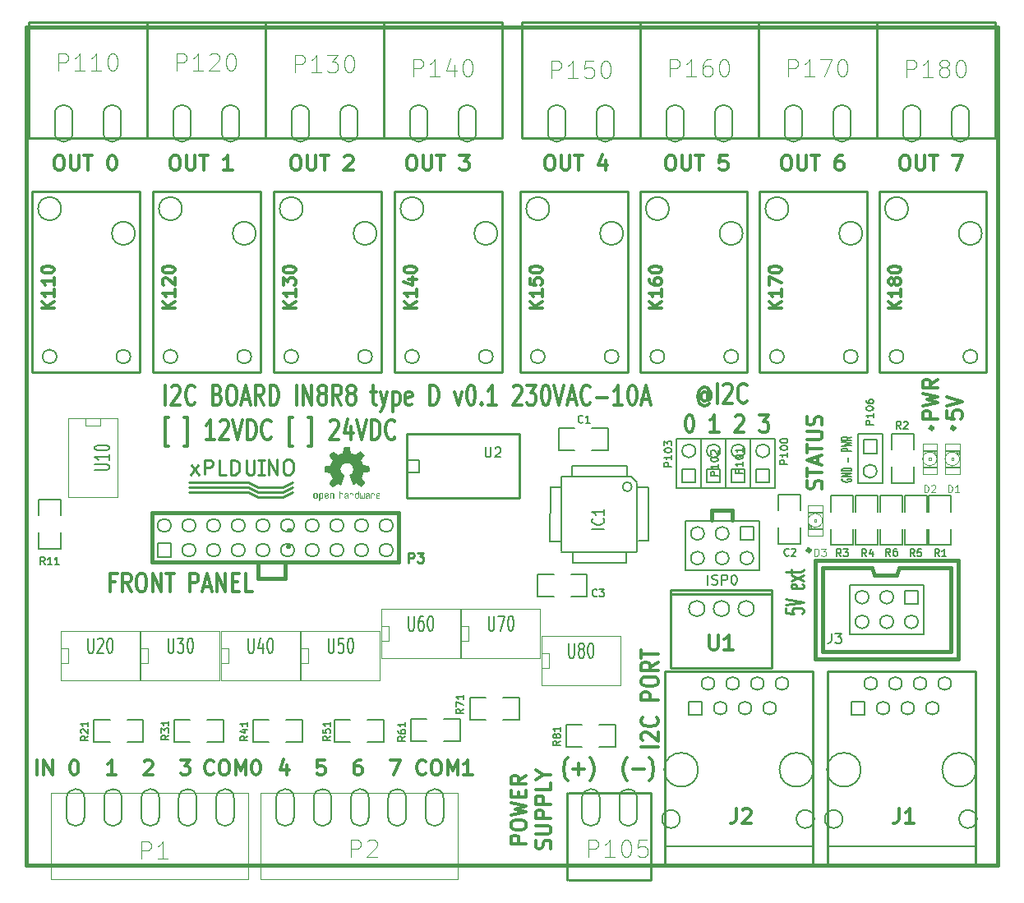
<source format=gto>
G04 (created by PCBNEW (2013-mar-13)-testing) date mer. 23 oct. 2013 17:58:57 CEST*
%MOIN*%
G04 Gerber Fmt 3.4, Leading zero omitted, Abs format*
%FSLAX34Y34*%
G01*
G70*
G90*
G04 APERTURE LIST*
%ADD10C,0.005906*%
%ADD11C,0.015000*%
%ADD12C,0.011811*%
%ADD13C,0.012000*%
%ADD14C,0.009843*%
%ADD15C,0.005315*%
%ADD16C,0.010000*%
%ADD17C,0.008000*%
%ADD18C,0.006000*%
%ADD19C,0.003900*%
%ADD20C,0.002600*%
%ADD21C,0.004000*%
%ADD22C,0.005000*%
%ADD23C,0.000100*%
%ADD24C,0.010800*%
%ADD25C,0.003500*%
%ADD26C,0.012500*%
G04 APERTURE END LIST*
G54D10*
G54D11*
X108263Y-44250D02*
G75*
G03X108263Y-44250I-53J0D01*
G74*
G01*
X109146Y-44250D02*
G75*
G03X109146Y-44250I-56J0D01*
G74*
G01*
X103290Y-49210D02*
G75*
G03X103290Y-49210I-50J0D01*
G74*
G01*
G54D12*
X91784Y-61113D02*
X91155Y-61113D01*
X91155Y-60888D01*
X91185Y-60832D01*
X91215Y-60804D01*
X91275Y-60776D01*
X91365Y-60776D01*
X91425Y-60804D01*
X91455Y-60832D01*
X91485Y-60888D01*
X91485Y-61113D01*
X91155Y-60410D02*
X91155Y-60298D01*
X91185Y-60242D01*
X91245Y-60185D01*
X91365Y-60157D01*
X91574Y-60157D01*
X91694Y-60185D01*
X91754Y-60242D01*
X91784Y-60298D01*
X91784Y-60410D01*
X91754Y-60467D01*
X91694Y-60523D01*
X91574Y-60551D01*
X91365Y-60551D01*
X91245Y-60523D01*
X91185Y-60467D01*
X91155Y-60410D01*
X91155Y-59960D02*
X91784Y-59820D01*
X91335Y-59707D01*
X91784Y-59595D01*
X91155Y-59454D01*
X91455Y-59229D02*
X91455Y-59032D01*
X91784Y-58948D02*
X91784Y-59229D01*
X91155Y-59229D01*
X91155Y-58948D01*
X91784Y-58357D02*
X91485Y-58554D01*
X91784Y-58695D02*
X91155Y-58695D01*
X91155Y-58470D01*
X91185Y-58414D01*
X91215Y-58386D01*
X91275Y-58357D01*
X91365Y-58357D01*
X91425Y-58386D01*
X91455Y-58414D01*
X91485Y-58470D01*
X91485Y-58695D01*
X92754Y-61310D02*
X92784Y-61226D01*
X92784Y-61085D01*
X92754Y-61029D01*
X92724Y-61001D01*
X92664Y-60973D01*
X92604Y-60973D01*
X92544Y-61001D01*
X92514Y-61029D01*
X92485Y-61085D01*
X92455Y-61198D01*
X92425Y-61254D01*
X92395Y-61282D01*
X92335Y-61310D01*
X92275Y-61310D01*
X92215Y-61282D01*
X92185Y-61254D01*
X92155Y-61198D01*
X92155Y-61057D01*
X92185Y-60973D01*
X92155Y-60720D02*
X92664Y-60720D01*
X92724Y-60692D01*
X92754Y-60663D01*
X92784Y-60607D01*
X92784Y-60495D01*
X92754Y-60438D01*
X92724Y-60410D01*
X92664Y-60382D01*
X92155Y-60382D01*
X92784Y-60101D02*
X92155Y-60101D01*
X92155Y-59876D01*
X92185Y-59820D01*
X92215Y-59792D01*
X92275Y-59764D01*
X92365Y-59764D01*
X92425Y-59792D01*
X92455Y-59820D01*
X92485Y-59876D01*
X92485Y-60101D01*
X92784Y-59510D02*
X92155Y-59510D01*
X92155Y-59285D01*
X92185Y-59229D01*
X92215Y-59201D01*
X92275Y-59173D01*
X92365Y-59173D01*
X92425Y-59201D01*
X92455Y-59229D01*
X92485Y-59285D01*
X92485Y-59510D01*
X92784Y-58639D02*
X92784Y-58920D01*
X92155Y-58920D01*
X92485Y-58329D02*
X92784Y-58329D01*
X92155Y-58526D02*
X92485Y-58329D01*
X92155Y-58133D01*
G54D13*
X77279Y-44973D02*
X77136Y-44973D01*
X77136Y-43830D01*
X77279Y-43830D01*
X77907Y-44973D02*
X78050Y-44973D01*
X78050Y-43830D01*
X77907Y-43830D01*
X79136Y-44706D02*
X78793Y-44706D01*
X78965Y-44706D02*
X78965Y-43906D01*
X78907Y-44021D01*
X78850Y-44097D01*
X78793Y-44135D01*
X79365Y-43983D02*
X79393Y-43945D01*
X79450Y-43906D01*
X79593Y-43906D01*
X79650Y-43945D01*
X79679Y-43983D01*
X79707Y-44059D01*
X79707Y-44135D01*
X79679Y-44249D01*
X79336Y-44706D01*
X79707Y-44706D01*
X79879Y-43906D02*
X80079Y-44706D01*
X80279Y-43906D01*
X80479Y-44706D02*
X80479Y-43906D01*
X80622Y-43906D01*
X80707Y-43945D01*
X80765Y-44021D01*
X80793Y-44097D01*
X80822Y-44249D01*
X80822Y-44364D01*
X80793Y-44516D01*
X80765Y-44592D01*
X80707Y-44668D01*
X80622Y-44706D01*
X80479Y-44706D01*
X81422Y-44630D02*
X81393Y-44668D01*
X81307Y-44706D01*
X81250Y-44706D01*
X81165Y-44668D01*
X81107Y-44592D01*
X81079Y-44516D01*
X81050Y-44364D01*
X81050Y-44249D01*
X81079Y-44097D01*
X81107Y-44021D01*
X81165Y-43945D01*
X81250Y-43906D01*
X81307Y-43906D01*
X81393Y-43945D01*
X81422Y-43983D01*
X82307Y-44973D02*
X82165Y-44973D01*
X82165Y-43830D01*
X82307Y-43830D01*
X82936Y-44973D02*
X83079Y-44973D01*
X83079Y-43830D01*
X82936Y-43830D01*
X83822Y-43983D02*
X83850Y-43945D01*
X83907Y-43906D01*
X84050Y-43906D01*
X84107Y-43945D01*
X84136Y-43983D01*
X84165Y-44059D01*
X84165Y-44135D01*
X84136Y-44249D01*
X83793Y-44706D01*
X84165Y-44706D01*
X84679Y-44173D02*
X84679Y-44706D01*
X84536Y-43868D02*
X84393Y-44440D01*
X84765Y-44440D01*
X84907Y-43906D02*
X85107Y-44706D01*
X85307Y-43906D01*
X85507Y-44706D02*
X85507Y-43906D01*
X85650Y-43906D01*
X85736Y-43945D01*
X85793Y-44021D01*
X85822Y-44097D01*
X85850Y-44249D01*
X85850Y-44364D01*
X85822Y-44516D01*
X85793Y-44592D01*
X85736Y-44668D01*
X85650Y-44706D01*
X85507Y-44706D01*
X86450Y-44630D02*
X86422Y-44668D01*
X86336Y-44706D01*
X86279Y-44706D01*
X86193Y-44668D01*
X86136Y-44592D01*
X86107Y-44516D01*
X86079Y-44364D01*
X86079Y-44249D01*
X86107Y-44097D01*
X86136Y-44021D01*
X86193Y-43945D01*
X86279Y-43906D01*
X86336Y-43906D01*
X86422Y-43945D01*
X86450Y-43983D01*
G54D12*
X103754Y-46712D02*
X103784Y-46627D01*
X103784Y-46487D01*
X103754Y-46431D01*
X103724Y-46402D01*
X103664Y-46374D01*
X103604Y-46374D01*
X103544Y-46402D01*
X103514Y-46431D01*
X103485Y-46487D01*
X103455Y-46599D01*
X103425Y-46656D01*
X103395Y-46684D01*
X103335Y-46712D01*
X103275Y-46712D01*
X103215Y-46684D01*
X103185Y-46656D01*
X103155Y-46599D01*
X103155Y-46459D01*
X103185Y-46374D01*
X103155Y-46206D02*
X103155Y-45868D01*
X103784Y-46037D02*
X103155Y-46037D01*
X103604Y-45699D02*
X103604Y-45418D01*
X103784Y-45756D02*
X103155Y-45559D01*
X103784Y-45362D01*
X103155Y-45250D02*
X103155Y-44912D01*
X103784Y-45081D02*
X103155Y-45081D01*
X103155Y-44715D02*
X103664Y-44715D01*
X103724Y-44687D01*
X103754Y-44659D01*
X103784Y-44603D01*
X103784Y-44490D01*
X103754Y-44434D01*
X103724Y-44406D01*
X103664Y-44378D01*
X103155Y-44378D01*
X103754Y-44125D02*
X103784Y-44040D01*
X103784Y-43900D01*
X103754Y-43843D01*
X103724Y-43815D01*
X103664Y-43787D01*
X103604Y-43787D01*
X103544Y-43815D01*
X103514Y-43843D01*
X103485Y-43900D01*
X103455Y-44012D01*
X103425Y-44068D01*
X103395Y-44097D01*
X103335Y-44125D01*
X103275Y-44125D01*
X103215Y-44097D01*
X103185Y-44068D01*
X103155Y-44012D01*
X103155Y-43872D01*
X103185Y-43787D01*
G54D11*
X100125Y-47600D02*
X100125Y-48000D01*
X100125Y-47600D02*
X99300Y-47600D01*
X99300Y-47600D02*
X99300Y-48000D01*
G54D12*
X98378Y-43711D02*
X98434Y-43711D01*
X98490Y-43745D01*
X98518Y-43779D01*
X98547Y-43846D01*
X98575Y-43981D01*
X98575Y-44150D01*
X98547Y-44285D01*
X98518Y-44353D01*
X98490Y-44386D01*
X98434Y-44420D01*
X98378Y-44420D01*
X98322Y-44386D01*
X98293Y-44353D01*
X98265Y-44285D01*
X98237Y-44150D01*
X98237Y-43981D01*
X98265Y-43846D01*
X98293Y-43779D01*
X98322Y-43745D01*
X98378Y-43711D01*
X99587Y-44420D02*
X99250Y-44420D01*
X99418Y-44420D02*
X99418Y-43711D01*
X99362Y-43813D01*
X99306Y-43880D01*
X99250Y-43914D01*
X100262Y-43779D02*
X100290Y-43745D01*
X100346Y-43711D01*
X100487Y-43711D01*
X100543Y-43745D01*
X100571Y-43779D01*
X100599Y-43846D01*
X100599Y-43914D01*
X100571Y-44015D01*
X100234Y-44420D01*
X100599Y-44420D01*
X101246Y-43711D02*
X101612Y-43711D01*
X101415Y-43981D01*
X101499Y-43981D01*
X101556Y-44015D01*
X101584Y-44049D01*
X101612Y-44116D01*
X101612Y-44285D01*
X101584Y-44353D01*
X101556Y-44386D01*
X101499Y-44420D01*
X101331Y-44420D01*
X101274Y-44386D01*
X101246Y-44353D01*
G54D13*
X77142Y-43306D02*
X77142Y-42506D01*
X77400Y-42583D02*
X77428Y-42545D01*
X77485Y-42506D01*
X77628Y-42506D01*
X77685Y-42545D01*
X77714Y-42583D01*
X77742Y-42659D01*
X77742Y-42735D01*
X77714Y-42849D01*
X77371Y-43306D01*
X77742Y-43306D01*
X78342Y-43230D02*
X78314Y-43268D01*
X78228Y-43306D01*
X78171Y-43306D01*
X78085Y-43268D01*
X78028Y-43192D01*
X78000Y-43116D01*
X77971Y-42964D01*
X77971Y-42849D01*
X78000Y-42697D01*
X78028Y-42621D01*
X78085Y-42545D01*
X78171Y-42506D01*
X78228Y-42506D01*
X78314Y-42545D01*
X78342Y-42583D01*
X79257Y-42887D02*
X79342Y-42925D01*
X79371Y-42964D01*
X79400Y-43040D01*
X79400Y-43154D01*
X79371Y-43230D01*
X79342Y-43268D01*
X79285Y-43306D01*
X79057Y-43306D01*
X79057Y-42506D01*
X79257Y-42506D01*
X79314Y-42545D01*
X79342Y-42583D01*
X79371Y-42659D01*
X79371Y-42735D01*
X79342Y-42811D01*
X79314Y-42849D01*
X79257Y-42887D01*
X79057Y-42887D01*
X79771Y-42506D02*
X79885Y-42506D01*
X79942Y-42545D01*
X80000Y-42621D01*
X80028Y-42773D01*
X80028Y-43040D01*
X80000Y-43192D01*
X79942Y-43268D01*
X79885Y-43306D01*
X79771Y-43306D01*
X79714Y-43268D01*
X79657Y-43192D01*
X79628Y-43040D01*
X79628Y-42773D01*
X79657Y-42621D01*
X79714Y-42545D01*
X79771Y-42506D01*
X80257Y-43078D02*
X80542Y-43078D01*
X80200Y-43306D02*
X80400Y-42506D01*
X80600Y-43306D01*
X81142Y-43306D02*
X80942Y-42925D01*
X80800Y-43306D02*
X80800Y-42506D01*
X81028Y-42506D01*
X81085Y-42545D01*
X81114Y-42583D01*
X81142Y-42659D01*
X81142Y-42773D01*
X81114Y-42849D01*
X81085Y-42887D01*
X81028Y-42925D01*
X80800Y-42925D01*
X81400Y-43306D02*
X81400Y-42506D01*
X81542Y-42506D01*
X81628Y-42545D01*
X81685Y-42621D01*
X81714Y-42697D01*
X81742Y-42849D01*
X81742Y-42964D01*
X81714Y-43116D01*
X81685Y-43192D01*
X81628Y-43268D01*
X81542Y-43306D01*
X81400Y-43306D01*
X82457Y-43306D02*
X82457Y-42506D01*
X82742Y-43306D02*
X82742Y-42506D01*
X83085Y-43306D01*
X83085Y-42506D01*
X83457Y-42849D02*
X83400Y-42811D01*
X83371Y-42773D01*
X83342Y-42697D01*
X83342Y-42659D01*
X83371Y-42583D01*
X83400Y-42545D01*
X83457Y-42506D01*
X83571Y-42506D01*
X83628Y-42545D01*
X83657Y-42583D01*
X83685Y-42659D01*
X83685Y-42697D01*
X83657Y-42773D01*
X83628Y-42811D01*
X83571Y-42849D01*
X83457Y-42849D01*
X83400Y-42887D01*
X83371Y-42925D01*
X83342Y-43002D01*
X83342Y-43154D01*
X83371Y-43230D01*
X83400Y-43268D01*
X83457Y-43306D01*
X83571Y-43306D01*
X83628Y-43268D01*
X83657Y-43230D01*
X83685Y-43154D01*
X83685Y-43002D01*
X83657Y-42925D01*
X83628Y-42887D01*
X83571Y-42849D01*
X84285Y-43306D02*
X84085Y-42925D01*
X83942Y-43306D02*
X83942Y-42506D01*
X84171Y-42506D01*
X84228Y-42545D01*
X84257Y-42583D01*
X84285Y-42659D01*
X84285Y-42773D01*
X84257Y-42849D01*
X84228Y-42887D01*
X84171Y-42925D01*
X83942Y-42925D01*
X84628Y-42849D02*
X84571Y-42811D01*
X84542Y-42773D01*
X84514Y-42697D01*
X84514Y-42659D01*
X84542Y-42583D01*
X84571Y-42545D01*
X84628Y-42506D01*
X84742Y-42506D01*
X84800Y-42545D01*
X84828Y-42583D01*
X84857Y-42659D01*
X84857Y-42697D01*
X84828Y-42773D01*
X84800Y-42811D01*
X84742Y-42849D01*
X84628Y-42849D01*
X84571Y-42887D01*
X84542Y-42925D01*
X84514Y-43002D01*
X84514Y-43154D01*
X84542Y-43230D01*
X84571Y-43268D01*
X84628Y-43306D01*
X84742Y-43306D01*
X84800Y-43268D01*
X84828Y-43230D01*
X84857Y-43154D01*
X84857Y-43002D01*
X84828Y-42925D01*
X84800Y-42887D01*
X84742Y-42849D01*
X85485Y-42773D02*
X85714Y-42773D01*
X85571Y-42506D02*
X85571Y-43192D01*
X85600Y-43268D01*
X85657Y-43306D01*
X85714Y-43306D01*
X85857Y-42773D02*
X86000Y-43306D01*
X86142Y-42773D02*
X86000Y-43306D01*
X85942Y-43497D01*
X85914Y-43535D01*
X85857Y-43573D01*
X86371Y-42773D02*
X86371Y-43573D01*
X86371Y-42811D02*
X86428Y-42773D01*
X86542Y-42773D01*
X86600Y-42811D01*
X86628Y-42849D01*
X86657Y-42925D01*
X86657Y-43154D01*
X86628Y-43230D01*
X86600Y-43268D01*
X86542Y-43306D01*
X86428Y-43306D01*
X86371Y-43268D01*
X87142Y-43268D02*
X87085Y-43306D01*
X86971Y-43306D01*
X86914Y-43268D01*
X86885Y-43192D01*
X86885Y-42887D01*
X86914Y-42811D01*
X86971Y-42773D01*
X87085Y-42773D01*
X87142Y-42811D01*
X87171Y-42887D01*
X87171Y-42964D01*
X86885Y-43040D01*
X87885Y-43306D02*
X87885Y-42506D01*
X88028Y-42506D01*
X88114Y-42545D01*
X88171Y-42621D01*
X88200Y-42697D01*
X88228Y-42849D01*
X88228Y-42964D01*
X88200Y-43116D01*
X88171Y-43192D01*
X88114Y-43268D01*
X88028Y-43306D01*
X87885Y-43306D01*
X88885Y-42773D02*
X89028Y-43306D01*
X89171Y-42773D01*
X89514Y-42506D02*
X89571Y-42506D01*
X89628Y-42545D01*
X89657Y-42583D01*
X89685Y-42659D01*
X89714Y-42811D01*
X89714Y-43002D01*
X89685Y-43154D01*
X89657Y-43230D01*
X89628Y-43268D01*
X89571Y-43306D01*
X89514Y-43306D01*
X89457Y-43268D01*
X89428Y-43230D01*
X89400Y-43154D01*
X89371Y-43002D01*
X89371Y-42811D01*
X89400Y-42659D01*
X89428Y-42583D01*
X89457Y-42545D01*
X89514Y-42506D01*
X89971Y-43230D02*
X90000Y-43268D01*
X89971Y-43306D01*
X89942Y-43268D01*
X89971Y-43230D01*
X89971Y-43306D01*
X90571Y-43306D02*
X90228Y-43306D01*
X90400Y-43306D02*
X90400Y-42506D01*
X90342Y-42621D01*
X90285Y-42697D01*
X90228Y-42735D01*
X91257Y-42583D02*
X91285Y-42545D01*
X91342Y-42506D01*
X91485Y-42506D01*
X91542Y-42545D01*
X91571Y-42583D01*
X91600Y-42659D01*
X91600Y-42735D01*
X91571Y-42849D01*
X91228Y-43306D01*
X91600Y-43306D01*
X91800Y-42506D02*
X92171Y-42506D01*
X91971Y-42811D01*
X92057Y-42811D01*
X92114Y-42849D01*
X92142Y-42887D01*
X92171Y-42964D01*
X92171Y-43154D01*
X92142Y-43230D01*
X92114Y-43268D01*
X92057Y-43306D01*
X91885Y-43306D01*
X91828Y-43268D01*
X91800Y-43230D01*
X92542Y-42506D02*
X92600Y-42506D01*
X92657Y-42545D01*
X92685Y-42583D01*
X92714Y-42659D01*
X92742Y-42811D01*
X92742Y-43002D01*
X92714Y-43154D01*
X92685Y-43230D01*
X92657Y-43268D01*
X92600Y-43306D01*
X92542Y-43306D01*
X92485Y-43268D01*
X92457Y-43230D01*
X92428Y-43154D01*
X92400Y-43002D01*
X92400Y-42811D01*
X92428Y-42659D01*
X92457Y-42583D01*
X92485Y-42545D01*
X92542Y-42506D01*
X92914Y-42506D02*
X93114Y-43306D01*
X93314Y-42506D01*
X93485Y-43078D02*
X93771Y-43078D01*
X93428Y-43306D02*
X93628Y-42506D01*
X93828Y-43306D01*
X94371Y-43230D02*
X94342Y-43268D01*
X94257Y-43306D01*
X94200Y-43306D01*
X94114Y-43268D01*
X94057Y-43192D01*
X94028Y-43116D01*
X94000Y-42964D01*
X94000Y-42849D01*
X94028Y-42697D01*
X94057Y-42621D01*
X94114Y-42545D01*
X94200Y-42506D01*
X94257Y-42506D01*
X94342Y-42545D01*
X94371Y-42583D01*
X94628Y-43002D02*
X95085Y-43002D01*
X95685Y-43306D02*
X95342Y-43306D01*
X95514Y-43306D02*
X95514Y-42506D01*
X95457Y-42621D01*
X95400Y-42697D01*
X95342Y-42735D01*
X96057Y-42506D02*
X96114Y-42506D01*
X96171Y-42545D01*
X96200Y-42583D01*
X96228Y-42659D01*
X96257Y-42811D01*
X96257Y-43002D01*
X96228Y-43154D01*
X96200Y-43230D01*
X96171Y-43268D01*
X96114Y-43306D01*
X96057Y-43306D01*
X96000Y-43268D01*
X95971Y-43230D01*
X95942Y-43154D01*
X95914Y-43002D01*
X95914Y-42811D01*
X95942Y-42659D01*
X95971Y-42583D01*
X96000Y-42545D01*
X96057Y-42506D01*
X96485Y-43078D02*
X96771Y-43078D01*
X96428Y-43306D02*
X96628Y-42506D01*
X96828Y-43306D01*
G54D14*
X102311Y-51565D02*
X102311Y-51753D01*
X102649Y-51771D01*
X102615Y-51753D01*
X102581Y-51715D01*
X102581Y-51621D01*
X102615Y-51584D01*
X102649Y-51565D01*
X102716Y-51546D01*
X102885Y-51546D01*
X102953Y-51565D01*
X102986Y-51584D01*
X103020Y-51621D01*
X103020Y-51715D01*
X102986Y-51753D01*
X102953Y-51771D01*
X102311Y-51434D02*
X103020Y-51303D01*
X102311Y-51171D01*
X102986Y-50590D02*
X103020Y-50628D01*
X103020Y-50703D01*
X102986Y-50740D01*
X102919Y-50759D01*
X102649Y-50759D01*
X102581Y-50740D01*
X102548Y-50703D01*
X102548Y-50628D01*
X102581Y-50590D01*
X102649Y-50571D01*
X102716Y-50571D01*
X102784Y-50759D01*
X103020Y-50440D02*
X102548Y-50234D01*
X102548Y-50440D02*
X103020Y-50234D01*
X102548Y-50140D02*
X102548Y-49990D01*
X102311Y-50084D02*
X102919Y-50084D01*
X102986Y-50065D01*
X103020Y-50028D01*
X103020Y-49990D01*
G54D15*
X104603Y-46314D02*
X104584Y-46334D01*
X104584Y-46365D01*
X104603Y-46395D01*
X104640Y-46415D01*
X104678Y-46426D01*
X104753Y-46436D01*
X104809Y-46436D01*
X104884Y-46426D01*
X104921Y-46415D01*
X104959Y-46395D01*
X104978Y-46365D01*
X104978Y-46345D01*
X104959Y-46314D01*
X104940Y-46304D01*
X104809Y-46304D01*
X104809Y-46345D01*
X104978Y-46213D02*
X104584Y-46213D01*
X104978Y-46091D01*
X104584Y-46091D01*
X104978Y-45990D02*
X104584Y-45990D01*
X104584Y-45940D01*
X104603Y-45909D01*
X104640Y-45889D01*
X104678Y-45879D01*
X104753Y-45869D01*
X104809Y-45869D01*
X104884Y-45879D01*
X104921Y-45889D01*
X104959Y-45909D01*
X104978Y-45940D01*
X104978Y-45990D01*
X104828Y-45616D02*
X104828Y-45454D01*
X104978Y-45190D02*
X104584Y-45190D01*
X104584Y-45109D01*
X104603Y-45089D01*
X104621Y-45079D01*
X104659Y-45069D01*
X104715Y-45069D01*
X104753Y-45079D01*
X104771Y-45089D01*
X104790Y-45109D01*
X104790Y-45190D01*
X104584Y-44998D02*
X104978Y-44947D01*
X104696Y-44907D01*
X104978Y-44866D01*
X104584Y-44816D01*
X104978Y-44613D02*
X104790Y-44684D01*
X104978Y-44735D02*
X104584Y-44735D01*
X104584Y-44654D01*
X104603Y-44634D01*
X104621Y-44623D01*
X104659Y-44613D01*
X104715Y-44613D01*
X104753Y-44623D01*
X104771Y-44634D01*
X104790Y-44654D01*
X104790Y-44735D01*
G54D12*
X93460Y-58564D02*
X93432Y-58534D01*
X93376Y-58444D01*
X93348Y-58384D01*
X93320Y-58294D01*
X93292Y-58144D01*
X93292Y-58025D01*
X93320Y-57875D01*
X93348Y-57785D01*
X93376Y-57725D01*
X93432Y-57635D01*
X93460Y-57605D01*
X93685Y-58084D02*
X94135Y-58084D01*
X93910Y-58324D02*
X93910Y-57845D01*
X94360Y-58564D02*
X94388Y-58534D01*
X94445Y-58444D01*
X94473Y-58384D01*
X94501Y-58294D01*
X94529Y-58144D01*
X94529Y-58025D01*
X94501Y-57875D01*
X94473Y-57785D01*
X94445Y-57725D01*
X94388Y-57635D01*
X94360Y-57605D01*
X95879Y-58564D02*
X95851Y-58534D01*
X95794Y-58444D01*
X95766Y-58384D01*
X95738Y-58294D01*
X95710Y-58144D01*
X95710Y-58025D01*
X95738Y-57875D01*
X95766Y-57785D01*
X95794Y-57725D01*
X95851Y-57635D01*
X95879Y-57605D01*
X96104Y-58084D02*
X96554Y-58084D01*
X96779Y-58564D02*
X96807Y-58534D01*
X96863Y-58444D01*
X96891Y-58384D01*
X96919Y-58294D01*
X96947Y-58144D01*
X96947Y-58025D01*
X96919Y-57875D01*
X96891Y-57785D01*
X96863Y-57725D01*
X96807Y-57635D01*
X96779Y-57605D01*
X97130Y-57176D02*
X96421Y-57176D01*
X96489Y-56923D02*
X96455Y-56895D01*
X96421Y-56838D01*
X96421Y-56698D01*
X96455Y-56642D01*
X96489Y-56613D01*
X96556Y-56585D01*
X96624Y-56585D01*
X96725Y-56613D01*
X97130Y-56951D01*
X97130Y-56585D01*
X97063Y-55995D02*
X97096Y-56023D01*
X97130Y-56107D01*
X97130Y-56163D01*
X97096Y-56248D01*
X97029Y-56304D01*
X96961Y-56332D01*
X96826Y-56360D01*
X96725Y-56360D01*
X96590Y-56332D01*
X96523Y-56304D01*
X96455Y-56248D01*
X96421Y-56163D01*
X96421Y-56107D01*
X96455Y-56023D01*
X96489Y-55995D01*
X97130Y-55292D02*
X96421Y-55292D01*
X96421Y-55067D01*
X96455Y-55010D01*
X96489Y-54982D01*
X96556Y-54954D01*
X96658Y-54954D01*
X96725Y-54982D01*
X96759Y-55010D01*
X96793Y-55067D01*
X96793Y-55292D01*
X96421Y-54589D02*
X96421Y-54476D01*
X96455Y-54420D01*
X96523Y-54364D01*
X96658Y-54336D01*
X96894Y-54336D01*
X97029Y-54364D01*
X97096Y-54420D01*
X97130Y-54476D01*
X97130Y-54589D01*
X97096Y-54645D01*
X97029Y-54701D01*
X96894Y-54729D01*
X96658Y-54729D01*
X96523Y-54701D01*
X96455Y-54645D01*
X96421Y-54589D01*
X97130Y-53745D02*
X96793Y-53942D01*
X97130Y-54082D02*
X96421Y-54082D01*
X96421Y-53857D01*
X96455Y-53801D01*
X96489Y-53773D01*
X96556Y-53745D01*
X96658Y-53745D01*
X96725Y-53773D01*
X96759Y-53801D01*
X96793Y-53857D01*
X96793Y-54082D01*
X96421Y-53576D02*
X96421Y-53239D01*
X97130Y-53408D02*
X96421Y-53408D01*
X75106Y-50499D02*
X74909Y-50499D01*
X74909Y-50870D02*
X74909Y-50161D01*
X75190Y-50161D01*
X75753Y-50870D02*
X75556Y-50533D01*
X75415Y-50870D02*
X75415Y-50161D01*
X75640Y-50161D01*
X75697Y-50195D01*
X75725Y-50229D01*
X75753Y-50296D01*
X75753Y-50398D01*
X75725Y-50465D01*
X75697Y-50499D01*
X75640Y-50533D01*
X75415Y-50533D01*
X76118Y-50161D02*
X76231Y-50161D01*
X76287Y-50195D01*
X76343Y-50263D01*
X76372Y-50398D01*
X76372Y-50634D01*
X76343Y-50769D01*
X76287Y-50836D01*
X76231Y-50870D01*
X76118Y-50870D01*
X76062Y-50836D01*
X76006Y-50769D01*
X75978Y-50634D01*
X75978Y-50398D01*
X76006Y-50263D01*
X76062Y-50195D01*
X76118Y-50161D01*
X76625Y-50870D02*
X76625Y-50161D01*
X76962Y-50870D01*
X76962Y-50161D01*
X77159Y-50161D02*
X77496Y-50161D01*
X77328Y-50870D02*
X77328Y-50161D01*
X78143Y-50870D02*
X78143Y-50161D01*
X78368Y-50161D01*
X78424Y-50195D01*
X78453Y-50229D01*
X78481Y-50296D01*
X78481Y-50398D01*
X78453Y-50465D01*
X78424Y-50499D01*
X78368Y-50533D01*
X78143Y-50533D01*
X78706Y-50668D02*
X78987Y-50668D01*
X78649Y-50870D02*
X78846Y-50161D01*
X79043Y-50870D01*
X79240Y-50870D02*
X79240Y-50161D01*
X79577Y-50870D01*
X79577Y-50161D01*
X79859Y-50499D02*
X80055Y-50499D01*
X80140Y-50870D02*
X79859Y-50870D01*
X79859Y-50161D01*
X80140Y-50161D01*
X80674Y-50870D02*
X80393Y-50870D01*
X80393Y-50161D01*
X108484Y-43887D02*
X107855Y-43887D01*
X107855Y-43662D01*
X107885Y-43606D01*
X107915Y-43578D01*
X107975Y-43549D01*
X108065Y-43549D01*
X108125Y-43578D01*
X108155Y-43606D01*
X108185Y-43662D01*
X108185Y-43887D01*
X107855Y-43353D02*
X108484Y-43212D01*
X108035Y-43100D01*
X108484Y-42987D01*
X107855Y-42846D01*
X108484Y-42284D02*
X108185Y-42481D01*
X108484Y-42621D02*
X107855Y-42621D01*
X107855Y-42396D01*
X107885Y-42340D01*
X107915Y-42312D01*
X107975Y-42284D01*
X108065Y-42284D01*
X108125Y-42312D01*
X108155Y-42340D01*
X108185Y-42396D01*
X108185Y-42621D01*
X108830Y-43562D02*
X108830Y-43843D01*
X109130Y-43871D01*
X109100Y-43843D01*
X109070Y-43787D01*
X109070Y-43646D01*
X109100Y-43590D01*
X109130Y-43562D01*
X109189Y-43534D01*
X109339Y-43534D01*
X109399Y-43562D01*
X109429Y-43590D01*
X109459Y-43646D01*
X109459Y-43787D01*
X109429Y-43843D01*
X109399Y-43871D01*
X108830Y-43365D02*
X109459Y-43168D01*
X108830Y-42971D01*
X99125Y-42855D02*
X99096Y-42817D01*
X99039Y-42779D01*
X98982Y-42779D01*
X98925Y-42817D01*
X98896Y-42855D01*
X98867Y-42932D01*
X98867Y-43008D01*
X98896Y-43084D01*
X98925Y-43122D01*
X98982Y-43160D01*
X99039Y-43160D01*
X99096Y-43122D01*
X99125Y-43084D01*
X99125Y-42779D02*
X99125Y-43084D01*
X99153Y-43122D01*
X99182Y-43122D01*
X99239Y-43084D01*
X99267Y-43008D01*
X99267Y-42817D01*
X99210Y-42703D01*
X99125Y-42627D01*
X99010Y-42589D01*
X98896Y-42627D01*
X98810Y-42703D01*
X98753Y-42817D01*
X98725Y-42970D01*
X98753Y-43122D01*
X98810Y-43236D01*
X98896Y-43313D01*
X99010Y-43351D01*
X99125Y-43313D01*
X99210Y-43236D01*
X99525Y-43236D02*
X99525Y-42436D01*
X99782Y-42513D02*
X99810Y-42475D01*
X99867Y-42436D01*
X100010Y-42436D01*
X100067Y-42475D01*
X100096Y-42513D01*
X100125Y-42589D01*
X100125Y-42665D01*
X100096Y-42779D01*
X99753Y-43236D01*
X100125Y-43236D01*
X100725Y-43160D02*
X100696Y-43198D01*
X100610Y-43236D01*
X100553Y-43236D01*
X100467Y-43198D01*
X100410Y-43122D01*
X100382Y-43046D01*
X100353Y-42894D01*
X100353Y-42779D01*
X100382Y-42627D01*
X100410Y-42551D01*
X100467Y-42475D01*
X100553Y-42436D01*
X100610Y-42436D01*
X100696Y-42475D01*
X100725Y-42513D01*
G54D13*
X107085Y-33191D02*
X107200Y-33191D01*
X107257Y-33220D01*
X107314Y-33277D01*
X107342Y-33391D01*
X107342Y-33591D01*
X107314Y-33705D01*
X107257Y-33762D01*
X107200Y-33791D01*
X107085Y-33791D01*
X107028Y-33762D01*
X106971Y-33705D01*
X106942Y-33591D01*
X106942Y-33391D01*
X106971Y-33277D01*
X107028Y-33220D01*
X107085Y-33191D01*
X107600Y-33191D02*
X107600Y-33677D01*
X107628Y-33734D01*
X107657Y-33762D01*
X107714Y-33791D01*
X107828Y-33791D01*
X107885Y-33762D01*
X107914Y-33734D01*
X107942Y-33677D01*
X107942Y-33191D01*
X108142Y-33191D02*
X108485Y-33191D01*
X108314Y-33791D02*
X108314Y-33191D01*
X109085Y-33191D02*
X109485Y-33191D01*
X109228Y-33791D01*
X102285Y-33191D02*
X102400Y-33191D01*
X102457Y-33220D01*
X102514Y-33277D01*
X102542Y-33391D01*
X102542Y-33591D01*
X102514Y-33705D01*
X102457Y-33762D01*
X102400Y-33791D01*
X102285Y-33791D01*
X102228Y-33762D01*
X102171Y-33705D01*
X102142Y-33591D01*
X102142Y-33391D01*
X102171Y-33277D01*
X102228Y-33220D01*
X102285Y-33191D01*
X102800Y-33191D02*
X102800Y-33677D01*
X102828Y-33734D01*
X102857Y-33762D01*
X102914Y-33791D01*
X103028Y-33791D01*
X103085Y-33762D01*
X103114Y-33734D01*
X103142Y-33677D01*
X103142Y-33191D01*
X103342Y-33191D02*
X103685Y-33191D01*
X103514Y-33791D02*
X103514Y-33191D01*
X104600Y-33191D02*
X104485Y-33191D01*
X104428Y-33220D01*
X104400Y-33248D01*
X104342Y-33334D01*
X104314Y-33448D01*
X104314Y-33677D01*
X104342Y-33734D01*
X104371Y-33762D01*
X104428Y-33791D01*
X104542Y-33791D01*
X104600Y-33762D01*
X104628Y-33734D01*
X104657Y-33677D01*
X104657Y-33534D01*
X104628Y-33477D01*
X104600Y-33448D01*
X104542Y-33420D01*
X104428Y-33420D01*
X104371Y-33448D01*
X104342Y-33477D01*
X104314Y-33534D01*
X97585Y-33191D02*
X97700Y-33191D01*
X97757Y-33220D01*
X97814Y-33277D01*
X97842Y-33391D01*
X97842Y-33591D01*
X97814Y-33705D01*
X97757Y-33762D01*
X97700Y-33791D01*
X97585Y-33791D01*
X97528Y-33762D01*
X97471Y-33705D01*
X97442Y-33591D01*
X97442Y-33391D01*
X97471Y-33277D01*
X97528Y-33220D01*
X97585Y-33191D01*
X98100Y-33191D02*
X98100Y-33677D01*
X98128Y-33734D01*
X98157Y-33762D01*
X98214Y-33791D01*
X98328Y-33791D01*
X98385Y-33762D01*
X98414Y-33734D01*
X98442Y-33677D01*
X98442Y-33191D01*
X98642Y-33191D02*
X98985Y-33191D01*
X98814Y-33791D02*
X98814Y-33191D01*
X99928Y-33191D02*
X99642Y-33191D01*
X99614Y-33477D01*
X99642Y-33448D01*
X99700Y-33420D01*
X99842Y-33420D01*
X99900Y-33448D01*
X99928Y-33477D01*
X99957Y-33534D01*
X99957Y-33677D01*
X99928Y-33734D01*
X99900Y-33762D01*
X99842Y-33791D01*
X99700Y-33791D01*
X99642Y-33762D01*
X99614Y-33734D01*
X92685Y-33191D02*
X92800Y-33191D01*
X92857Y-33220D01*
X92914Y-33277D01*
X92942Y-33391D01*
X92942Y-33591D01*
X92914Y-33705D01*
X92857Y-33762D01*
X92800Y-33791D01*
X92685Y-33791D01*
X92628Y-33762D01*
X92571Y-33705D01*
X92542Y-33591D01*
X92542Y-33391D01*
X92571Y-33277D01*
X92628Y-33220D01*
X92685Y-33191D01*
X93200Y-33191D02*
X93200Y-33677D01*
X93228Y-33734D01*
X93257Y-33762D01*
X93314Y-33791D01*
X93428Y-33791D01*
X93485Y-33762D01*
X93514Y-33734D01*
X93542Y-33677D01*
X93542Y-33191D01*
X93742Y-33191D02*
X94085Y-33191D01*
X93914Y-33791D02*
X93914Y-33191D01*
X95000Y-33391D02*
X95000Y-33791D01*
X94857Y-33162D02*
X94714Y-33591D01*
X95085Y-33591D01*
X87085Y-33191D02*
X87200Y-33191D01*
X87257Y-33220D01*
X87314Y-33277D01*
X87342Y-33391D01*
X87342Y-33591D01*
X87314Y-33705D01*
X87257Y-33762D01*
X87200Y-33791D01*
X87085Y-33791D01*
X87028Y-33762D01*
X86971Y-33705D01*
X86942Y-33591D01*
X86942Y-33391D01*
X86971Y-33277D01*
X87028Y-33220D01*
X87085Y-33191D01*
X87600Y-33191D02*
X87600Y-33677D01*
X87628Y-33734D01*
X87657Y-33762D01*
X87714Y-33791D01*
X87828Y-33791D01*
X87885Y-33762D01*
X87914Y-33734D01*
X87942Y-33677D01*
X87942Y-33191D01*
X88142Y-33191D02*
X88485Y-33191D01*
X88314Y-33791D02*
X88314Y-33191D01*
X89085Y-33191D02*
X89457Y-33191D01*
X89257Y-33420D01*
X89342Y-33420D01*
X89400Y-33448D01*
X89428Y-33477D01*
X89457Y-33534D01*
X89457Y-33677D01*
X89428Y-33734D01*
X89400Y-33762D01*
X89342Y-33791D01*
X89171Y-33791D01*
X89114Y-33762D01*
X89085Y-33734D01*
X82385Y-33191D02*
X82500Y-33191D01*
X82557Y-33220D01*
X82614Y-33277D01*
X82642Y-33391D01*
X82642Y-33591D01*
X82614Y-33705D01*
X82557Y-33762D01*
X82500Y-33791D01*
X82385Y-33791D01*
X82328Y-33762D01*
X82271Y-33705D01*
X82242Y-33591D01*
X82242Y-33391D01*
X82271Y-33277D01*
X82328Y-33220D01*
X82385Y-33191D01*
X82900Y-33191D02*
X82900Y-33677D01*
X82928Y-33734D01*
X82957Y-33762D01*
X83014Y-33791D01*
X83128Y-33791D01*
X83185Y-33762D01*
X83214Y-33734D01*
X83242Y-33677D01*
X83242Y-33191D01*
X83442Y-33191D02*
X83785Y-33191D01*
X83614Y-33791D02*
X83614Y-33191D01*
X84414Y-33248D02*
X84442Y-33220D01*
X84500Y-33191D01*
X84642Y-33191D01*
X84700Y-33220D01*
X84728Y-33248D01*
X84757Y-33305D01*
X84757Y-33362D01*
X84728Y-33448D01*
X84385Y-33791D01*
X84757Y-33791D01*
X77485Y-33191D02*
X77600Y-33191D01*
X77657Y-33220D01*
X77714Y-33277D01*
X77742Y-33391D01*
X77742Y-33591D01*
X77714Y-33705D01*
X77657Y-33762D01*
X77600Y-33791D01*
X77485Y-33791D01*
X77428Y-33762D01*
X77371Y-33705D01*
X77342Y-33591D01*
X77342Y-33391D01*
X77371Y-33277D01*
X77428Y-33220D01*
X77485Y-33191D01*
X78000Y-33191D02*
X78000Y-33677D01*
X78028Y-33734D01*
X78057Y-33762D01*
X78114Y-33791D01*
X78228Y-33791D01*
X78285Y-33762D01*
X78314Y-33734D01*
X78342Y-33677D01*
X78342Y-33191D01*
X78542Y-33191D02*
X78885Y-33191D01*
X78714Y-33791D02*
X78714Y-33191D01*
X79857Y-33791D02*
X79514Y-33791D01*
X79685Y-33791D02*
X79685Y-33191D01*
X79628Y-33277D01*
X79571Y-33334D01*
X79514Y-33362D01*
X72785Y-33191D02*
X72900Y-33191D01*
X72957Y-33220D01*
X73014Y-33277D01*
X73042Y-33391D01*
X73042Y-33591D01*
X73014Y-33705D01*
X72957Y-33762D01*
X72900Y-33791D01*
X72785Y-33791D01*
X72728Y-33762D01*
X72671Y-33705D01*
X72642Y-33591D01*
X72642Y-33391D01*
X72671Y-33277D01*
X72728Y-33220D01*
X72785Y-33191D01*
X73300Y-33191D02*
X73300Y-33677D01*
X73328Y-33734D01*
X73357Y-33762D01*
X73414Y-33791D01*
X73528Y-33791D01*
X73585Y-33762D01*
X73614Y-33734D01*
X73642Y-33677D01*
X73642Y-33191D01*
X73842Y-33191D02*
X74185Y-33191D01*
X74014Y-33791D02*
X74014Y-33191D01*
X74957Y-33191D02*
X75014Y-33191D01*
X75071Y-33220D01*
X75100Y-33248D01*
X75128Y-33305D01*
X75157Y-33420D01*
X75157Y-33562D01*
X75128Y-33677D01*
X75100Y-33734D01*
X75071Y-33762D01*
X75014Y-33791D01*
X74957Y-33791D01*
X74900Y-33762D01*
X74871Y-33734D01*
X74842Y-33677D01*
X74814Y-33562D01*
X74814Y-33420D01*
X74842Y-33305D01*
X74871Y-33248D01*
X74900Y-33220D01*
X74957Y-33191D01*
X87702Y-58264D02*
X87674Y-58292D01*
X87588Y-58321D01*
X87531Y-58321D01*
X87445Y-58292D01*
X87388Y-58235D01*
X87360Y-58178D01*
X87331Y-58064D01*
X87331Y-57978D01*
X87360Y-57864D01*
X87388Y-57807D01*
X87445Y-57750D01*
X87531Y-57721D01*
X87588Y-57721D01*
X87674Y-57750D01*
X87702Y-57778D01*
X88074Y-57721D02*
X88188Y-57721D01*
X88245Y-57750D01*
X88302Y-57807D01*
X88331Y-57921D01*
X88331Y-58121D01*
X88302Y-58235D01*
X88245Y-58292D01*
X88188Y-58321D01*
X88074Y-58321D01*
X88017Y-58292D01*
X87960Y-58235D01*
X87931Y-58121D01*
X87931Y-57921D01*
X87960Y-57807D01*
X88017Y-57750D01*
X88074Y-57721D01*
X88588Y-58321D02*
X88588Y-57721D01*
X88788Y-58150D01*
X88988Y-57721D01*
X88988Y-58321D01*
X89588Y-58321D02*
X89245Y-58321D01*
X89417Y-58321D02*
X89417Y-57721D01*
X89359Y-57807D01*
X89302Y-57864D01*
X89245Y-57892D01*
X86260Y-57721D02*
X86660Y-57721D01*
X86402Y-58321D01*
X85074Y-57721D02*
X84960Y-57721D01*
X84902Y-57750D01*
X84874Y-57778D01*
X84817Y-57864D01*
X84788Y-57978D01*
X84788Y-58207D01*
X84817Y-58264D01*
X84845Y-58292D01*
X84902Y-58321D01*
X85017Y-58321D01*
X85074Y-58292D01*
X85102Y-58264D01*
X85131Y-58207D01*
X85131Y-58064D01*
X85102Y-58007D01*
X85074Y-57978D01*
X85017Y-57950D01*
X84902Y-57950D01*
X84845Y-57978D01*
X84817Y-58007D01*
X84788Y-58064D01*
X83602Y-57721D02*
X83317Y-57721D01*
X83288Y-58007D01*
X83317Y-57978D01*
X83374Y-57950D01*
X83517Y-57950D01*
X83574Y-57978D01*
X83602Y-58007D01*
X83631Y-58064D01*
X83631Y-58207D01*
X83602Y-58264D01*
X83574Y-58292D01*
X83517Y-58321D01*
X83374Y-58321D01*
X83317Y-58292D01*
X83288Y-58264D01*
X82074Y-57921D02*
X82074Y-58321D01*
X81931Y-57692D02*
X81788Y-58121D01*
X82160Y-58121D01*
X79102Y-58264D02*
X79074Y-58292D01*
X78988Y-58321D01*
X78931Y-58321D01*
X78845Y-58292D01*
X78788Y-58235D01*
X78760Y-58178D01*
X78731Y-58064D01*
X78731Y-57978D01*
X78760Y-57864D01*
X78788Y-57807D01*
X78845Y-57750D01*
X78931Y-57721D01*
X78988Y-57721D01*
X79074Y-57750D01*
X79102Y-57778D01*
X79474Y-57721D02*
X79588Y-57721D01*
X79645Y-57750D01*
X79702Y-57807D01*
X79731Y-57921D01*
X79731Y-58121D01*
X79702Y-58235D01*
X79645Y-58292D01*
X79588Y-58321D01*
X79474Y-58321D01*
X79417Y-58292D01*
X79360Y-58235D01*
X79331Y-58121D01*
X79331Y-57921D01*
X79360Y-57807D01*
X79417Y-57750D01*
X79474Y-57721D01*
X79988Y-58321D02*
X79988Y-57721D01*
X80188Y-58150D01*
X80388Y-57721D01*
X80388Y-58321D01*
X80788Y-57721D02*
X80845Y-57721D01*
X80902Y-57750D01*
X80931Y-57778D01*
X80959Y-57835D01*
X80988Y-57950D01*
X80988Y-58092D01*
X80959Y-58207D01*
X80931Y-58264D01*
X80902Y-58292D01*
X80845Y-58321D01*
X80788Y-58321D01*
X80731Y-58292D01*
X80702Y-58264D01*
X80674Y-58207D01*
X80645Y-58092D01*
X80645Y-57950D01*
X80674Y-57835D01*
X80702Y-57778D01*
X80731Y-57750D01*
X80788Y-57721D01*
X77760Y-57721D02*
X78131Y-57721D01*
X77931Y-57950D01*
X78017Y-57950D01*
X78074Y-57978D01*
X78102Y-58007D01*
X78131Y-58064D01*
X78131Y-58207D01*
X78102Y-58264D01*
X78074Y-58292D01*
X78017Y-58321D01*
X77845Y-58321D01*
X77788Y-58292D01*
X77760Y-58264D01*
X76288Y-57778D02*
X76317Y-57750D01*
X76374Y-57721D01*
X76517Y-57721D01*
X76574Y-57750D01*
X76602Y-57778D01*
X76631Y-57835D01*
X76631Y-57892D01*
X76602Y-57978D01*
X76260Y-58321D01*
X76631Y-58321D01*
X75131Y-58321D02*
X74788Y-58321D01*
X74960Y-58321D02*
X74960Y-57721D01*
X74902Y-57807D01*
X74845Y-57864D01*
X74788Y-57892D01*
X71931Y-58321D02*
X71931Y-57721D01*
X72217Y-58321D02*
X72217Y-57721D01*
X72560Y-58321D01*
X72560Y-57721D01*
X73417Y-57721D02*
X73474Y-57721D01*
X73531Y-57750D01*
X73560Y-57778D01*
X73588Y-57835D01*
X73617Y-57950D01*
X73617Y-58092D01*
X73588Y-58207D01*
X73560Y-58264D01*
X73531Y-58292D01*
X73474Y-58321D01*
X73417Y-58321D01*
X73360Y-58292D01*
X73331Y-58264D01*
X73302Y-58207D01*
X73274Y-58092D01*
X73274Y-57950D01*
X73302Y-57835D01*
X73331Y-57778D01*
X73360Y-57750D01*
X73417Y-57721D01*
G54D11*
X82150Y-48400D02*
X82200Y-48400D01*
X82000Y-50350D02*
X82000Y-49700D01*
X82100Y-49050D02*
X82150Y-49050D01*
X80950Y-50350D02*
X81950Y-50350D01*
X80900Y-49700D02*
X80900Y-50350D01*
X71500Y-62000D02*
X110900Y-62000D01*
X71500Y-28000D02*
X110900Y-28000D01*
X110900Y-28000D02*
X110800Y-28000D01*
X110900Y-62000D02*
X110900Y-28000D01*
X71500Y-62000D02*
X71500Y-28000D01*
G54D16*
X86950Y-44500D02*
X86950Y-44750D01*
X86950Y-46900D02*
X86950Y-47100D01*
X86950Y-47100D02*
X91500Y-47100D01*
X91500Y-47100D02*
X91500Y-46900D01*
X86950Y-44500D02*
X91500Y-44500D01*
X91500Y-44500D02*
X91500Y-44750D01*
X91500Y-44700D02*
X91500Y-46900D01*
X86950Y-44700D02*
X86950Y-46900D01*
G54D17*
X86950Y-45550D02*
X87450Y-45550D01*
X87450Y-45550D02*
X87450Y-46050D01*
X87450Y-46050D02*
X86950Y-46050D01*
G54D11*
X76600Y-49700D02*
X86600Y-49700D01*
X86600Y-47700D02*
X76625Y-47700D01*
X76600Y-47700D02*
X76600Y-49700D01*
X86600Y-49700D02*
X86600Y-47700D01*
G54D18*
X93660Y-49730D02*
X93660Y-49280D01*
X95840Y-49730D02*
X95840Y-49290D01*
X93660Y-49730D02*
X95840Y-49730D01*
X93190Y-48850D02*
X92760Y-48850D01*
X93180Y-46640D02*
X92760Y-46640D01*
X92760Y-46630D02*
X92750Y-48850D01*
X96730Y-46650D02*
X96740Y-48820D01*
X96040Y-46220D02*
X93210Y-46220D01*
X96730Y-48830D02*
X96320Y-48830D01*
X96280Y-46470D02*
X96280Y-49250D01*
X93200Y-49270D02*
X96240Y-49270D01*
X93200Y-46220D02*
X93200Y-49220D01*
X95870Y-45770D02*
X93650Y-45770D01*
X93650Y-45770D02*
X93650Y-46220D01*
X96050Y-46224D02*
X96280Y-46454D01*
X95870Y-45772D02*
X95870Y-46224D01*
X96280Y-46650D02*
X96732Y-46650D01*
X96064Y-46632D02*
G75*
G03X96064Y-46632I-188J0D01*
G74*
G01*
G54D19*
X81000Y-59045D02*
X81000Y-62545D01*
X89000Y-59045D02*
X89000Y-62545D01*
X81000Y-62545D02*
X89000Y-62545D01*
X89000Y-59045D02*
X81000Y-59045D01*
X72500Y-59045D02*
X72500Y-62545D01*
X80500Y-59045D02*
X80500Y-62545D01*
X72500Y-62545D02*
X80500Y-62545D01*
X80500Y-59045D02*
X72500Y-59045D01*
G54D11*
X109000Y-53312D02*
X103900Y-53312D01*
X103900Y-53312D02*
X103800Y-53312D01*
X103800Y-53312D02*
X103800Y-49912D01*
X103800Y-49912D02*
X105800Y-49912D01*
X105800Y-49912D02*
X105900Y-50212D01*
X105900Y-50212D02*
X106800Y-50212D01*
X106800Y-50212D02*
X106900Y-49912D01*
X106900Y-49912D02*
X109000Y-49912D01*
X109000Y-49912D02*
X109000Y-53312D01*
X103500Y-53612D02*
X103500Y-49612D01*
X103500Y-49612D02*
X109300Y-49612D01*
X109300Y-49612D02*
X109300Y-53612D01*
X109300Y-53612D02*
X103500Y-53612D01*
G54D17*
X104900Y-50612D02*
X107900Y-50612D01*
X107900Y-52612D02*
X104900Y-52612D01*
X104900Y-52612D02*
X104900Y-50612D01*
X107900Y-50612D02*
X107900Y-52612D01*
G54D20*
X109099Y-45539D02*
X109099Y-45461D01*
X109099Y-45461D02*
X109021Y-45461D01*
X109021Y-45539D02*
X109021Y-45461D01*
X109099Y-45539D02*
X109021Y-45539D01*
X109335Y-45323D02*
X109335Y-45186D01*
X109335Y-45186D02*
X109237Y-45186D01*
X109237Y-45323D02*
X109237Y-45186D01*
X109335Y-45323D02*
X109237Y-45323D01*
X109335Y-45186D02*
X109335Y-45146D01*
X109335Y-45146D02*
X108864Y-45146D01*
X108864Y-45186D02*
X108864Y-45146D01*
X109335Y-45186D02*
X108864Y-45186D01*
X108844Y-45186D02*
X108844Y-45146D01*
X108844Y-45146D02*
X108785Y-45146D01*
X108785Y-45186D02*
X108785Y-45146D01*
X108844Y-45186D02*
X108785Y-45186D01*
X109335Y-45854D02*
X109335Y-45814D01*
X109335Y-45814D02*
X108864Y-45814D01*
X108864Y-45854D02*
X108864Y-45814D01*
X109335Y-45854D02*
X108864Y-45854D01*
X108844Y-45854D02*
X108844Y-45814D01*
X108844Y-45814D02*
X108785Y-45814D01*
X108785Y-45854D02*
X108785Y-45814D01*
X108844Y-45854D02*
X108785Y-45854D01*
X109335Y-45323D02*
X109335Y-45264D01*
X109335Y-45264D02*
X109237Y-45264D01*
X109237Y-45323D02*
X109237Y-45264D01*
X109335Y-45323D02*
X109237Y-45323D01*
G54D21*
X109355Y-44890D02*
X109355Y-46110D01*
X109355Y-46110D02*
X108765Y-46110D01*
X108765Y-46110D02*
X108765Y-44890D01*
X108765Y-44890D02*
X109355Y-44890D01*
X109256Y-45715D02*
G75*
G03X109256Y-45284I-196J215D01*
G74*
G01*
X108863Y-45715D02*
G75*
G03X109256Y-45716I196J215D01*
G74*
G01*
X108863Y-45284D02*
G75*
G03X108864Y-45716I196J-215D01*
G74*
G01*
X109256Y-45284D02*
G75*
G03X108864Y-45284I-196J-215D01*
G74*
G01*
G54D20*
X108189Y-45539D02*
X108189Y-45461D01*
X108189Y-45461D02*
X108111Y-45461D01*
X108111Y-45539D02*
X108111Y-45461D01*
X108189Y-45539D02*
X108111Y-45539D01*
X108425Y-45323D02*
X108425Y-45186D01*
X108425Y-45186D02*
X108327Y-45186D01*
X108327Y-45323D02*
X108327Y-45186D01*
X108425Y-45323D02*
X108327Y-45323D01*
X108425Y-45186D02*
X108425Y-45146D01*
X108425Y-45146D02*
X107954Y-45146D01*
X107954Y-45186D02*
X107954Y-45146D01*
X108425Y-45186D02*
X107954Y-45186D01*
X107934Y-45186D02*
X107934Y-45146D01*
X107934Y-45146D02*
X107875Y-45146D01*
X107875Y-45186D02*
X107875Y-45146D01*
X107934Y-45186D02*
X107875Y-45186D01*
X108425Y-45854D02*
X108425Y-45814D01*
X108425Y-45814D02*
X107954Y-45814D01*
X107954Y-45854D02*
X107954Y-45814D01*
X108425Y-45854D02*
X107954Y-45854D01*
X107934Y-45854D02*
X107934Y-45814D01*
X107934Y-45814D02*
X107875Y-45814D01*
X107875Y-45854D02*
X107875Y-45814D01*
X107934Y-45854D02*
X107875Y-45854D01*
X108425Y-45323D02*
X108425Y-45264D01*
X108425Y-45264D02*
X108327Y-45264D01*
X108327Y-45323D02*
X108327Y-45264D01*
X108425Y-45323D02*
X108327Y-45323D01*
G54D21*
X108445Y-44890D02*
X108445Y-46110D01*
X108445Y-46110D02*
X107855Y-46110D01*
X107855Y-46110D02*
X107855Y-44890D01*
X107855Y-44890D02*
X108445Y-44890D01*
X108346Y-45715D02*
G75*
G03X108346Y-45284I-196J215D01*
G74*
G01*
X107953Y-45715D02*
G75*
G03X108346Y-45716I196J215D01*
G74*
G01*
X107953Y-45284D02*
G75*
G03X107954Y-45716I196J-215D01*
G74*
G01*
X108346Y-45284D02*
G75*
G03X107954Y-45284I-196J-215D01*
G74*
G01*
G54D20*
X103461Y-47961D02*
X103461Y-48039D01*
X103461Y-48039D02*
X103539Y-48039D01*
X103539Y-47961D02*
X103539Y-48039D01*
X103461Y-47961D02*
X103539Y-47961D01*
X103225Y-48177D02*
X103225Y-48314D01*
X103225Y-48314D02*
X103323Y-48314D01*
X103323Y-48177D02*
X103323Y-48314D01*
X103225Y-48177D02*
X103323Y-48177D01*
X103225Y-48314D02*
X103225Y-48354D01*
X103225Y-48354D02*
X103696Y-48354D01*
X103696Y-48314D02*
X103696Y-48354D01*
X103225Y-48314D02*
X103696Y-48314D01*
X103716Y-48314D02*
X103716Y-48354D01*
X103716Y-48354D02*
X103775Y-48354D01*
X103775Y-48314D02*
X103775Y-48354D01*
X103716Y-48314D02*
X103775Y-48314D01*
X103225Y-47646D02*
X103225Y-47686D01*
X103225Y-47686D02*
X103696Y-47686D01*
X103696Y-47646D02*
X103696Y-47686D01*
X103225Y-47646D02*
X103696Y-47646D01*
X103716Y-47646D02*
X103716Y-47686D01*
X103716Y-47686D02*
X103775Y-47686D01*
X103775Y-47646D02*
X103775Y-47686D01*
X103716Y-47646D02*
X103775Y-47646D01*
X103225Y-48177D02*
X103225Y-48236D01*
X103225Y-48236D02*
X103323Y-48236D01*
X103323Y-48177D02*
X103323Y-48236D01*
X103225Y-48177D02*
X103323Y-48177D01*
G54D21*
X103205Y-48610D02*
X103205Y-47390D01*
X103205Y-47390D02*
X103795Y-47390D01*
X103795Y-47390D02*
X103795Y-48610D01*
X103795Y-48610D02*
X103205Y-48610D01*
X103303Y-47784D02*
G75*
G03X103304Y-48216I196J-215D01*
G74*
G01*
X103696Y-47784D02*
G75*
G03X103304Y-47784I-196J-215D01*
G74*
G01*
X103696Y-48215D02*
G75*
G03X103696Y-47784I-196J215D01*
G74*
G01*
X103303Y-48215D02*
G75*
G03X103696Y-48216I196J215D01*
G74*
G01*
G54D18*
X101875Y-46675D02*
X100875Y-46675D01*
X100875Y-46675D02*
X100875Y-44675D01*
X100875Y-44675D02*
X101875Y-44675D01*
X101875Y-44675D02*
X101875Y-46675D01*
X100875Y-46675D02*
X99875Y-46675D01*
X99875Y-46675D02*
X99875Y-44675D01*
X99875Y-44675D02*
X100875Y-44675D01*
X100875Y-44675D02*
X100875Y-46675D01*
X98875Y-46675D02*
X97875Y-46675D01*
X97875Y-46675D02*
X97875Y-44675D01*
X97875Y-44675D02*
X98875Y-44675D01*
X98875Y-44675D02*
X98875Y-46675D01*
X105225Y-44500D02*
X106225Y-44500D01*
X106225Y-44500D02*
X106225Y-46500D01*
X106225Y-46500D02*
X105225Y-46500D01*
X105225Y-46500D02*
X105225Y-44500D01*
X99875Y-46675D02*
X98875Y-46675D01*
X98875Y-46675D02*
X98875Y-44675D01*
X98875Y-44675D02*
X99875Y-44675D01*
X99875Y-44675D02*
X99875Y-46675D01*
G54D22*
X84000Y-56100D02*
X84000Y-57000D01*
X84000Y-57000D02*
X84650Y-57000D01*
X85350Y-56100D02*
X86000Y-56100D01*
X86000Y-56100D02*
X86000Y-57000D01*
X86000Y-57000D02*
X85350Y-57000D01*
X84650Y-56100D02*
X84000Y-56100D01*
X105150Y-49000D02*
X106050Y-49000D01*
X106050Y-49000D02*
X106050Y-48350D01*
X105150Y-47650D02*
X105150Y-47000D01*
X105150Y-47000D02*
X106050Y-47000D01*
X106050Y-47000D02*
X106050Y-47650D01*
X105150Y-48350D02*
X105150Y-49000D01*
X104150Y-49000D02*
X105050Y-49000D01*
X105050Y-49000D02*
X105050Y-48350D01*
X104150Y-47650D02*
X104150Y-47000D01*
X104150Y-47000D02*
X105050Y-47000D01*
X105050Y-47000D02*
X105050Y-47650D01*
X104150Y-48350D02*
X104150Y-49000D01*
X102000Y-48950D02*
X102900Y-48950D01*
X102900Y-48950D02*
X102900Y-48300D01*
X102000Y-47600D02*
X102000Y-46950D01*
X102000Y-46950D02*
X102900Y-46950D01*
X102900Y-46950D02*
X102900Y-47600D01*
X102000Y-48300D02*
X102000Y-48950D01*
X95100Y-45150D02*
X95100Y-44250D01*
X95100Y-44250D02*
X94450Y-44250D01*
X93750Y-45150D02*
X93100Y-45150D01*
X93100Y-45150D02*
X93100Y-44250D01*
X93100Y-44250D02*
X93750Y-44250D01*
X94450Y-45150D02*
X95100Y-45150D01*
X107500Y-44475D02*
X106600Y-44475D01*
X106600Y-44475D02*
X106600Y-45125D01*
X107500Y-45825D02*
X107500Y-46475D01*
X107500Y-46475D02*
X106600Y-46475D01*
X106600Y-46475D02*
X106600Y-45825D01*
X107500Y-45125D02*
X107500Y-44475D01*
X77500Y-56100D02*
X77500Y-57000D01*
X77500Y-57000D02*
X78150Y-57000D01*
X78850Y-56100D02*
X79500Y-56100D01*
X79500Y-56100D02*
X79500Y-57000D01*
X79500Y-57000D02*
X78850Y-57000D01*
X78150Y-56100D02*
X77500Y-56100D01*
X108100Y-49000D02*
X109000Y-49000D01*
X109000Y-49000D02*
X109000Y-48350D01*
X108100Y-47650D02*
X108100Y-47000D01*
X108100Y-47000D02*
X109000Y-47000D01*
X109000Y-47000D02*
X109000Y-47650D01*
X108100Y-48350D02*
X108100Y-49000D01*
X74250Y-56100D02*
X74250Y-57000D01*
X74250Y-57000D02*
X74900Y-57000D01*
X75600Y-56100D02*
X76250Y-56100D01*
X76250Y-56100D02*
X76250Y-57000D01*
X76250Y-57000D02*
X75600Y-57000D01*
X74900Y-56100D02*
X74250Y-56100D01*
X80700Y-56100D02*
X80700Y-57000D01*
X80700Y-57000D02*
X81350Y-57000D01*
X82050Y-56100D02*
X82700Y-56100D01*
X82700Y-56100D02*
X82700Y-57000D01*
X82700Y-57000D02*
X82050Y-57000D01*
X81350Y-56100D02*
X80700Y-56100D01*
X95400Y-57200D02*
X95400Y-56300D01*
X95400Y-56300D02*
X94750Y-56300D01*
X94050Y-57200D02*
X93400Y-57200D01*
X93400Y-57200D02*
X93400Y-56300D01*
X93400Y-56300D02*
X94050Y-56300D01*
X94750Y-57200D02*
X95400Y-57200D01*
X87100Y-56050D02*
X87100Y-56950D01*
X87100Y-56950D02*
X87750Y-56950D01*
X88450Y-56050D02*
X89100Y-56050D01*
X89100Y-56050D02*
X89100Y-56950D01*
X89100Y-56950D02*
X88450Y-56950D01*
X87750Y-56050D02*
X87100Y-56050D01*
X91500Y-56100D02*
X91500Y-55200D01*
X91500Y-55200D02*
X90850Y-55200D01*
X90150Y-56100D02*
X89500Y-56100D01*
X89500Y-56100D02*
X89500Y-55200D01*
X89500Y-55200D02*
X90150Y-55200D01*
X90850Y-56100D02*
X91500Y-56100D01*
G54D17*
X98225Y-48025D02*
X101225Y-48025D01*
X101225Y-50025D02*
X98225Y-50025D01*
X98225Y-50025D02*
X98225Y-48025D01*
X101225Y-48025D02*
X101225Y-50025D01*
G54D22*
X72900Y-47150D02*
X72000Y-47150D01*
X72000Y-47150D02*
X72000Y-47800D01*
X72900Y-48500D02*
X72900Y-49150D01*
X72900Y-49150D02*
X72000Y-49150D01*
X72000Y-49150D02*
X72000Y-48500D01*
X72900Y-47800D02*
X72900Y-47150D01*
X108050Y-47000D02*
X107150Y-47000D01*
X107150Y-47000D02*
X107150Y-47650D01*
X108050Y-48350D02*
X108050Y-49000D01*
X108050Y-49000D02*
X107150Y-49000D01*
X107150Y-49000D02*
X107150Y-48350D01*
X108050Y-47650D02*
X108050Y-47000D01*
X107050Y-47000D02*
X106150Y-47000D01*
X106150Y-47000D02*
X106150Y-47650D01*
X107050Y-48350D02*
X107050Y-49000D01*
X107050Y-49000D02*
X106150Y-49000D01*
X106150Y-49000D02*
X106150Y-48350D01*
X107050Y-47650D02*
X107050Y-47000D01*
G54D16*
X96850Y-59045D02*
X96850Y-62595D01*
X93450Y-59045D02*
X93450Y-62595D01*
X93500Y-62595D02*
X96850Y-62595D01*
X96850Y-59045D02*
X93500Y-59045D01*
G54D22*
X94250Y-51100D02*
X94250Y-50200D01*
X94250Y-50200D02*
X93600Y-50200D01*
X92900Y-51100D02*
X92250Y-51100D01*
X92250Y-51100D02*
X92250Y-50200D01*
X92250Y-50200D02*
X92900Y-50200D01*
X93600Y-51100D02*
X94250Y-51100D01*
G54D16*
X76100Y-35400D02*
X76100Y-34650D01*
X76100Y-34650D02*
X71750Y-34650D01*
X71750Y-34650D02*
X71750Y-35200D01*
X71750Y-42000D02*
X71750Y-35150D01*
X76100Y-42000D02*
X76100Y-35150D01*
X71750Y-42000D02*
X76100Y-42000D01*
X81000Y-35400D02*
X81000Y-34650D01*
X81000Y-34650D02*
X76650Y-34650D01*
X76650Y-34650D02*
X76650Y-35200D01*
X76650Y-42000D02*
X76650Y-35150D01*
X81000Y-42000D02*
X81000Y-35150D01*
X76650Y-42000D02*
X81000Y-42000D01*
X85900Y-35400D02*
X85900Y-34650D01*
X85900Y-34650D02*
X81550Y-34650D01*
X81550Y-34650D02*
X81550Y-35200D01*
X81550Y-42000D02*
X81550Y-35150D01*
X85900Y-42000D02*
X85900Y-35150D01*
X81550Y-42000D02*
X85900Y-42000D01*
X90800Y-35400D02*
X90800Y-34650D01*
X90800Y-34650D02*
X86450Y-34650D01*
X86450Y-34650D02*
X86450Y-35200D01*
X86450Y-42000D02*
X86450Y-35150D01*
X90800Y-42000D02*
X90800Y-35150D01*
X86450Y-42000D02*
X90800Y-42000D01*
X71750Y-32489D02*
X71600Y-32489D01*
X71600Y-32489D02*
X71600Y-27789D01*
X71600Y-27789D02*
X76400Y-27789D01*
X76400Y-27789D02*
X76400Y-32489D01*
X76400Y-32489D02*
X71750Y-32489D01*
X76550Y-32489D02*
X76400Y-32489D01*
X76400Y-32489D02*
X76400Y-27789D01*
X76400Y-27789D02*
X81200Y-27789D01*
X81200Y-27789D02*
X81200Y-32489D01*
X81200Y-32489D02*
X76550Y-32489D01*
X81350Y-32489D02*
X81200Y-32489D01*
X81200Y-32489D02*
X81200Y-27789D01*
X81200Y-27789D02*
X86000Y-27789D01*
X86000Y-27789D02*
X86000Y-32489D01*
X86000Y-32489D02*
X81350Y-32489D01*
X86150Y-32489D02*
X86000Y-32489D01*
X86000Y-32489D02*
X86000Y-27789D01*
X86000Y-27789D02*
X90800Y-27789D01*
X90800Y-27789D02*
X90800Y-32489D01*
X90800Y-32489D02*
X86150Y-32489D01*
X91750Y-32489D02*
X91600Y-32489D01*
X91600Y-32489D02*
X91600Y-27789D01*
X91600Y-27789D02*
X96400Y-27789D01*
X96400Y-27789D02*
X96400Y-32489D01*
X96400Y-32489D02*
X91750Y-32489D01*
X96550Y-32489D02*
X96400Y-32489D01*
X96400Y-32489D02*
X96400Y-27789D01*
X96400Y-27789D02*
X101200Y-27789D01*
X101200Y-27789D02*
X101200Y-32489D01*
X101200Y-32489D02*
X96550Y-32489D01*
X101350Y-32489D02*
X101200Y-32489D01*
X101200Y-32489D02*
X101200Y-27789D01*
X101200Y-27789D02*
X106000Y-27789D01*
X106000Y-27789D02*
X106000Y-32489D01*
X106000Y-32489D02*
X101350Y-32489D01*
X106150Y-32489D02*
X106000Y-32489D01*
X106000Y-32489D02*
X106000Y-27789D01*
X106000Y-27789D02*
X110800Y-27789D01*
X110800Y-27789D02*
X110800Y-32489D01*
X110800Y-32489D02*
X106150Y-32489D01*
X110450Y-35400D02*
X110450Y-34650D01*
X110450Y-34650D02*
X106100Y-34650D01*
X106100Y-34650D02*
X106100Y-35200D01*
X106100Y-42000D02*
X106100Y-35150D01*
X110450Y-42000D02*
X110450Y-35150D01*
X106100Y-42000D02*
X110450Y-42000D01*
X105600Y-35400D02*
X105600Y-34650D01*
X105600Y-34650D02*
X101250Y-34650D01*
X101250Y-34650D02*
X101250Y-35200D01*
X101250Y-42000D02*
X101250Y-35150D01*
X105600Y-42000D02*
X105600Y-35150D01*
X101250Y-42000D02*
X105600Y-42000D01*
X100750Y-35400D02*
X100750Y-34650D01*
X100750Y-34650D02*
X96400Y-34650D01*
X96400Y-34650D02*
X96400Y-35200D01*
X96400Y-42000D02*
X96400Y-35150D01*
X100750Y-42000D02*
X100750Y-35150D01*
X96400Y-42000D02*
X100750Y-42000D01*
X95900Y-35400D02*
X95900Y-34650D01*
X95900Y-34650D02*
X91550Y-34650D01*
X91550Y-34650D02*
X91550Y-35200D01*
X91550Y-42000D02*
X91550Y-35150D01*
X95900Y-42000D02*
X95900Y-35150D01*
X91550Y-42000D02*
X95900Y-42000D01*
X97400Y-54112D02*
X97400Y-61962D01*
X97400Y-61962D02*
X103400Y-61962D01*
X103400Y-61962D02*
X103400Y-54112D01*
X103400Y-54112D02*
X97400Y-54112D01*
G54D22*
X97400Y-61212D02*
X103400Y-61212D01*
X103400Y-61212D02*
X103400Y-54112D01*
X103400Y-54112D02*
X97400Y-54112D01*
X97400Y-54112D02*
X97400Y-61212D01*
G54D16*
X104000Y-54112D02*
X104000Y-61962D01*
X104000Y-61962D02*
X110000Y-61962D01*
X110000Y-61962D02*
X110000Y-54112D01*
X110000Y-54112D02*
X104000Y-54112D01*
G54D22*
X104000Y-61212D02*
X110000Y-61212D01*
X110000Y-61212D02*
X110000Y-54112D01*
X110000Y-54112D02*
X104000Y-54112D01*
X104000Y-54112D02*
X104000Y-61212D01*
G54D19*
X74500Y-43850D02*
X74500Y-44150D01*
X74500Y-44150D02*
X73900Y-44150D01*
X73900Y-44150D02*
X73900Y-43850D01*
X73200Y-43850D02*
X73200Y-47050D01*
X75200Y-43850D02*
X75200Y-47050D01*
X75200Y-47050D02*
X73200Y-47050D01*
X75200Y-43850D02*
X73200Y-43850D01*
X72900Y-53200D02*
X73200Y-53200D01*
X73200Y-53200D02*
X73200Y-53800D01*
X73200Y-53800D02*
X72900Y-53800D01*
X72900Y-54500D02*
X76100Y-54500D01*
X72900Y-52500D02*
X76100Y-52500D01*
X76100Y-52500D02*
X76100Y-54500D01*
X72900Y-52500D02*
X72900Y-54500D01*
X76150Y-53200D02*
X76450Y-53200D01*
X76450Y-53200D02*
X76450Y-53800D01*
X76450Y-53800D02*
X76150Y-53800D01*
X76150Y-54500D02*
X79350Y-54500D01*
X76150Y-52500D02*
X79350Y-52500D01*
X79350Y-52500D02*
X79350Y-54500D01*
X76150Y-52500D02*
X76150Y-54500D01*
X79400Y-53200D02*
X79700Y-53200D01*
X79700Y-53200D02*
X79700Y-53800D01*
X79700Y-53800D02*
X79400Y-53800D01*
X79400Y-54500D02*
X82600Y-54500D01*
X79400Y-52500D02*
X82600Y-52500D01*
X82600Y-52500D02*
X82600Y-54500D01*
X79400Y-52500D02*
X79400Y-54500D01*
X82650Y-53200D02*
X82950Y-53200D01*
X82950Y-53200D02*
X82950Y-53800D01*
X82950Y-53800D02*
X82650Y-53800D01*
X82650Y-54500D02*
X85850Y-54500D01*
X82650Y-52500D02*
X85850Y-52500D01*
X85850Y-52500D02*
X85850Y-54500D01*
X82650Y-52500D02*
X82650Y-54500D01*
X85900Y-52300D02*
X86200Y-52300D01*
X86200Y-52300D02*
X86200Y-52900D01*
X86200Y-52900D02*
X85900Y-52900D01*
X85900Y-53600D02*
X89100Y-53600D01*
X85900Y-51600D02*
X89100Y-51600D01*
X89100Y-51600D02*
X89100Y-53600D01*
X85900Y-51600D02*
X85900Y-53600D01*
X89150Y-52300D02*
X89450Y-52300D01*
X89450Y-52300D02*
X89450Y-52900D01*
X89450Y-52900D02*
X89150Y-52900D01*
X89150Y-53600D02*
X92350Y-53600D01*
X89150Y-51600D02*
X92350Y-51600D01*
X92350Y-51600D02*
X92350Y-53600D01*
X89150Y-51600D02*
X89150Y-53600D01*
X92400Y-53400D02*
X92700Y-53400D01*
X92700Y-53400D02*
X92700Y-54000D01*
X92700Y-54000D02*
X92400Y-54000D01*
X92400Y-54700D02*
X95600Y-54700D01*
X92400Y-52700D02*
X95600Y-52700D01*
X95600Y-52700D02*
X95600Y-54700D01*
X92400Y-52700D02*
X92400Y-54700D01*
G54D16*
X97650Y-50975D02*
X101750Y-50975D01*
X101750Y-50825D02*
X97650Y-50825D01*
X101750Y-50825D02*
X101750Y-53975D01*
X101750Y-53975D02*
X97650Y-53975D01*
X97650Y-53975D02*
X101650Y-53975D01*
X97650Y-53975D02*
X97650Y-50825D01*
X78100Y-46850D02*
X80500Y-46850D01*
X80500Y-46850D02*
X80900Y-47050D01*
X80900Y-47050D02*
X81900Y-47050D01*
X81900Y-47050D02*
X82300Y-46850D01*
X78100Y-46650D02*
X80500Y-46650D01*
X80500Y-46650D02*
X80900Y-46850D01*
X80900Y-46850D02*
X81900Y-46850D01*
X81900Y-46850D02*
X82300Y-46650D01*
X81900Y-46650D02*
X82300Y-46450D01*
X80900Y-46650D02*
X81900Y-46650D01*
X80500Y-46450D02*
X80900Y-46650D01*
X78100Y-46450D02*
X80500Y-46450D01*
X78100Y-46450D02*
X80500Y-46450D01*
X80500Y-46450D02*
X80900Y-46650D01*
X80900Y-46650D02*
X81900Y-46650D01*
X81900Y-46650D02*
X82300Y-46450D01*
X81900Y-46650D02*
X82300Y-46450D01*
X80900Y-46650D02*
X81900Y-46650D01*
X80500Y-46450D02*
X80900Y-46650D01*
X78100Y-46450D02*
X80500Y-46450D01*
X78100Y-46450D02*
X80500Y-46450D01*
X80500Y-46450D02*
X80900Y-46650D01*
X80900Y-46650D02*
X81900Y-46650D01*
X81900Y-46650D02*
X82300Y-46450D01*
X81900Y-46650D02*
X82300Y-46450D01*
X80900Y-46650D02*
X81900Y-46650D01*
X80500Y-46450D02*
X80900Y-46650D01*
X78100Y-46450D02*
X80500Y-46450D01*
X78100Y-46450D02*
X80500Y-46450D01*
X80500Y-46450D02*
X80900Y-46650D01*
X80900Y-46650D02*
X81900Y-46650D01*
X81900Y-46650D02*
X82300Y-46450D01*
X81900Y-46650D02*
X82300Y-46450D01*
X80900Y-46650D02*
X81900Y-46650D01*
X80500Y-46450D02*
X80900Y-46650D01*
X78100Y-46450D02*
X80500Y-46450D01*
X78100Y-46450D02*
X80500Y-46450D01*
X80500Y-46450D02*
X80900Y-46650D01*
X80900Y-46650D02*
X81900Y-46650D01*
X81900Y-46650D02*
X82300Y-46450D01*
X82175Y-46150D02*
X82275Y-46075D01*
X81950Y-46050D02*
X82050Y-46150D01*
X81125Y-46150D02*
X81175Y-46150D01*
X80900Y-46150D02*
X81150Y-46150D01*
X80900Y-45550D02*
X81175Y-45550D01*
X81050Y-46125D02*
X81050Y-45600D01*
X81925Y-45950D02*
X81950Y-46050D01*
X82050Y-46150D02*
X82175Y-46150D01*
X82325Y-45925D02*
X82300Y-46050D01*
X81925Y-45725D02*
X81950Y-45625D01*
X81950Y-45625D02*
X82025Y-45550D01*
X82025Y-45550D02*
X82075Y-45525D01*
X82075Y-45525D02*
X82175Y-45525D01*
X82175Y-45525D02*
X82225Y-45550D01*
X82225Y-45550D02*
X82275Y-45575D01*
X82275Y-45575D02*
X82300Y-45625D01*
X82300Y-45625D02*
X82325Y-45700D01*
X82325Y-45700D02*
X82325Y-45750D01*
X82325Y-45750D02*
X82325Y-45925D01*
X81925Y-45750D02*
X81925Y-45950D01*
X81325Y-46150D02*
X81325Y-45525D01*
X81325Y-45550D02*
X81675Y-46150D01*
X81675Y-46150D02*
X81675Y-45525D01*
X80425Y-45550D02*
X80425Y-46025D01*
X80425Y-46025D02*
X80450Y-46075D01*
X80450Y-46075D02*
X80475Y-46100D01*
X80475Y-46100D02*
X80500Y-46125D01*
X80500Y-46125D02*
X80550Y-46150D01*
X80550Y-46150D02*
X80600Y-46150D01*
X80600Y-46150D02*
X80650Y-46150D01*
X80650Y-46150D02*
X80700Y-46125D01*
X80700Y-46125D02*
X80725Y-46100D01*
X80725Y-46100D02*
X80750Y-46075D01*
X80750Y-46075D02*
X80750Y-46025D01*
X80750Y-46025D02*
X80750Y-45550D01*
X79825Y-45550D02*
X79950Y-45550D01*
X79950Y-45550D02*
X80050Y-45575D01*
X80050Y-45575D02*
X80100Y-45625D01*
X80100Y-45625D02*
X80125Y-45700D01*
X80125Y-45700D02*
X80150Y-45800D01*
X80150Y-45800D02*
X80150Y-45875D01*
X80150Y-45875D02*
X80150Y-45925D01*
X80150Y-45925D02*
X80125Y-46000D01*
X80125Y-46000D02*
X80100Y-46050D01*
X80100Y-46050D02*
X80050Y-46100D01*
X80050Y-46100D02*
X79975Y-46150D01*
X79975Y-46150D02*
X79925Y-46150D01*
X79925Y-46150D02*
X79800Y-46150D01*
X79800Y-46150D02*
X79800Y-45550D01*
X79325Y-45550D02*
X79325Y-46150D01*
X79325Y-46150D02*
X79600Y-46150D01*
X78725Y-45550D02*
X78750Y-45550D01*
X78750Y-45550D02*
X78975Y-45550D01*
X78975Y-45550D02*
X79025Y-45575D01*
X79025Y-45575D02*
X79050Y-45600D01*
X79050Y-45600D02*
X79075Y-45650D01*
X79075Y-45650D02*
X79075Y-45700D01*
X79075Y-45700D02*
X79075Y-45750D01*
X79075Y-45750D02*
X79050Y-45800D01*
X79050Y-45800D02*
X79000Y-45825D01*
X79000Y-45825D02*
X78950Y-45850D01*
X78950Y-45850D02*
X78725Y-45850D01*
X78725Y-46125D02*
X78725Y-45550D01*
X78200Y-45750D02*
X78500Y-46150D01*
X78175Y-46150D02*
X78475Y-45750D01*
G54D23*
G36*
X84410Y-45020D02*
X84420Y-45020D01*
X84420Y-45030D01*
X84410Y-45030D01*
X84410Y-45020D01*
X84410Y-45020D01*
G37*
G36*
X84420Y-45020D02*
X84430Y-45020D01*
X84430Y-45030D01*
X84420Y-45030D01*
X84420Y-45020D01*
X84420Y-45020D01*
G37*
G36*
X84430Y-45020D02*
X84440Y-45020D01*
X84440Y-45030D01*
X84430Y-45030D01*
X84430Y-45020D01*
X84430Y-45020D01*
G37*
G36*
X84440Y-45020D02*
X84450Y-45020D01*
X84450Y-45030D01*
X84440Y-45030D01*
X84440Y-45020D01*
X84440Y-45020D01*
G37*
G36*
X84450Y-45020D02*
X84460Y-45020D01*
X84460Y-45030D01*
X84450Y-45030D01*
X84450Y-45020D01*
X84450Y-45020D01*
G37*
G36*
X84460Y-45020D02*
X84470Y-45020D01*
X84470Y-45030D01*
X84460Y-45030D01*
X84460Y-45020D01*
X84460Y-45020D01*
G37*
G36*
X84470Y-45020D02*
X84480Y-45020D01*
X84480Y-45030D01*
X84470Y-45030D01*
X84470Y-45020D01*
X84470Y-45020D01*
G37*
G36*
X84480Y-45020D02*
X84490Y-45020D01*
X84490Y-45030D01*
X84480Y-45030D01*
X84480Y-45020D01*
X84480Y-45020D01*
G37*
G36*
X84490Y-45020D02*
X84500Y-45020D01*
X84500Y-45030D01*
X84490Y-45030D01*
X84490Y-45020D01*
X84490Y-45020D01*
G37*
G36*
X84500Y-45020D02*
X84510Y-45020D01*
X84510Y-45030D01*
X84500Y-45030D01*
X84500Y-45020D01*
X84500Y-45020D01*
G37*
G36*
X84510Y-45020D02*
X84520Y-45020D01*
X84520Y-45030D01*
X84510Y-45030D01*
X84510Y-45020D01*
X84510Y-45020D01*
G37*
G36*
X84520Y-45020D02*
X84530Y-45020D01*
X84530Y-45030D01*
X84520Y-45030D01*
X84520Y-45020D01*
X84520Y-45020D01*
G37*
G36*
X84530Y-45020D02*
X84540Y-45020D01*
X84540Y-45030D01*
X84530Y-45030D01*
X84530Y-45020D01*
X84530Y-45020D01*
G37*
G36*
X84540Y-45020D02*
X84550Y-45020D01*
X84550Y-45030D01*
X84540Y-45030D01*
X84540Y-45020D01*
X84540Y-45020D01*
G37*
G36*
X84550Y-45020D02*
X84560Y-45020D01*
X84560Y-45030D01*
X84550Y-45030D01*
X84550Y-45020D01*
X84550Y-45020D01*
G37*
G36*
X84560Y-45020D02*
X84570Y-45020D01*
X84570Y-45030D01*
X84560Y-45030D01*
X84560Y-45020D01*
X84560Y-45020D01*
G37*
G36*
X84570Y-45020D02*
X84580Y-45020D01*
X84580Y-45030D01*
X84570Y-45030D01*
X84570Y-45020D01*
X84570Y-45020D01*
G37*
G36*
X84580Y-45020D02*
X84590Y-45020D01*
X84590Y-45030D01*
X84580Y-45030D01*
X84580Y-45020D01*
X84580Y-45020D01*
G37*
G36*
X84590Y-45020D02*
X84600Y-45020D01*
X84600Y-45030D01*
X84590Y-45030D01*
X84590Y-45020D01*
X84590Y-45020D01*
G37*
G36*
X84600Y-45020D02*
X84610Y-45020D01*
X84610Y-45030D01*
X84600Y-45030D01*
X84600Y-45020D01*
X84600Y-45020D01*
G37*
G36*
X84390Y-45030D02*
X84400Y-45030D01*
X84400Y-45040D01*
X84390Y-45040D01*
X84390Y-45030D01*
X84390Y-45030D01*
G37*
G36*
X84400Y-45030D02*
X84410Y-45030D01*
X84410Y-45040D01*
X84400Y-45040D01*
X84400Y-45030D01*
X84400Y-45030D01*
G37*
G36*
X84410Y-45030D02*
X84420Y-45030D01*
X84420Y-45040D01*
X84410Y-45040D01*
X84410Y-45030D01*
X84410Y-45030D01*
G37*
G36*
X84420Y-45030D02*
X84430Y-45030D01*
X84430Y-45040D01*
X84420Y-45040D01*
X84420Y-45030D01*
X84420Y-45030D01*
G37*
G36*
X84430Y-45030D02*
X84440Y-45030D01*
X84440Y-45040D01*
X84430Y-45040D01*
X84430Y-45030D01*
X84430Y-45030D01*
G37*
G36*
X84440Y-45030D02*
X84450Y-45030D01*
X84450Y-45040D01*
X84440Y-45040D01*
X84440Y-45030D01*
X84440Y-45030D01*
G37*
G36*
X84450Y-45030D02*
X84460Y-45030D01*
X84460Y-45040D01*
X84450Y-45040D01*
X84450Y-45030D01*
X84450Y-45030D01*
G37*
G36*
X84460Y-45030D02*
X84470Y-45030D01*
X84470Y-45040D01*
X84460Y-45040D01*
X84460Y-45030D01*
X84460Y-45030D01*
G37*
G36*
X84470Y-45030D02*
X84480Y-45030D01*
X84480Y-45040D01*
X84470Y-45040D01*
X84470Y-45030D01*
X84470Y-45030D01*
G37*
G36*
X84480Y-45030D02*
X84490Y-45030D01*
X84490Y-45040D01*
X84480Y-45040D01*
X84480Y-45030D01*
X84480Y-45030D01*
G37*
G36*
X84490Y-45030D02*
X84500Y-45030D01*
X84500Y-45040D01*
X84490Y-45040D01*
X84490Y-45030D01*
X84490Y-45030D01*
G37*
G36*
X84500Y-45030D02*
X84510Y-45030D01*
X84510Y-45040D01*
X84500Y-45040D01*
X84500Y-45030D01*
X84500Y-45030D01*
G37*
G36*
X84510Y-45030D02*
X84520Y-45030D01*
X84520Y-45040D01*
X84510Y-45040D01*
X84510Y-45030D01*
X84510Y-45030D01*
G37*
G36*
X84520Y-45030D02*
X84530Y-45030D01*
X84530Y-45040D01*
X84520Y-45040D01*
X84520Y-45030D01*
X84520Y-45030D01*
G37*
G36*
X84530Y-45030D02*
X84540Y-45030D01*
X84540Y-45040D01*
X84530Y-45040D01*
X84530Y-45030D01*
X84530Y-45030D01*
G37*
G36*
X84540Y-45030D02*
X84550Y-45030D01*
X84550Y-45040D01*
X84540Y-45040D01*
X84540Y-45030D01*
X84540Y-45030D01*
G37*
G36*
X84550Y-45030D02*
X84560Y-45030D01*
X84560Y-45040D01*
X84550Y-45040D01*
X84550Y-45030D01*
X84550Y-45030D01*
G37*
G36*
X84560Y-45030D02*
X84570Y-45030D01*
X84570Y-45040D01*
X84560Y-45040D01*
X84560Y-45030D01*
X84560Y-45030D01*
G37*
G36*
X84570Y-45030D02*
X84580Y-45030D01*
X84580Y-45040D01*
X84570Y-45040D01*
X84570Y-45030D01*
X84570Y-45030D01*
G37*
G36*
X84580Y-45030D02*
X84590Y-45030D01*
X84590Y-45040D01*
X84580Y-45040D01*
X84580Y-45030D01*
X84580Y-45030D01*
G37*
G36*
X84590Y-45030D02*
X84600Y-45030D01*
X84600Y-45040D01*
X84590Y-45040D01*
X84590Y-45030D01*
X84590Y-45030D01*
G37*
G36*
X84600Y-45030D02*
X84610Y-45030D01*
X84610Y-45040D01*
X84600Y-45040D01*
X84600Y-45030D01*
X84600Y-45030D01*
G37*
G36*
X84610Y-45030D02*
X84620Y-45030D01*
X84620Y-45040D01*
X84610Y-45040D01*
X84610Y-45030D01*
X84610Y-45030D01*
G37*
G36*
X84620Y-45030D02*
X84630Y-45030D01*
X84630Y-45040D01*
X84620Y-45040D01*
X84620Y-45030D01*
X84620Y-45030D01*
G37*
G36*
X84380Y-45040D02*
X84390Y-45040D01*
X84390Y-45050D01*
X84380Y-45050D01*
X84380Y-45040D01*
X84380Y-45040D01*
G37*
G36*
X84390Y-45040D02*
X84400Y-45040D01*
X84400Y-45050D01*
X84390Y-45050D01*
X84390Y-45040D01*
X84390Y-45040D01*
G37*
G36*
X84400Y-45040D02*
X84410Y-45040D01*
X84410Y-45050D01*
X84400Y-45050D01*
X84400Y-45040D01*
X84400Y-45040D01*
G37*
G36*
X84410Y-45040D02*
X84420Y-45040D01*
X84420Y-45050D01*
X84410Y-45050D01*
X84410Y-45040D01*
X84410Y-45040D01*
G37*
G36*
X84420Y-45040D02*
X84430Y-45040D01*
X84430Y-45050D01*
X84420Y-45050D01*
X84420Y-45040D01*
X84420Y-45040D01*
G37*
G36*
X84430Y-45040D02*
X84440Y-45040D01*
X84440Y-45050D01*
X84430Y-45050D01*
X84430Y-45040D01*
X84430Y-45040D01*
G37*
G36*
X84440Y-45040D02*
X84450Y-45040D01*
X84450Y-45050D01*
X84440Y-45050D01*
X84440Y-45040D01*
X84440Y-45040D01*
G37*
G36*
X84450Y-45040D02*
X84460Y-45040D01*
X84460Y-45050D01*
X84450Y-45050D01*
X84450Y-45040D01*
X84450Y-45040D01*
G37*
G36*
X84460Y-45040D02*
X84470Y-45040D01*
X84470Y-45050D01*
X84460Y-45050D01*
X84460Y-45040D01*
X84460Y-45040D01*
G37*
G36*
X84470Y-45040D02*
X84480Y-45040D01*
X84480Y-45050D01*
X84470Y-45050D01*
X84470Y-45040D01*
X84470Y-45040D01*
G37*
G36*
X84480Y-45040D02*
X84490Y-45040D01*
X84490Y-45050D01*
X84480Y-45050D01*
X84480Y-45040D01*
X84480Y-45040D01*
G37*
G36*
X84490Y-45040D02*
X84500Y-45040D01*
X84500Y-45050D01*
X84490Y-45050D01*
X84490Y-45040D01*
X84490Y-45040D01*
G37*
G36*
X84500Y-45040D02*
X84510Y-45040D01*
X84510Y-45050D01*
X84500Y-45050D01*
X84500Y-45040D01*
X84500Y-45040D01*
G37*
G36*
X84510Y-45040D02*
X84520Y-45040D01*
X84520Y-45050D01*
X84510Y-45050D01*
X84510Y-45040D01*
X84510Y-45040D01*
G37*
G36*
X84520Y-45040D02*
X84530Y-45040D01*
X84530Y-45050D01*
X84520Y-45050D01*
X84520Y-45040D01*
X84520Y-45040D01*
G37*
G36*
X84530Y-45040D02*
X84540Y-45040D01*
X84540Y-45050D01*
X84530Y-45050D01*
X84530Y-45040D01*
X84530Y-45040D01*
G37*
G36*
X84540Y-45040D02*
X84550Y-45040D01*
X84550Y-45050D01*
X84540Y-45050D01*
X84540Y-45040D01*
X84540Y-45040D01*
G37*
G36*
X84550Y-45040D02*
X84560Y-45040D01*
X84560Y-45050D01*
X84550Y-45050D01*
X84550Y-45040D01*
X84550Y-45040D01*
G37*
G36*
X84560Y-45040D02*
X84570Y-45040D01*
X84570Y-45050D01*
X84560Y-45050D01*
X84560Y-45040D01*
X84560Y-45040D01*
G37*
G36*
X84570Y-45040D02*
X84580Y-45040D01*
X84580Y-45050D01*
X84570Y-45050D01*
X84570Y-45040D01*
X84570Y-45040D01*
G37*
G36*
X84580Y-45040D02*
X84590Y-45040D01*
X84590Y-45050D01*
X84580Y-45050D01*
X84580Y-45040D01*
X84580Y-45040D01*
G37*
G36*
X84590Y-45040D02*
X84600Y-45040D01*
X84600Y-45050D01*
X84590Y-45050D01*
X84590Y-45040D01*
X84590Y-45040D01*
G37*
G36*
X84600Y-45040D02*
X84610Y-45040D01*
X84610Y-45050D01*
X84600Y-45050D01*
X84600Y-45040D01*
X84600Y-45040D01*
G37*
G36*
X84610Y-45040D02*
X84620Y-45040D01*
X84620Y-45050D01*
X84610Y-45050D01*
X84610Y-45040D01*
X84610Y-45040D01*
G37*
G36*
X84620Y-45040D02*
X84630Y-45040D01*
X84630Y-45050D01*
X84620Y-45050D01*
X84620Y-45040D01*
X84620Y-45040D01*
G37*
G36*
X84380Y-45050D02*
X84390Y-45050D01*
X84390Y-45060D01*
X84380Y-45060D01*
X84380Y-45050D01*
X84380Y-45050D01*
G37*
G36*
X84390Y-45050D02*
X84400Y-45050D01*
X84400Y-45060D01*
X84390Y-45060D01*
X84390Y-45050D01*
X84390Y-45050D01*
G37*
G36*
X84400Y-45050D02*
X84410Y-45050D01*
X84410Y-45060D01*
X84400Y-45060D01*
X84400Y-45050D01*
X84400Y-45050D01*
G37*
G36*
X84410Y-45050D02*
X84420Y-45050D01*
X84420Y-45060D01*
X84410Y-45060D01*
X84410Y-45050D01*
X84410Y-45050D01*
G37*
G36*
X84420Y-45050D02*
X84430Y-45050D01*
X84430Y-45060D01*
X84420Y-45060D01*
X84420Y-45050D01*
X84420Y-45050D01*
G37*
G36*
X84430Y-45050D02*
X84440Y-45050D01*
X84440Y-45060D01*
X84430Y-45060D01*
X84430Y-45050D01*
X84430Y-45050D01*
G37*
G36*
X84440Y-45050D02*
X84450Y-45050D01*
X84450Y-45060D01*
X84440Y-45060D01*
X84440Y-45050D01*
X84440Y-45050D01*
G37*
G36*
X84450Y-45050D02*
X84460Y-45050D01*
X84460Y-45060D01*
X84450Y-45060D01*
X84450Y-45050D01*
X84450Y-45050D01*
G37*
G36*
X84460Y-45050D02*
X84470Y-45050D01*
X84470Y-45060D01*
X84460Y-45060D01*
X84460Y-45050D01*
X84460Y-45050D01*
G37*
G36*
X84470Y-45050D02*
X84480Y-45050D01*
X84480Y-45060D01*
X84470Y-45060D01*
X84470Y-45050D01*
X84470Y-45050D01*
G37*
G36*
X84480Y-45050D02*
X84490Y-45050D01*
X84490Y-45060D01*
X84480Y-45060D01*
X84480Y-45050D01*
X84480Y-45050D01*
G37*
G36*
X84490Y-45050D02*
X84500Y-45050D01*
X84500Y-45060D01*
X84490Y-45060D01*
X84490Y-45050D01*
X84490Y-45050D01*
G37*
G36*
X84500Y-45050D02*
X84510Y-45050D01*
X84510Y-45060D01*
X84500Y-45060D01*
X84500Y-45050D01*
X84500Y-45050D01*
G37*
G36*
X84510Y-45050D02*
X84520Y-45050D01*
X84520Y-45060D01*
X84510Y-45060D01*
X84510Y-45050D01*
X84510Y-45050D01*
G37*
G36*
X84520Y-45050D02*
X84530Y-45050D01*
X84530Y-45060D01*
X84520Y-45060D01*
X84520Y-45050D01*
X84520Y-45050D01*
G37*
G36*
X84530Y-45050D02*
X84540Y-45050D01*
X84540Y-45060D01*
X84530Y-45060D01*
X84530Y-45050D01*
X84530Y-45050D01*
G37*
G36*
X84540Y-45050D02*
X84550Y-45050D01*
X84550Y-45060D01*
X84540Y-45060D01*
X84540Y-45050D01*
X84540Y-45050D01*
G37*
G36*
X84550Y-45050D02*
X84560Y-45050D01*
X84560Y-45060D01*
X84550Y-45060D01*
X84550Y-45050D01*
X84550Y-45050D01*
G37*
G36*
X84560Y-45050D02*
X84570Y-45050D01*
X84570Y-45060D01*
X84560Y-45060D01*
X84560Y-45050D01*
X84560Y-45050D01*
G37*
G36*
X84570Y-45050D02*
X84580Y-45050D01*
X84580Y-45060D01*
X84570Y-45060D01*
X84570Y-45050D01*
X84570Y-45050D01*
G37*
G36*
X84580Y-45050D02*
X84590Y-45050D01*
X84590Y-45060D01*
X84580Y-45060D01*
X84580Y-45050D01*
X84580Y-45050D01*
G37*
G36*
X84590Y-45050D02*
X84600Y-45050D01*
X84600Y-45060D01*
X84590Y-45060D01*
X84590Y-45050D01*
X84590Y-45050D01*
G37*
G36*
X84600Y-45050D02*
X84610Y-45050D01*
X84610Y-45060D01*
X84600Y-45060D01*
X84600Y-45050D01*
X84600Y-45050D01*
G37*
G36*
X84610Y-45050D02*
X84620Y-45050D01*
X84620Y-45060D01*
X84610Y-45060D01*
X84610Y-45050D01*
X84610Y-45050D01*
G37*
G36*
X84620Y-45050D02*
X84630Y-45050D01*
X84630Y-45060D01*
X84620Y-45060D01*
X84620Y-45050D01*
X84620Y-45050D01*
G37*
G36*
X84380Y-45060D02*
X84390Y-45060D01*
X84390Y-45070D01*
X84380Y-45070D01*
X84380Y-45060D01*
X84380Y-45060D01*
G37*
G36*
X84390Y-45060D02*
X84400Y-45060D01*
X84400Y-45070D01*
X84390Y-45070D01*
X84390Y-45060D01*
X84390Y-45060D01*
G37*
G36*
X84400Y-45060D02*
X84410Y-45060D01*
X84410Y-45070D01*
X84400Y-45070D01*
X84400Y-45060D01*
X84400Y-45060D01*
G37*
G36*
X84410Y-45060D02*
X84420Y-45060D01*
X84420Y-45070D01*
X84410Y-45070D01*
X84410Y-45060D01*
X84410Y-45060D01*
G37*
G36*
X84420Y-45060D02*
X84430Y-45060D01*
X84430Y-45070D01*
X84420Y-45070D01*
X84420Y-45060D01*
X84420Y-45060D01*
G37*
G36*
X84430Y-45060D02*
X84440Y-45060D01*
X84440Y-45070D01*
X84430Y-45070D01*
X84430Y-45060D01*
X84430Y-45060D01*
G37*
G36*
X84440Y-45060D02*
X84450Y-45060D01*
X84450Y-45070D01*
X84440Y-45070D01*
X84440Y-45060D01*
X84440Y-45060D01*
G37*
G36*
X84450Y-45060D02*
X84460Y-45060D01*
X84460Y-45070D01*
X84450Y-45070D01*
X84450Y-45060D01*
X84450Y-45060D01*
G37*
G36*
X84460Y-45060D02*
X84470Y-45060D01*
X84470Y-45070D01*
X84460Y-45070D01*
X84460Y-45060D01*
X84460Y-45060D01*
G37*
G36*
X84470Y-45060D02*
X84480Y-45060D01*
X84480Y-45070D01*
X84470Y-45070D01*
X84470Y-45060D01*
X84470Y-45060D01*
G37*
G36*
X84480Y-45060D02*
X84490Y-45060D01*
X84490Y-45070D01*
X84480Y-45070D01*
X84480Y-45060D01*
X84480Y-45060D01*
G37*
G36*
X84490Y-45060D02*
X84500Y-45060D01*
X84500Y-45070D01*
X84490Y-45070D01*
X84490Y-45060D01*
X84490Y-45060D01*
G37*
G36*
X84500Y-45060D02*
X84510Y-45060D01*
X84510Y-45070D01*
X84500Y-45070D01*
X84500Y-45060D01*
X84500Y-45060D01*
G37*
G36*
X84510Y-45060D02*
X84520Y-45060D01*
X84520Y-45070D01*
X84510Y-45070D01*
X84510Y-45060D01*
X84510Y-45060D01*
G37*
G36*
X84520Y-45060D02*
X84530Y-45060D01*
X84530Y-45070D01*
X84520Y-45070D01*
X84520Y-45060D01*
X84520Y-45060D01*
G37*
G36*
X84530Y-45060D02*
X84540Y-45060D01*
X84540Y-45070D01*
X84530Y-45070D01*
X84530Y-45060D01*
X84530Y-45060D01*
G37*
G36*
X84540Y-45060D02*
X84550Y-45060D01*
X84550Y-45070D01*
X84540Y-45070D01*
X84540Y-45060D01*
X84540Y-45060D01*
G37*
G36*
X84550Y-45060D02*
X84560Y-45060D01*
X84560Y-45070D01*
X84550Y-45070D01*
X84550Y-45060D01*
X84550Y-45060D01*
G37*
G36*
X84560Y-45060D02*
X84570Y-45060D01*
X84570Y-45070D01*
X84560Y-45070D01*
X84560Y-45060D01*
X84560Y-45060D01*
G37*
G36*
X84570Y-45060D02*
X84580Y-45060D01*
X84580Y-45070D01*
X84570Y-45070D01*
X84570Y-45060D01*
X84570Y-45060D01*
G37*
G36*
X84580Y-45060D02*
X84590Y-45060D01*
X84590Y-45070D01*
X84580Y-45070D01*
X84580Y-45060D01*
X84580Y-45060D01*
G37*
G36*
X84590Y-45060D02*
X84600Y-45060D01*
X84600Y-45070D01*
X84590Y-45070D01*
X84590Y-45060D01*
X84590Y-45060D01*
G37*
G36*
X84600Y-45060D02*
X84610Y-45060D01*
X84610Y-45070D01*
X84600Y-45070D01*
X84600Y-45060D01*
X84600Y-45060D01*
G37*
G36*
X84610Y-45060D02*
X84620Y-45060D01*
X84620Y-45070D01*
X84610Y-45070D01*
X84610Y-45060D01*
X84610Y-45060D01*
G37*
G36*
X84620Y-45060D02*
X84630Y-45060D01*
X84630Y-45070D01*
X84620Y-45070D01*
X84620Y-45060D01*
X84620Y-45060D01*
G37*
G36*
X84380Y-45070D02*
X84390Y-45070D01*
X84390Y-45080D01*
X84380Y-45080D01*
X84380Y-45070D01*
X84380Y-45070D01*
G37*
G36*
X84390Y-45070D02*
X84400Y-45070D01*
X84400Y-45080D01*
X84390Y-45080D01*
X84390Y-45070D01*
X84390Y-45070D01*
G37*
G36*
X84400Y-45070D02*
X84410Y-45070D01*
X84410Y-45080D01*
X84400Y-45080D01*
X84400Y-45070D01*
X84400Y-45070D01*
G37*
G36*
X84410Y-45070D02*
X84420Y-45070D01*
X84420Y-45080D01*
X84410Y-45080D01*
X84410Y-45070D01*
X84410Y-45070D01*
G37*
G36*
X84420Y-45070D02*
X84430Y-45070D01*
X84430Y-45080D01*
X84420Y-45080D01*
X84420Y-45070D01*
X84420Y-45070D01*
G37*
G36*
X84430Y-45070D02*
X84440Y-45070D01*
X84440Y-45080D01*
X84430Y-45080D01*
X84430Y-45070D01*
X84430Y-45070D01*
G37*
G36*
X84440Y-45070D02*
X84450Y-45070D01*
X84450Y-45080D01*
X84440Y-45080D01*
X84440Y-45070D01*
X84440Y-45070D01*
G37*
G36*
X84450Y-45070D02*
X84460Y-45070D01*
X84460Y-45080D01*
X84450Y-45080D01*
X84450Y-45070D01*
X84450Y-45070D01*
G37*
G36*
X84460Y-45070D02*
X84470Y-45070D01*
X84470Y-45080D01*
X84460Y-45080D01*
X84460Y-45070D01*
X84460Y-45070D01*
G37*
G36*
X84470Y-45070D02*
X84480Y-45070D01*
X84480Y-45080D01*
X84470Y-45080D01*
X84470Y-45070D01*
X84470Y-45070D01*
G37*
G36*
X84480Y-45070D02*
X84490Y-45070D01*
X84490Y-45080D01*
X84480Y-45080D01*
X84480Y-45070D01*
X84480Y-45070D01*
G37*
G36*
X84490Y-45070D02*
X84500Y-45070D01*
X84500Y-45080D01*
X84490Y-45080D01*
X84490Y-45070D01*
X84490Y-45070D01*
G37*
G36*
X84500Y-45070D02*
X84510Y-45070D01*
X84510Y-45080D01*
X84500Y-45080D01*
X84500Y-45070D01*
X84500Y-45070D01*
G37*
G36*
X84510Y-45070D02*
X84520Y-45070D01*
X84520Y-45080D01*
X84510Y-45080D01*
X84510Y-45070D01*
X84510Y-45070D01*
G37*
G36*
X84520Y-45070D02*
X84530Y-45070D01*
X84530Y-45080D01*
X84520Y-45080D01*
X84520Y-45070D01*
X84520Y-45070D01*
G37*
G36*
X84530Y-45070D02*
X84540Y-45070D01*
X84540Y-45080D01*
X84530Y-45080D01*
X84530Y-45070D01*
X84530Y-45070D01*
G37*
G36*
X84540Y-45070D02*
X84550Y-45070D01*
X84550Y-45080D01*
X84540Y-45080D01*
X84540Y-45070D01*
X84540Y-45070D01*
G37*
G36*
X84550Y-45070D02*
X84560Y-45070D01*
X84560Y-45080D01*
X84550Y-45080D01*
X84550Y-45070D01*
X84550Y-45070D01*
G37*
G36*
X84560Y-45070D02*
X84570Y-45070D01*
X84570Y-45080D01*
X84560Y-45080D01*
X84560Y-45070D01*
X84560Y-45070D01*
G37*
G36*
X84570Y-45070D02*
X84580Y-45070D01*
X84580Y-45080D01*
X84570Y-45080D01*
X84570Y-45070D01*
X84570Y-45070D01*
G37*
G36*
X84580Y-45070D02*
X84590Y-45070D01*
X84590Y-45080D01*
X84580Y-45080D01*
X84580Y-45070D01*
X84580Y-45070D01*
G37*
G36*
X84590Y-45070D02*
X84600Y-45070D01*
X84600Y-45080D01*
X84590Y-45080D01*
X84590Y-45070D01*
X84590Y-45070D01*
G37*
G36*
X84600Y-45070D02*
X84610Y-45070D01*
X84610Y-45080D01*
X84600Y-45080D01*
X84600Y-45070D01*
X84600Y-45070D01*
G37*
G36*
X84610Y-45070D02*
X84620Y-45070D01*
X84620Y-45080D01*
X84610Y-45080D01*
X84610Y-45070D01*
X84610Y-45070D01*
G37*
G36*
X84620Y-45070D02*
X84630Y-45070D01*
X84630Y-45080D01*
X84620Y-45080D01*
X84620Y-45070D01*
X84620Y-45070D01*
G37*
G36*
X84370Y-45080D02*
X84380Y-45080D01*
X84380Y-45090D01*
X84370Y-45090D01*
X84370Y-45080D01*
X84370Y-45080D01*
G37*
G36*
X84380Y-45080D02*
X84390Y-45080D01*
X84390Y-45090D01*
X84380Y-45090D01*
X84380Y-45080D01*
X84380Y-45080D01*
G37*
G36*
X84390Y-45080D02*
X84400Y-45080D01*
X84400Y-45090D01*
X84390Y-45090D01*
X84390Y-45080D01*
X84390Y-45080D01*
G37*
G36*
X84400Y-45080D02*
X84410Y-45080D01*
X84410Y-45090D01*
X84400Y-45090D01*
X84400Y-45080D01*
X84400Y-45080D01*
G37*
G36*
X84410Y-45080D02*
X84420Y-45080D01*
X84420Y-45090D01*
X84410Y-45090D01*
X84410Y-45080D01*
X84410Y-45080D01*
G37*
G36*
X84420Y-45080D02*
X84430Y-45080D01*
X84430Y-45090D01*
X84420Y-45090D01*
X84420Y-45080D01*
X84420Y-45080D01*
G37*
G36*
X84430Y-45080D02*
X84440Y-45080D01*
X84440Y-45090D01*
X84430Y-45090D01*
X84430Y-45080D01*
X84430Y-45080D01*
G37*
G36*
X84440Y-45080D02*
X84450Y-45080D01*
X84450Y-45090D01*
X84440Y-45090D01*
X84440Y-45080D01*
X84440Y-45080D01*
G37*
G36*
X84450Y-45080D02*
X84460Y-45080D01*
X84460Y-45090D01*
X84450Y-45090D01*
X84450Y-45080D01*
X84450Y-45080D01*
G37*
G36*
X84460Y-45080D02*
X84470Y-45080D01*
X84470Y-45090D01*
X84460Y-45090D01*
X84460Y-45080D01*
X84460Y-45080D01*
G37*
G36*
X84470Y-45080D02*
X84480Y-45080D01*
X84480Y-45090D01*
X84470Y-45090D01*
X84470Y-45080D01*
X84470Y-45080D01*
G37*
G36*
X84480Y-45080D02*
X84490Y-45080D01*
X84490Y-45090D01*
X84480Y-45090D01*
X84480Y-45080D01*
X84480Y-45080D01*
G37*
G36*
X84490Y-45080D02*
X84500Y-45080D01*
X84500Y-45090D01*
X84490Y-45090D01*
X84490Y-45080D01*
X84490Y-45080D01*
G37*
G36*
X84500Y-45080D02*
X84510Y-45080D01*
X84510Y-45090D01*
X84500Y-45090D01*
X84500Y-45080D01*
X84500Y-45080D01*
G37*
G36*
X84510Y-45080D02*
X84520Y-45080D01*
X84520Y-45090D01*
X84510Y-45090D01*
X84510Y-45080D01*
X84510Y-45080D01*
G37*
G36*
X84520Y-45080D02*
X84530Y-45080D01*
X84530Y-45090D01*
X84520Y-45090D01*
X84520Y-45080D01*
X84520Y-45080D01*
G37*
G36*
X84530Y-45080D02*
X84540Y-45080D01*
X84540Y-45090D01*
X84530Y-45090D01*
X84530Y-45080D01*
X84530Y-45080D01*
G37*
G36*
X84540Y-45080D02*
X84550Y-45080D01*
X84550Y-45090D01*
X84540Y-45090D01*
X84540Y-45080D01*
X84540Y-45080D01*
G37*
G36*
X84550Y-45080D02*
X84560Y-45080D01*
X84560Y-45090D01*
X84550Y-45090D01*
X84550Y-45080D01*
X84550Y-45080D01*
G37*
G36*
X84560Y-45080D02*
X84570Y-45080D01*
X84570Y-45090D01*
X84560Y-45090D01*
X84560Y-45080D01*
X84560Y-45080D01*
G37*
G36*
X84570Y-45080D02*
X84580Y-45080D01*
X84580Y-45090D01*
X84570Y-45090D01*
X84570Y-45080D01*
X84570Y-45080D01*
G37*
G36*
X84580Y-45080D02*
X84590Y-45080D01*
X84590Y-45090D01*
X84580Y-45090D01*
X84580Y-45080D01*
X84580Y-45080D01*
G37*
G36*
X84590Y-45080D02*
X84600Y-45080D01*
X84600Y-45090D01*
X84590Y-45090D01*
X84590Y-45080D01*
X84590Y-45080D01*
G37*
G36*
X84600Y-45080D02*
X84610Y-45080D01*
X84610Y-45090D01*
X84600Y-45090D01*
X84600Y-45080D01*
X84600Y-45080D01*
G37*
G36*
X84610Y-45080D02*
X84620Y-45080D01*
X84620Y-45090D01*
X84610Y-45090D01*
X84610Y-45080D01*
X84610Y-45080D01*
G37*
G36*
X84620Y-45080D02*
X84630Y-45080D01*
X84630Y-45090D01*
X84620Y-45090D01*
X84620Y-45080D01*
X84620Y-45080D01*
G37*
G36*
X84630Y-45080D02*
X84640Y-45080D01*
X84640Y-45090D01*
X84630Y-45090D01*
X84630Y-45080D01*
X84630Y-45080D01*
G37*
G36*
X84370Y-45090D02*
X84380Y-45090D01*
X84380Y-45100D01*
X84370Y-45100D01*
X84370Y-45090D01*
X84370Y-45090D01*
G37*
G36*
X84380Y-45090D02*
X84390Y-45090D01*
X84390Y-45100D01*
X84380Y-45100D01*
X84380Y-45090D01*
X84380Y-45090D01*
G37*
G36*
X84390Y-45090D02*
X84400Y-45090D01*
X84400Y-45100D01*
X84390Y-45100D01*
X84390Y-45090D01*
X84390Y-45090D01*
G37*
G36*
X84400Y-45090D02*
X84410Y-45090D01*
X84410Y-45100D01*
X84400Y-45100D01*
X84400Y-45090D01*
X84400Y-45090D01*
G37*
G36*
X84410Y-45090D02*
X84420Y-45090D01*
X84420Y-45100D01*
X84410Y-45100D01*
X84410Y-45090D01*
X84410Y-45090D01*
G37*
G36*
X84420Y-45090D02*
X84430Y-45090D01*
X84430Y-45100D01*
X84420Y-45100D01*
X84420Y-45090D01*
X84420Y-45090D01*
G37*
G36*
X84430Y-45090D02*
X84440Y-45090D01*
X84440Y-45100D01*
X84430Y-45100D01*
X84430Y-45090D01*
X84430Y-45090D01*
G37*
G36*
X84440Y-45090D02*
X84450Y-45090D01*
X84450Y-45100D01*
X84440Y-45100D01*
X84440Y-45090D01*
X84440Y-45090D01*
G37*
G36*
X84450Y-45090D02*
X84460Y-45090D01*
X84460Y-45100D01*
X84450Y-45100D01*
X84450Y-45090D01*
X84450Y-45090D01*
G37*
G36*
X84460Y-45090D02*
X84470Y-45090D01*
X84470Y-45100D01*
X84460Y-45100D01*
X84460Y-45090D01*
X84460Y-45090D01*
G37*
G36*
X84470Y-45090D02*
X84480Y-45090D01*
X84480Y-45100D01*
X84470Y-45100D01*
X84470Y-45090D01*
X84470Y-45090D01*
G37*
G36*
X84480Y-45090D02*
X84490Y-45090D01*
X84490Y-45100D01*
X84480Y-45100D01*
X84480Y-45090D01*
X84480Y-45090D01*
G37*
G36*
X84490Y-45090D02*
X84500Y-45090D01*
X84500Y-45100D01*
X84490Y-45100D01*
X84490Y-45090D01*
X84490Y-45090D01*
G37*
G36*
X84500Y-45090D02*
X84510Y-45090D01*
X84510Y-45100D01*
X84500Y-45100D01*
X84500Y-45090D01*
X84500Y-45090D01*
G37*
G36*
X84510Y-45090D02*
X84520Y-45090D01*
X84520Y-45100D01*
X84510Y-45100D01*
X84510Y-45090D01*
X84510Y-45090D01*
G37*
G36*
X84520Y-45090D02*
X84530Y-45090D01*
X84530Y-45100D01*
X84520Y-45100D01*
X84520Y-45090D01*
X84520Y-45090D01*
G37*
G36*
X84530Y-45090D02*
X84540Y-45090D01*
X84540Y-45100D01*
X84530Y-45100D01*
X84530Y-45090D01*
X84530Y-45090D01*
G37*
G36*
X84540Y-45090D02*
X84550Y-45090D01*
X84550Y-45100D01*
X84540Y-45100D01*
X84540Y-45090D01*
X84540Y-45090D01*
G37*
G36*
X84550Y-45090D02*
X84560Y-45090D01*
X84560Y-45100D01*
X84550Y-45100D01*
X84550Y-45090D01*
X84550Y-45090D01*
G37*
G36*
X84560Y-45090D02*
X84570Y-45090D01*
X84570Y-45100D01*
X84560Y-45100D01*
X84560Y-45090D01*
X84560Y-45090D01*
G37*
G36*
X84570Y-45090D02*
X84580Y-45090D01*
X84580Y-45100D01*
X84570Y-45100D01*
X84570Y-45090D01*
X84570Y-45090D01*
G37*
G36*
X84580Y-45090D02*
X84590Y-45090D01*
X84590Y-45100D01*
X84580Y-45100D01*
X84580Y-45090D01*
X84580Y-45090D01*
G37*
G36*
X84590Y-45090D02*
X84600Y-45090D01*
X84600Y-45100D01*
X84590Y-45100D01*
X84590Y-45090D01*
X84590Y-45090D01*
G37*
G36*
X84600Y-45090D02*
X84610Y-45090D01*
X84610Y-45100D01*
X84600Y-45100D01*
X84600Y-45090D01*
X84600Y-45090D01*
G37*
G36*
X84610Y-45090D02*
X84620Y-45090D01*
X84620Y-45100D01*
X84610Y-45100D01*
X84610Y-45090D01*
X84610Y-45090D01*
G37*
G36*
X84620Y-45090D02*
X84630Y-45090D01*
X84630Y-45100D01*
X84620Y-45100D01*
X84620Y-45090D01*
X84620Y-45090D01*
G37*
G36*
X84630Y-45090D02*
X84640Y-45090D01*
X84640Y-45100D01*
X84630Y-45100D01*
X84630Y-45090D01*
X84630Y-45090D01*
G37*
G36*
X84370Y-45100D02*
X84380Y-45100D01*
X84380Y-45110D01*
X84370Y-45110D01*
X84370Y-45100D01*
X84370Y-45100D01*
G37*
G36*
X84380Y-45100D02*
X84390Y-45100D01*
X84390Y-45110D01*
X84380Y-45110D01*
X84380Y-45100D01*
X84380Y-45100D01*
G37*
G36*
X84390Y-45100D02*
X84400Y-45100D01*
X84400Y-45110D01*
X84390Y-45110D01*
X84390Y-45100D01*
X84390Y-45100D01*
G37*
G36*
X84400Y-45100D02*
X84410Y-45100D01*
X84410Y-45110D01*
X84400Y-45110D01*
X84400Y-45100D01*
X84400Y-45100D01*
G37*
G36*
X84410Y-45100D02*
X84420Y-45100D01*
X84420Y-45110D01*
X84410Y-45110D01*
X84410Y-45100D01*
X84410Y-45100D01*
G37*
G36*
X84420Y-45100D02*
X84430Y-45100D01*
X84430Y-45110D01*
X84420Y-45110D01*
X84420Y-45100D01*
X84420Y-45100D01*
G37*
G36*
X84430Y-45100D02*
X84440Y-45100D01*
X84440Y-45110D01*
X84430Y-45110D01*
X84430Y-45100D01*
X84430Y-45100D01*
G37*
G36*
X84440Y-45100D02*
X84450Y-45100D01*
X84450Y-45110D01*
X84440Y-45110D01*
X84440Y-45100D01*
X84440Y-45100D01*
G37*
G36*
X84450Y-45100D02*
X84460Y-45100D01*
X84460Y-45110D01*
X84450Y-45110D01*
X84450Y-45100D01*
X84450Y-45100D01*
G37*
G36*
X84460Y-45100D02*
X84470Y-45100D01*
X84470Y-45110D01*
X84460Y-45110D01*
X84460Y-45100D01*
X84460Y-45100D01*
G37*
G36*
X84470Y-45100D02*
X84480Y-45100D01*
X84480Y-45110D01*
X84470Y-45110D01*
X84470Y-45100D01*
X84470Y-45100D01*
G37*
G36*
X84480Y-45100D02*
X84490Y-45100D01*
X84490Y-45110D01*
X84480Y-45110D01*
X84480Y-45100D01*
X84480Y-45100D01*
G37*
G36*
X84490Y-45100D02*
X84500Y-45100D01*
X84500Y-45110D01*
X84490Y-45110D01*
X84490Y-45100D01*
X84490Y-45100D01*
G37*
G36*
X84500Y-45100D02*
X84510Y-45100D01*
X84510Y-45110D01*
X84500Y-45110D01*
X84500Y-45100D01*
X84500Y-45100D01*
G37*
G36*
X84510Y-45100D02*
X84520Y-45100D01*
X84520Y-45110D01*
X84510Y-45110D01*
X84510Y-45100D01*
X84510Y-45100D01*
G37*
G36*
X84520Y-45100D02*
X84530Y-45100D01*
X84530Y-45110D01*
X84520Y-45110D01*
X84520Y-45100D01*
X84520Y-45100D01*
G37*
G36*
X84530Y-45100D02*
X84540Y-45100D01*
X84540Y-45110D01*
X84530Y-45110D01*
X84530Y-45100D01*
X84530Y-45100D01*
G37*
G36*
X84540Y-45100D02*
X84550Y-45100D01*
X84550Y-45110D01*
X84540Y-45110D01*
X84540Y-45100D01*
X84540Y-45100D01*
G37*
G36*
X84550Y-45100D02*
X84560Y-45100D01*
X84560Y-45110D01*
X84550Y-45110D01*
X84550Y-45100D01*
X84550Y-45100D01*
G37*
G36*
X84560Y-45100D02*
X84570Y-45100D01*
X84570Y-45110D01*
X84560Y-45110D01*
X84560Y-45100D01*
X84560Y-45100D01*
G37*
G36*
X84570Y-45100D02*
X84580Y-45100D01*
X84580Y-45110D01*
X84570Y-45110D01*
X84570Y-45100D01*
X84570Y-45100D01*
G37*
G36*
X84580Y-45100D02*
X84590Y-45100D01*
X84590Y-45110D01*
X84580Y-45110D01*
X84580Y-45100D01*
X84580Y-45100D01*
G37*
G36*
X84590Y-45100D02*
X84600Y-45100D01*
X84600Y-45110D01*
X84590Y-45110D01*
X84590Y-45100D01*
X84590Y-45100D01*
G37*
G36*
X84600Y-45100D02*
X84610Y-45100D01*
X84610Y-45110D01*
X84600Y-45110D01*
X84600Y-45100D01*
X84600Y-45100D01*
G37*
G36*
X84610Y-45100D02*
X84620Y-45100D01*
X84620Y-45110D01*
X84610Y-45110D01*
X84610Y-45100D01*
X84610Y-45100D01*
G37*
G36*
X84620Y-45100D02*
X84630Y-45100D01*
X84630Y-45110D01*
X84620Y-45110D01*
X84620Y-45100D01*
X84620Y-45100D01*
G37*
G36*
X84630Y-45100D02*
X84640Y-45100D01*
X84640Y-45110D01*
X84630Y-45110D01*
X84630Y-45100D01*
X84630Y-45100D01*
G37*
G36*
X84370Y-45110D02*
X84380Y-45110D01*
X84380Y-45120D01*
X84370Y-45120D01*
X84370Y-45110D01*
X84370Y-45110D01*
G37*
G36*
X84380Y-45110D02*
X84390Y-45110D01*
X84390Y-45120D01*
X84380Y-45120D01*
X84380Y-45110D01*
X84380Y-45110D01*
G37*
G36*
X84390Y-45110D02*
X84400Y-45110D01*
X84400Y-45120D01*
X84390Y-45120D01*
X84390Y-45110D01*
X84390Y-45110D01*
G37*
G36*
X84400Y-45110D02*
X84410Y-45110D01*
X84410Y-45120D01*
X84400Y-45120D01*
X84400Y-45110D01*
X84400Y-45110D01*
G37*
G36*
X84410Y-45110D02*
X84420Y-45110D01*
X84420Y-45120D01*
X84410Y-45120D01*
X84410Y-45110D01*
X84410Y-45110D01*
G37*
G36*
X84420Y-45110D02*
X84430Y-45110D01*
X84430Y-45120D01*
X84420Y-45120D01*
X84420Y-45110D01*
X84420Y-45110D01*
G37*
G36*
X84430Y-45110D02*
X84440Y-45110D01*
X84440Y-45120D01*
X84430Y-45120D01*
X84430Y-45110D01*
X84430Y-45110D01*
G37*
G36*
X84440Y-45110D02*
X84450Y-45110D01*
X84450Y-45120D01*
X84440Y-45120D01*
X84440Y-45110D01*
X84440Y-45110D01*
G37*
G36*
X84450Y-45110D02*
X84460Y-45110D01*
X84460Y-45120D01*
X84450Y-45120D01*
X84450Y-45110D01*
X84450Y-45110D01*
G37*
G36*
X84460Y-45110D02*
X84470Y-45110D01*
X84470Y-45120D01*
X84460Y-45120D01*
X84460Y-45110D01*
X84460Y-45110D01*
G37*
G36*
X84470Y-45110D02*
X84480Y-45110D01*
X84480Y-45120D01*
X84470Y-45120D01*
X84470Y-45110D01*
X84470Y-45110D01*
G37*
G36*
X84480Y-45110D02*
X84490Y-45110D01*
X84490Y-45120D01*
X84480Y-45120D01*
X84480Y-45110D01*
X84480Y-45110D01*
G37*
G36*
X84490Y-45110D02*
X84500Y-45110D01*
X84500Y-45120D01*
X84490Y-45120D01*
X84490Y-45110D01*
X84490Y-45110D01*
G37*
G36*
X84500Y-45110D02*
X84510Y-45110D01*
X84510Y-45120D01*
X84500Y-45120D01*
X84500Y-45110D01*
X84500Y-45110D01*
G37*
G36*
X84510Y-45110D02*
X84520Y-45110D01*
X84520Y-45120D01*
X84510Y-45120D01*
X84510Y-45110D01*
X84510Y-45110D01*
G37*
G36*
X84520Y-45110D02*
X84530Y-45110D01*
X84530Y-45120D01*
X84520Y-45120D01*
X84520Y-45110D01*
X84520Y-45110D01*
G37*
G36*
X84530Y-45110D02*
X84540Y-45110D01*
X84540Y-45120D01*
X84530Y-45120D01*
X84530Y-45110D01*
X84530Y-45110D01*
G37*
G36*
X84540Y-45110D02*
X84550Y-45110D01*
X84550Y-45120D01*
X84540Y-45120D01*
X84540Y-45110D01*
X84540Y-45110D01*
G37*
G36*
X84550Y-45110D02*
X84560Y-45110D01*
X84560Y-45120D01*
X84550Y-45120D01*
X84550Y-45110D01*
X84550Y-45110D01*
G37*
G36*
X84560Y-45110D02*
X84570Y-45110D01*
X84570Y-45120D01*
X84560Y-45120D01*
X84560Y-45110D01*
X84560Y-45110D01*
G37*
G36*
X84570Y-45110D02*
X84580Y-45110D01*
X84580Y-45120D01*
X84570Y-45120D01*
X84570Y-45110D01*
X84570Y-45110D01*
G37*
G36*
X84580Y-45110D02*
X84590Y-45110D01*
X84590Y-45120D01*
X84580Y-45120D01*
X84580Y-45110D01*
X84580Y-45110D01*
G37*
G36*
X84590Y-45110D02*
X84600Y-45110D01*
X84600Y-45120D01*
X84590Y-45120D01*
X84590Y-45110D01*
X84590Y-45110D01*
G37*
G36*
X84600Y-45110D02*
X84610Y-45110D01*
X84610Y-45120D01*
X84600Y-45120D01*
X84600Y-45110D01*
X84600Y-45110D01*
G37*
G36*
X84610Y-45110D02*
X84620Y-45110D01*
X84620Y-45120D01*
X84610Y-45120D01*
X84610Y-45110D01*
X84610Y-45110D01*
G37*
G36*
X84620Y-45110D02*
X84630Y-45110D01*
X84630Y-45120D01*
X84620Y-45120D01*
X84620Y-45110D01*
X84620Y-45110D01*
G37*
G36*
X84630Y-45110D02*
X84640Y-45110D01*
X84640Y-45120D01*
X84630Y-45120D01*
X84630Y-45110D01*
X84630Y-45110D01*
G37*
G36*
X84370Y-45120D02*
X84380Y-45120D01*
X84380Y-45130D01*
X84370Y-45130D01*
X84370Y-45120D01*
X84370Y-45120D01*
G37*
G36*
X84380Y-45120D02*
X84390Y-45120D01*
X84390Y-45130D01*
X84380Y-45130D01*
X84380Y-45120D01*
X84380Y-45120D01*
G37*
G36*
X84390Y-45120D02*
X84400Y-45120D01*
X84400Y-45130D01*
X84390Y-45130D01*
X84390Y-45120D01*
X84390Y-45120D01*
G37*
G36*
X84400Y-45120D02*
X84410Y-45120D01*
X84410Y-45130D01*
X84400Y-45130D01*
X84400Y-45120D01*
X84400Y-45120D01*
G37*
G36*
X84410Y-45120D02*
X84420Y-45120D01*
X84420Y-45130D01*
X84410Y-45130D01*
X84410Y-45120D01*
X84410Y-45120D01*
G37*
G36*
X84420Y-45120D02*
X84430Y-45120D01*
X84430Y-45130D01*
X84420Y-45130D01*
X84420Y-45120D01*
X84420Y-45120D01*
G37*
G36*
X84430Y-45120D02*
X84440Y-45120D01*
X84440Y-45130D01*
X84430Y-45130D01*
X84430Y-45120D01*
X84430Y-45120D01*
G37*
G36*
X84440Y-45120D02*
X84450Y-45120D01*
X84450Y-45130D01*
X84440Y-45130D01*
X84440Y-45120D01*
X84440Y-45120D01*
G37*
G36*
X84450Y-45120D02*
X84460Y-45120D01*
X84460Y-45130D01*
X84450Y-45130D01*
X84450Y-45120D01*
X84450Y-45120D01*
G37*
G36*
X84460Y-45120D02*
X84470Y-45120D01*
X84470Y-45130D01*
X84460Y-45130D01*
X84460Y-45120D01*
X84460Y-45120D01*
G37*
G36*
X84470Y-45120D02*
X84480Y-45120D01*
X84480Y-45130D01*
X84470Y-45130D01*
X84470Y-45120D01*
X84470Y-45120D01*
G37*
G36*
X84480Y-45120D02*
X84490Y-45120D01*
X84490Y-45130D01*
X84480Y-45130D01*
X84480Y-45120D01*
X84480Y-45120D01*
G37*
G36*
X84490Y-45120D02*
X84500Y-45120D01*
X84500Y-45130D01*
X84490Y-45130D01*
X84490Y-45120D01*
X84490Y-45120D01*
G37*
G36*
X84500Y-45120D02*
X84510Y-45120D01*
X84510Y-45130D01*
X84500Y-45130D01*
X84500Y-45120D01*
X84500Y-45120D01*
G37*
G36*
X84510Y-45120D02*
X84520Y-45120D01*
X84520Y-45130D01*
X84510Y-45130D01*
X84510Y-45120D01*
X84510Y-45120D01*
G37*
G36*
X84520Y-45120D02*
X84530Y-45120D01*
X84530Y-45130D01*
X84520Y-45130D01*
X84520Y-45120D01*
X84520Y-45120D01*
G37*
G36*
X84530Y-45120D02*
X84540Y-45120D01*
X84540Y-45130D01*
X84530Y-45130D01*
X84530Y-45120D01*
X84530Y-45120D01*
G37*
G36*
X84540Y-45120D02*
X84550Y-45120D01*
X84550Y-45130D01*
X84540Y-45130D01*
X84540Y-45120D01*
X84540Y-45120D01*
G37*
G36*
X84550Y-45120D02*
X84560Y-45120D01*
X84560Y-45130D01*
X84550Y-45130D01*
X84550Y-45120D01*
X84550Y-45120D01*
G37*
G36*
X84560Y-45120D02*
X84570Y-45120D01*
X84570Y-45130D01*
X84560Y-45130D01*
X84560Y-45120D01*
X84560Y-45120D01*
G37*
G36*
X84570Y-45120D02*
X84580Y-45120D01*
X84580Y-45130D01*
X84570Y-45130D01*
X84570Y-45120D01*
X84570Y-45120D01*
G37*
G36*
X84580Y-45120D02*
X84590Y-45120D01*
X84590Y-45130D01*
X84580Y-45130D01*
X84580Y-45120D01*
X84580Y-45120D01*
G37*
G36*
X84590Y-45120D02*
X84600Y-45120D01*
X84600Y-45130D01*
X84590Y-45130D01*
X84590Y-45120D01*
X84590Y-45120D01*
G37*
G36*
X84600Y-45120D02*
X84610Y-45120D01*
X84610Y-45130D01*
X84600Y-45130D01*
X84600Y-45120D01*
X84600Y-45120D01*
G37*
G36*
X84610Y-45120D02*
X84620Y-45120D01*
X84620Y-45130D01*
X84610Y-45130D01*
X84610Y-45120D01*
X84610Y-45120D01*
G37*
G36*
X84620Y-45120D02*
X84630Y-45120D01*
X84630Y-45130D01*
X84620Y-45130D01*
X84620Y-45120D01*
X84620Y-45120D01*
G37*
G36*
X84630Y-45120D02*
X84640Y-45120D01*
X84640Y-45130D01*
X84630Y-45130D01*
X84630Y-45120D01*
X84630Y-45120D01*
G37*
G36*
X84360Y-45130D02*
X84370Y-45130D01*
X84370Y-45140D01*
X84360Y-45140D01*
X84360Y-45130D01*
X84360Y-45130D01*
G37*
G36*
X84370Y-45130D02*
X84380Y-45130D01*
X84380Y-45140D01*
X84370Y-45140D01*
X84370Y-45130D01*
X84370Y-45130D01*
G37*
G36*
X84380Y-45130D02*
X84390Y-45130D01*
X84390Y-45140D01*
X84380Y-45140D01*
X84380Y-45130D01*
X84380Y-45130D01*
G37*
G36*
X84390Y-45130D02*
X84400Y-45130D01*
X84400Y-45140D01*
X84390Y-45140D01*
X84390Y-45130D01*
X84390Y-45130D01*
G37*
G36*
X84400Y-45130D02*
X84410Y-45130D01*
X84410Y-45140D01*
X84400Y-45140D01*
X84400Y-45130D01*
X84400Y-45130D01*
G37*
G36*
X84410Y-45130D02*
X84420Y-45130D01*
X84420Y-45140D01*
X84410Y-45140D01*
X84410Y-45130D01*
X84410Y-45130D01*
G37*
G36*
X84420Y-45130D02*
X84430Y-45130D01*
X84430Y-45140D01*
X84420Y-45140D01*
X84420Y-45130D01*
X84420Y-45130D01*
G37*
G36*
X84430Y-45130D02*
X84440Y-45130D01*
X84440Y-45140D01*
X84430Y-45140D01*
X84430Y-45130D01*
X84430Y-45130D01*
G37*
G36*
X84440Y-45130D02*
X84450Y-45130D01*
X84450Y-45140D01*
X84440Y-45140D01*
X84440Y-45130D01*
X84440Y-45130D01*
G37*
G36*
X84450Y-45130D02*
X84460Y-45130D01*
X84460Y-45140D01*
X84450Y-45140D01*
X84450Y-45130D01*
X84450Y-45130D01*
G37*
G36*
X84460Y-45130D02*
X84470Y-45130D01*
X84470Y-45140D01*
X84460Y-45140D01*
X84460Y-45130D01*
X84460Y-45130D01*
G37*
G36*
X84470Y-45130D02*
X84480Y-45130D01*
X84480Y-45140D01*
X84470Y-45140D01*
X84470Y-45130D01*
X84470Y-45130D01*
G37*
G36*
X84480Y-45130D02*
X84490Y-45130D01*
X84490Y-45140D01*
X84480Y-45140D01*
X84480Y-45130D01*
X84480Y-45130D01*
G37*
G36*
X84490Y-45130D02*
X84500Y-45130D01*
X84500Y-45140D01*
X84490Y-45140D01*
X84490Y-45130D01*
X84490Y-45130D01*
G37*
G36*
X84500Y-45130D02*
X84510Y-45130D01*
X84510Y-45140D01*
X84500Y-45140D01*
X84500Y-45130D01*
X84500Y-45130D01*
G37*
G36*
X84510Y-45130D02*
X84520Y-45130D01*
X84520Y-45140D01*
X84510Y-45140D01*
X84510Y-45130D01*
X84510Y-45130D01*
G37*
G36*
X84520Y-45130D02*
X84530Y-45130D01*
X84530Y-45140D01*
X84520Y-45140D01*
X84520Y-45130D01*
X84520Y-45130D01*
G37*
G36*
X84530Y-45130D02*
X84540Y-45130D01*
X84540Y-45140D01*
X84530Y-45140D01*
X84530Y-45130D01*
X84530Y-45130D01*
G37*
G36*
X84540Y-45130D02*
X84550Y-45130D01*
X84550Y-45140D01*
X84540Y-45140D01*
X84540Y-45130D01*
X84540Y-45130D01*
G37*
G36*
X84550Y-45130D02*
X84560Y-45130D01*
X84560Y-45140D01*
X84550Y-45140D01*
X84550Y-45130D01*
X84550Y-45130D01*
G37*
G36*
X84560Y-45130D02*
X84570Y-45130D01*
X84570Y-45140D01*
X84560Y-45140D01*
X84560Y-45130D01*
X84560Y-45130D01*
G37*
G36*
X84570Y-45130D02*
X84580Y-45130D01*
X84580Y-45140D01*
X84570Y-45140D01*
X84570Y-45130D01*
X84570Y-45130D01*
G37*
G36*
X84580Y-45130D02*
X84590Y-45130D01*
X84590Y-45140D01*
X84580Y-45140D01*
X84580Y-45130D01*
X84580Y-45130D01*
G37*
G36*
X84590Y-45130D02*
X84600Y-45130D01*
X84600Y-45140D01*
X84590Y-45140D01*
X84590Y-45130D01*
X84590Y-45130D01*
G37*
G36*
X84600Y-45130D02*
X84610Y-45130D01*
X84610Y-45140D01*
X84600Y-45140D01*
X84600Y-45130D01*
X84600Y-45130D01*
G37*
G36*
X84610Y-45130D02*
X84620Y-45130D01*
X84620Y-45140D01*
X84610Y-45140D01*
X84610Y-45130D01*
X84610Y-45130D01*
G37*
G36*
X84620Y-45130D02*
X84630Y-45130D01*
X84630Y-45140D01*
X84620Y-45140D01*
X84620Y-45130D01*
X84620Y-45130D01*
G37*
G36*
X84630Y-45130D02*
X84640Y-45130D01*
X84640Y-45140D01*
X84630Y-45140D01*
X84630Y-45130D01*
X84630Y-45130D01*
G37*
G36*
X84360Y-45140D02*
X84370Y-45140D01*
X84370Y-45150D01*
X84360Y-45150D01*
X84360Y-45140D01*
X84360Y-45140D01*
G37*
G36*
X84370Y-45140D02*
X84380Y-45140D01*
X84380Y-45150D01*
X84370Y-45150D01*
X84370Y-45140D01*
X84370Y-45140D01*
G37*
G36*
X84380Y-45140D02*
X84390Y-45140D01*
X84390Y-45150D01*
X84380Y-45150D01*
X84380Y-45140D01*
X84380Y-45140D01*
G37*
G36*
X84390Y-45140D02*
X84400Y-45140D01*
X84400Y-45150D01*
X84390Y-45150D01*
X84390Y-45140D01*
X84390Y-45140D01*
G37*
G36*
X84400Y-45140D02*
X84410Y-45140D01*
X84410Y-45150D01*
X84400Y-45150D01*
X84400Y-45140D01*
X84400Y-45140D01*
G37*
G36*
X84410Y-45140D02*
X84420Y-45140D01*
X84420Y-45150D01*
X84410Y-45150D01*
X84410Y-45140D01*
X84410Y-45140D01*
G37*
G36*
X84420Y-45140D02*
X84430Y-45140D01*
X84430Y-45150D01*
X84420Y-45150D01*
X84420Y-45140D01*
X84420Y-45140D01*
G37*
G36*
X84430Y-45140D02*
X84440Y-45140D01*
X84440Y-45150D01*
X84430Y-45150D01*
X84430Y-45140D01*
X84430Y-45140D01*
G37*
G36*
X84440Y-45140D02*
X84450Y-45140D01*
X84450Y-45150D01*
X84440Y-45150D01*
X84440Y-45140D01*
X84440Y-45140D01*
G37*
G36*
X84450Y-45140D02*
X84460Y-45140D01*
X84460Y-45150D01*
X84450Y-45150D01*
X84450Y-45140D01*
X84450Y-45140D01*
G37*
G36*
X84460Y-45140D02*
X84470Y-45140D01*
X84470Y-45150D01*
X84460Y-45150D01*
X84460Y-45140D01*
X84460Y-45140D01*
G37*
G36*
X84470Y-45140D02*
X84480Y-45140D01*
X84480Y-45150D01*
X84470Y-45150D01*
X84470Y-45140D01*
X84470Y-45140D01*
G37*
G36*
X84480Y-45140D02*
X84490Y-45140D01*
X84490Y-45150D01*
X84480Y-45150D01*
X84480Y-45140D01*
X84480Y-45140D01*
G37*
G36*
X84490Y-45140D02*
X84500Y-45140D01*
X84500Y-45150D01*
X84490Y-45150D01*
X84490Y-45140D01*
X84490Y-45140D01*
G37*
G36*
X84500Y-45140D02*
X84510Y-45140D01*
X84510Y-45150D01*
X84500Y-45150D01*
X84500Y-45140D01*
X84500Y-45140D01*
G37*
G36*
X84510Y-45140D02*
X84520Y-45140D01*
X84520Y-45150D01*
X84510Y-45150D01*
X84510Y-45140D01*
X84510Y-45140D01*
G37*
G36*
X84520Y-45140D02*
X84530Y-45140D01*
X84530Y-45150D01*
X84520Y-45150D01*
X84520Y-45140D01*
X84520Y-45140D01*
G37*
G36*
X84530Y-45140D02*
X84540Y-45140D01*
X84540Y-45150D01*
X84530Y-45150D01*
X84530Y-45140D01*
X84530Y-45140D01*
G37*
G36*
X84540Y-45140D02*
X84550Y-45140D01*
X84550Y-45150D01*
X84540Y-45150D01*
X84540Y-45140D01*
X84540Y-45140D01*
G37*
G36*
X84550Y-45140D02*
X84560Y-45140D01*
X84560Y-45150D01*
X84550Y-45150D01*
X84550Y-45140D01*
X84550Y-45140D01*
G37*
G36*
X84560Y-45140D02*
X84570Y-45140D01*
X84570Y-45150D01*
X84560Y-45150D01*
X84560Y-45140D01*
X84560Y-45140D01*
G37*
G36*
X84570Y-45140D02*
X84580Y-45140D01*
X84580Y-45150D01*
X84570Y-45150D01*
X84570Y-45140D01*
X84570Y-45140D01*
G37*
G36*
X84580Y-45140D02*
X84590Y-45140D01*
X84590Y-45150D01*
X84580Y-45150D01*
X84580Y-45140D01*
X84580Y-45140D01*
G37*
G36*
X84590Y-45140D02*
X84600Y-45140D01*
X84600Y-45150D01*
X84590Y-45150D01*
X84590Y-45140D01*
X84590Y-45140D01*
G37*
G36*
X84600Y-45140D02*
X84610Y-45140D01*
X84610Y-45150D01*
X84600Y-45150D01*
X84600Y-45140D01*
X84600Y-45140D01*
G37*
G36*
X84610Y-45140D02*
X84620Y-45140D01*
X84620Y-45150D01*
X84610Y-45150D01*
X84610Y-45140D01*
X84610Y-45140D01*
G37*
G36*
X84620Y-45140D02*
X84630Y-45140D01*
X84630Y-45150D01*
X84620Y-45150D01*
X84620Y-45140D01*
X84620Y-45140D01*
G37*
G36*
X84630Y-45140D02*
X84640Y-45140D01*
X84640Y-45150D01*
X84630Y-45150D01*
X84630Y-45140D01*
X84630Y-45140D01*
G37*
G36*
X84640Y-45140D02*
X84650Y-45140D01*
X84650Y-45150D01*
X84640Y-45150D01*
X84640Y-45140D01*
X84640Y-45140D01*
G37*
G36*
X84360Y-45150D02*
X84370Y-45150D01*
X84370Y-45160D01*
X84360Y-45160D01*
X84360Y-45150D01*
X84360Y-45150D01*
G37*
G36*
X84370Y-45150D02*
X84380Y-45150D01*
X84380Y-45160D01*
X84370Y-45160D01*
X84370Y-45150D01*
X84370Y-45150D01*
G37*
G36*
X84380Y-45150D02*
X84390Y-45150D01*
X84390Y-45160D01*
X84380Y-45160D01*
X84380Y-45150D01*
X84380Y-45150D01*
G37*
G36*
X84390Y-45150D02*
X84400Y-45150D01*
X84400Y-45160D01*
X84390Y-45160D01*
X84390Y-45150D01*
X84390Y-45150D01*
G37*
G36*
X84400Y-45150D02*
X84410Y-45150D01*
X84410Y-45160D01*
X84400Y-45160D01*
X84400Y-45150D01*
X84400Y-45150D01*
G37*
G36*
X84410Y-45150D02*
X84420Y-45150D01*
X84420Y-45160D01*
X84410Y-45160D01*
X84410Y-45150D01*
X84410Y-45150D01*
G37*
G36*
X84420Y-45150D02*
X84430Y-45150D01*
X84430Y-45160D01*
X84420Y-45160D01*
X84420Y-45150D01*
X84420Y-45150D01*
G37*
G36*
X84430Y-45150D02*
X84440Y-45150D01*
X84440Y-45160D01*
X84430Y-45160D01*
X84430Y-45150D01*
X84430Y-45150D01*
G37*
G36*
X84440Y-45150D02*
X84450Y-45150D01*
X84450Y-45160D01*
X84440Y-45160D01*
X84440Y-45150D01*
X84440Y-45150D01*
G37*
G36*
X84450Y-45150D02*
X84460Y-45150D01*
X84460Y-45160D01*
X84450Y-45160D01*
X84450Y-45150D01*
X84450Y-45150D01*
G37*
G36*
X84460Y-45150D02*
X84470Y-45150D01*
X84470Y-45160D01*
X84460Y-45160D01*
X84460Y-45150D01*
X84460Y-45150D01*
G37*
G36*
X84470Y-45150D02*
X84480Y-45150D01*
X84480Y-45160D01*
X84470Y-45160D01*
X84470Y-45150D01*
X84470Y-45150D01*
G37*
G36*
X84480Y-45150D02*
X84490Y-45150D01*
X84490Y-45160D01*
X84480Y-45160D01*
X84480Y-45150D01*
X84480Y-45150D01*
G37*
G36*
X84490Y-45150D02*
X84500Y-45150D01*
X84500Y-45160D01*
X84490Y-45160D01*
X84490Y-45150D01*
X84490Y-45150D01*
G37*
G36*
X84500Y-45150D02*
X84510Y-45150D01*
X84510Y-45160D01*
X84500Y-45160D01*
X84500Y-45150D01*
X84500Y-45150D01*
G37*
G36*
X84510Y-45150D02*
X84520Y-45150D01*
X84520Y-45160D01*
X84510Y-45160D01*
X84510Y-45150D01*
X84510Y-45150D01*
G37*
G36*
X84520Y-45150D02*
X84530Y-45150D01*
X84530Y-45160D01*
X84520Y-45160D01*
X84520Y-45150D01*
X84520Y-45150D01*
G37*
G36*
X84530Y-45150D02*
X84540Y-45150D01*
X84540Y-45160D01*
X84530Y-45160D01*
X84530Y-45150D01*
X84530Y-45150D01*
G37*
G36*
X84540Y-45150D02*
X84550Y-45150D01*
X84550Y-45160D01*
X84540Y-45160D01*
X84540Y-45150D01*
X84540Y-45150D01*
G37*
G36*
X84550Y-45150D02*
X84560Y-45150D01*
X84560Y-45160D01*
X84550Y-45160D01*
X84550Y-45150D01*
X84550Y-45150D01*
G37*
G36*
X84560Y-45150D02*
X84570Y-45150D01*
X84570Y-45160D01*
X84560Y-45160D01*
X84560Y-45150D01*
X84560Y-45150D01*
G37*
G36*
X84570Y-45150D02*
X84580Y-45150D01*
X84580Y-45160D01*
X84570Y-45160D01*
X84570Y-45150D01*
X84570Y-45150D01*
G37*
G36*
X84580Y-45150D02*
X84590Y-45150D01*
X84590Y-45160D01*
X84580Y-45160D01*
X84580Y-45150D01*
X84580Y-45150D01*
G37*
G36*
X84590Y-45150D02*
X84600Y-45150D01*
X84600Y-45160D01*
X84590Y-45160D01*
X84590Y-45150D01*
X84590Y-45150D01*
G37*
G36*
X84600Y-45150D02*
X84610Y-45150D01*
X84610Y-45160D01*
X84600Y-45160D01*
X84600Y-45150D01*
X84600Y-45150D01*
G37*
G36*
X84610Y-45150D02*
X84620Y-45150D01*
X84620Y-45160D01*
X84610Y-45160D01*
X84610Y-45150D01*
X84610Y-45150D01*
G37*
G36*
X84620Y-45150D02*
X84630Y-45150D01*
X84630Y-45160D01*
X84620Y-45160D01*
X84620Y-45150D01*
X84620Y-45150D01*
G37*
G36*
X84630Y-45150D02*
X84640Y-45150D01*
X84640Y-45160D01*
X84630Y-45160D01*
X84630Y-45150D01*
X84630Y-45150D01*
G37*
G36*
X84640Y-45150D02*
X84650Y-45150D01*
X84650Y-45160D01*
X84640Y-45160D01*
X84640Y-45150D01*
X84640Y-45150D01*
G37*
G36*
X84360Y-45160D02*
X84370Y-45160D01*
X84370Y-45170D01*
X84360Y-45170D01*
X84360Y-45160D01*
X84360Y-45160D01*
G37*
G36*
X84370Y-45160D02*
X84380Y-45160D01*
X84380Y-45170D01*
X84370Y-45170D01*
X84370Y-45160D01*
X84370Y-45160D01*
G37*
G36*
X84380Y-45160D02*
X84390Y-45160D01*
X84390Y-45170D01*
X84380Y-45170D01*
X84380Y-45160D01*
X84380Y-45160D01*
G37*
G36*
X84390Y-45160D02*
X84400Y-45160D01*
X84400Y-45170D01*
X84390Y-45170D01*
X84390Y-45160D01*
X84390Y-45160D01*
G37*
G36*
X84400Y-45160D02*
X84410Y-45160D01*
X84410Y-45170D01*
X84400Y-45170D01*
X84400Y-45160D01*
X84400Y-45160D01*
G37*
G36*
X84410Y-45160D02*
X84420Y-45160D01*
X84420Y-45170D01*
X84410Y-45170D01*
X84410Y-45160D01*
X84410Y-45160D01*
G37*
G36*
X84420Y-45160D02*
X84430Y-45160D01*
X84430Y-45170D01*
X84420Y-45170D01*
X84420Y-45160D01*
X84420Y-45160D01*
G37*
G36*
X84430Y-45160D02*
X84440Y-45160D01*
X84440Y-45170D01*
X84430Y-45170D01*
X84430Y-45160D01*
X84430Y-45160D01*
G37*
G36*
X84440Y-45160D02*
X84450Y-45160D01*
X84450Y-45170D01*
X84440Y-45170D01*
X84440Y-45160D01*
X84440Y-45160D01*
G37*
G36*
X84450Y-45160D02*
X84460Y-45160D01*
X84460Y-45170D01*
X84450Y-45170D01*
X84450Y-45160D01*
X84450Y-45160D01*
G37*
G36*
X84460Y-45160D02*
X84470Y-45160D01*
X84470Y-45170D01*
X84460Y-45170D01*
X84460Y-45160D01*
X84460Y-45160D01*
G37*
G36*
X84470Y-45160D02*
X84480Y-45160D01*
X84480Y-45170D01*
X84470Y-45170D01*
X84470Y-45160D01*
X84470Y-45160D01*
G37*
G36*
X84480Y-45160D02*
X84490Y-45160D01*
X84490Y-45170D01*
X84480Y-45170D01*
X84480Y-45160D01*
X84480Y-45160D01*
G37*
G36*
X84490Y-45160D02*
X84500Y-45160D01*
X84500Y-45170D01*
X84490Y-45170D01*
X84490Y-45160D01*
X84490Y-45160D01*
G37*
G36*
X84500Y-45160D02*
X84510Y-45160D01*
X84510Y-45170D01*
X84500Y-45170D01*
X84500Y-45160D01*
X84500Y-45160D01*
G37*
G36*
X84510Y-45160D02*
X84520Y-45160D01*
X84520Y-45170D01*
X84510Y-45170D01*
X84510Y-45160D01*
X84510Y-45160D01*
G37*
G36*
X84520Y-45160D02*
X84530Y-45160D01*
X84530Y-45170D01*
X84520Y-45170D01*
X84520Y-45160D01*
X84520Y-45160D01*
G37*
G36*
X84530Y-45160D02*
X84540Y-45160D01*
X84540Y-45170D01*
X84530Y-45170D01*
X84530Y-45160D01*
X84530Y-45160D01*
G37*
G36*
X84540Y-45160D02*
X84550Y-45160D01*
X84550Y-45170D01*
X84540Y-45170D01*
X84540Y-45160D01*
X84540Y-45160D01*
G37*
G36*
X84550Y-45160D02*
X84560Y-45160D01*
X84560Y-45170D01*
X84550Y-45170D01*
X84550Y-45160D01*
X84550Y-45160D01*
G37*
G36*
X84560Y-45160D02*
X84570Y-45160D01*
X84570Y-45170D01*
X84560Y-45170D01*
X84560Y-45160D01*
X84560Y-45160D01*
G37*
G36*
X84570Y-45160D02*
X84580Y-45160D01*
X84580Y-45170D01*
X84570Y-45170D01*
X84570Y-45160D01*
X84570Y-45160D01*
G37*
G36*
X84580Y-45160D02*
X84590Y-45160D01*
X84590Y-45170D01*
X84580Y-45170D01*
X84580Y-45160D01*
X84580Y-45160D01*
G37*
G36*
X84590Y-45160D02*
X84600Y-45160D01*
X84600Y-45170D01*
X84590Y-45170D01*
X84590Y-45160D01*
X84590Y-45160D01*
G37*
G36*
X84600Y-45160D02*
X84610Y-45160D01*
X84610Y-45170D01*
X84600Y-45170D01*
X84600Y-45160D01*
X84600Y-45160D01*
G37*
G36*
X84610Y-45160D02*
X84620Y-45160D01*
X84620Y-45170D01*
X84610Y-45170D01*
X84610Y-45160D01*
X84610Y-45160D01*
G37*
G36*
X84620Y-45160D02*
X84630Y-45160D01*
X84630Y-45170D01*
X84620Y-45170D01*
X84620Y-45160D01*
X84620Y-45160D01*
G37*
G36*
X84630Y-45160D02*
X84640Y-45160D01*
X84640Y-45170D01*
X84630Y-45170D01*
X84630Y-45160D01*
X84630Y-45160D01*
G37*
G36*
X84640Y-45160D02*
X84650Y-45160D01*
X84650Y-45170D01*
X84640Y-45170D01*
X84640Y-45160D01*
X84640Y-45160D01*
G37*
G36*
X84360Y-45170D02*
X84370Y-45170D01*
X84370Y-45180D01*
X84360Y-45180D01*
X84360Y-45170D01*
X84360Y-45170D01*
G37*
G36*
X84370Y-45170D02*
X84380Y-45170D01*
X84380Y-45180D01*
X84370Y-45180D01*
X84370Y-45170D01*
X84370Y-45170D01*
G37*
G36*
X84380Y-45170D02*
X84390Y-45170D01*
X84390Y-45180D01*
X84380Y-45180D01*
X84380Y-45170D01*
X84380Y-45170D01*
G37*
G36*
X84390Y-45170D02*
X84400Y-45170D01*
X84400Y-45180D01*
X84390Y-45180D01*
X84390Y-45170D01*
X84390Y-45170D01*
G37*
G36*
X84400Y-45170D02*
X84410Y-45170D01*
X84410Y-45180D01*
X84400Y-45180D01*
X84400Y-45170D01*
X84400Y-45170D01*
G37*
G36*
X84410Y-45170D02*
X84420Y-45170D01*
X84420Y-45180D01*
X84410Y-45180D01*
X84410Y-45170D01*
X84410Y-45170D01*
G37*
G36*
X84420Y-45170D02*
X84430Y-45170D01*
X84430Y-45180D01*
X84420Y-45180D01*
X84420Y-45170D01*
X84420Y-45170D01*
G37*
G36*
X84430Y-45170D02*
X84440Y-45170D01*
X84440Y-45180D01*
X84430Y-45180D01*
X84430Y-45170D01*
X84430Y-45170D01*
G37*
G36*
X84440Y-45170D02*
X84450Y-45170D01*
X84450Y-45180D01*
X84440Y-45180D01*
X84440Y-45170D01*
X84440Y-45170D01*
G37*
G36*
X84450Y-45170D02*
X84460Y-45170D01*
X84460Y-45180D01*
X84450Y-45180D01*
X84450Y-45170D01*
X84450Y-45170D01*
G37*
G36*
X84460Y-45170D02*
X84470Y-45170D01*
X84470Y-45180D01*
X84460Y-45180D01*
X84460Y-45170D01*
X84460Y-45170D01*
G37*
G36*
X84470Y-45170D02*
X84480Y-45170D01*
X84480Y-45180D01*
X84470Y-45180D01*
X84470Y-45170D01*
X84470Y-45170D01*
G37*
G36*
X84480Y-45170D02*
X84490Y-45170D01*
X84490Y-45180D01*
X84480Y-45180D01*
X84480Y-45170D01*
X84480Y-45170D01*
G37*
G36*
X84490Y-45170D02*
X84500Y-45170D01*
X84500Y-45180D01*
X84490Y-45180D01*
X84490Y-45170D01*
X84490Y-45170D01*
G37*
G36*
X84500Y-45170D02*
X84510Y-45170D01*
X84510Y-45180D01*
X84500Y-45180D01*
X84500Y-45170D01*
X84500Y-45170D01*
G37*
G36*
X84510Y-45170D02*
X84520Y-45170D01*
X84520Y-45180D01*
X84510Y-45180D01*
X84510Y-45170D01*
X84510Y-45170D01*
G37*
G36*
X84520Y-45170D02*
X84530Y-45170D01*
X84530Y-45180D01*
X84520Y-45180D01*
X84520Y-45170D01*
X84520Y-45170D01*
G37*
G36*
X84530Y-45170D02*
X84540Y-45170D01*
X84540Y-45180D01*
X84530Y-45180D01*
X84530Y-45170D01*
X84530Y-45170D01*
G37*
G36*
X84540Y-45170D02*
X84550Y-45170D01*
X84550Y-45180D01*
X84540Y-45180D01*
X84540Y-45170D01*
X84540Y-45170D01*
G37*
G36*
X84550Y-45170D02*
X84560Y-45170D01*
X84560Y-45180D01*
X84550Y-45180D01*
X84550Y-45170D01*
X84550Y-45170D01*
G37*
G36*
X84560Y-45170D02*
X84570Y-45170D01*
X84570Y-45180D01*
X84560Y-45180D01*
X84560Y-45170D01*
X84560Y-45170D01*
G37*
G36*
X84570Y-45170D02*
X84580Y-45170D01*
X84580Y-45180D01*
X84570Y-45180D01*
X84570Y-45170D01*
X84570Y-45170D01*
G37*
G36*
X84580Y-45170D02*
X84590Y-45170D01*
X84590Y-45180D01*
X84580Y-45180D01*
X84580Y-45170D01*
X84580Y-45170D01*
G37*
G36*
X84590Y-45170D02*
X84600Y-45170D01*
X84600Y-45180D01*
X84590Y-45180D01*
X84590Y-45170D01*
X84590Y-45170D01*
G37*
G36*
X84600Y-45170D02*
X84610Y-45170D01*
X84610Y-45180D01*
X84600Y-45180D01*
X84600Y-45170D01*
X84600Y-45170D01*
G37*
G36*
X84610Y-45170D02*
X84620Y-45170D01*
X84620Y-45180D01*
X84610Y-45180D01*
X84610Y-45170D01*
X84610Y-45170D01*
G37*
G36*
X84620Y-45170D02*
X84630Y-45170D01*
X84630Y-45180D01*
X84620Y-45180D01*
X84620Y-45170D01*
X84620Y-45170D01*
G37*
G36*
X84630Y-45170D02*
X84640Y-45170D01*
X84640Y-45180D01*
X84630Y-45180D01*
X84630Y-45170D01*
X84630Y-45170D01*
G37*
G36*
X84640Y-45170D02*
X84650Y-45170D01*
X84650Y-45180D01*
X84640Y-45180D01*
X84640Y-45170D01*
X84640Y-45170D01*
G37*
G36*
X84360Y-45180D02*
X84370Y-45180D01*
X84370Y-45190D01*
X84360Y-45190D01*
X84360Y-45180D01*
X84360Y-45180D01*
G37*
G36*
X84370Y-45180D02*
X84380Y-45180D01*
X84380Y-45190D01*
X84370Y-45190D01*
X84370Y-45180D01*
X84370Y-45180D01*
G37*
G36*
X84380Y-45180D02*
X84390Y-45180D01*
X84390Y-45190D01*
X84380Y-45190D01*
X84380Y-45180D01*
X84380Y-45180D01*
G37*
G36*
X84390Y-45180D02*
X84400Y-45180D01*
X84400Y-45190D01*
X84390Y-45190D01*
X84390Y-45180D01*
X84390Y-45180D01*
G37*
G36*
X84400Y-45180D02*
X84410Y-45180D01*
X84410Y-45190D01*
X84400Y-45190D01*
X84400Y-45180D01*
X84400Y-45180D01*
G37*
G36*
X84410Y-45180D02*
X84420Y-45180D01*
X84420Y-45190D01*
X84410Y-45190D01*
X84410Y-45180D01*
X84410Y-45180D01*
G37*
G36*
X84420Y-45180D02*
X84430Y-45180D01*
X84430Y-45190D01*
X84420Y-45190D01*
X84420Y-45180D01*
X84420Y-45180D01*
G37*
G36*
X84430Y-45180D02*
X84440Y-45180D01*
X84440Y-45190D01*
X84430Y-45190D01*
X84430Y-45180D01*
X84430Y-45180D01*
G37*
G36*
X84440Y-45180D02*
X84450Y-45180D01*
X84450Y-45190D01*
X84440Y-45190D01*
X84440Y-45180D01*
X84440Y-45180D01*
G37*
G36*
X84450Y-45180D02*
X84460Y-45180D01*
X84460Y-45190D01*
X84450Y-45190D01*
X84450Y-45180D01*
X84450Y-45180D01*
G37*
G36*
X84460Y-45180D02*
X84470Y-45180D01*
X84470Y-45190D01*
X84460Y-45190D01*
X84460Y-45180D01*
X84460Y-45180D01*
G37*
G36*
X84470Y-45180D02*
X84480Y-45180D01*
X84480Y-45190D01*
X84470Y-45190D01*
X84470Y-45180D01*
X84470Y-45180D01*
G37*
G36*
X84480Y-45180D02*
X84490Y-45180D01*
X84490Y-45190D01*
X84480Y-45190D01*
X84480Y-45180D01*
X84480Y-45180D01*
G37*
G36*
X84490Y-45180D02*
X84500Y-45180D01*
X84500Y-45190D01*
X84490Y-45190D01*
X84490Y-45180D01*
X84490Y-45180D01*
G37*
G36*
X84500Y-45180D02*
X84510Y-45180D01*
X84510Y-45190D01*
X84500Y-45190D01*
X84500Y-45180D01*
X84500Y-45180D01*
G37*
G36*
X84510Y-45180D02*
X84520Y-45180D01*
X84520Y-45190D01*
X84510Y-45190D01*
X84510Y-45180D01*
X84510Y-45180D01*
G37*
G36*
X84520Y-45180D02*
X84530Y-45180D01*
X84530Y-45190D01*
X84520Y-45190D01*
X84520Y-45180D01*
X84520Y-45180D01*
G37*
G36*
X84530Y-45180D02*
X84540Y-45180D01*
X84540Y-45190D01*
X84530Y-45190D01*
X84530Y-45180D01*
X84530Y-45180D01*
G37*
G36*
X84540Y-45180D02*
X84550Y-45180D01*
X84550Y-45190D01*
X84540Y-45190D01*
X84540Y-45180D01*
X84540Y-45180D01*
G37*
G36*
X84550Y-45180D02*
X84560Y-45180D01*
X84560Y-45190D01*
X84550Y-45190D01*
X84550Y-45180D01*
X84550Y-45180D01*
G37*
G36*
X84560Y-45180D02*
X84570Y-45180D01*
X84570Y-45190D01*
X84560Y-45190D01*
X84560Y-45180D01*
X84560Y-45180D01*
G37*
G36*
X84570Y-45180D02*
X84580Y-45180D01*
X84580Y-45190D01*
X84570Y-45190D01*
X84570Y-45180D01*
X84570Y-45180D01*
G37*
G36*
X84580Y-45180D02*
X84590Y-45180D01*
X84590Y-45190D01*
X84580Y-45190D01*
X84580Y-45180D01*
X84580Y-45180D01*
G37*
G36*
X84590Y-45180D02*
X84600Y-45180D01*
X84600Y-45190D01*
X84590Y-45190D01*
X84590Y-45180D01*
X84590Y-45180D01*
G37*
G36*
X84600Y-45180D02*
X84610Y-45180D01*
X84610Y-45190D01*
X84600Y-45190D01*
X84600Y-45180D01*
X84600Y-45180D01*
G37*
G36*
X84610Y-45180D02*
X84620Y-45180D01*
X84620Y-45190D01*
X84610Y-45190D01*
X84610Y-45180D01*
X84610Y-45180D01*
G37*
G36*
X84620Y-45180D02*
X84630Y-45180D01*
X84630Y-45190D01*
X84620Y-45190D01*
X84620Y-45180D01*
X84620Y-45180D01*
G37*
G36*
X84630Y-45180D02*
X84640Y-45180D01*
X84640Y-45190D01*
X84630Y-45190D01*
X84630Y-45180D01*
X84630Y-45180D01*
G37*
G36*
X84640Y-45180D02*
X84650Y-45180D01*
X84650Y-45190D01*
X84640Y-45190D01*
X84640Y-45180D01*
X84640Y-45180D01*
G37*
G36*
X84350Y-45190D02*
X84360Y-45190D01*
X84360Y-45200D01*
X84350Y-45200D01*
X84350Y-45190D01*
X84350Y-45190D01*
G37*
G36*
X84360Y-45190D02*
X84370Y-45190D01*
X84370Y-45200D01*
X84360Y-45200D01*
X84360Y-45190D01*
X84360Y-45190D01*
G37*
G36*
X84370Y-45190D02*
X84380Y-45190D01*
X84380Y-45200D01*
X84370Y-45200D01*
X84370Y-45190D01*
X84370Y-45190D01*
G37*
G36*
X84380Y-45190D02*
X84390Y-45190D01*
X84390Y-45200D01*
X84380Y-45200D01*
X84380Y-45190D01*
X84380Y-45190D01*
G37*
G36*
X84390Y-45190D02*
X84400Y-45190D01*
X84400Y-45200D01*
X84390Y-45200D01*
X84390Y-45190D01*
X84390Y-45190D01*
G37*
G36*
X84400Y-45190D02*
X84410Y-45190D01*
X84410Y-45200D01*
X84400Y-45200D01*
X84400Y-45190D01*
X84400Y-45190D01*
G37*
G36*
X84410Y-45190D02*
X84420Y-45190D01*
X84420Y-45200D01*
X84410Y-45200D01*
X84410Y-45190D01*
X84410Y-45190D01*
G37*
G36*
X84420Y-45190D02*
X84430Y-45190D01*
X84430Y-45200D01*
X84420Y-45200D01*
X84420Y-45190D01*
X84420Y-45190D01*
G37*
G36*
X84430Y-45190D02*
X84440Y-45190D01*
X84440Y-45200D01*
X84430Y-45200D01*
X84430Y-45190D01*
X84430Y-45190D01*
G37*
G36*
X84440Y-45190D02*
X84450Y-45190D01*
X84450Y-45200D01*
X84440Y-45200D01*
X84440Y-45190D01*
X84440Y-45190D01*
G37*
G36*
X84450Y-45190D02*
X84460Y-45190D01*
X84460Y-45200D01*
X84450Y-45200D01*
X84450Y-45190D01*
X84450Y-45190D01*
G37*
G36*
X84460Y-45190D02*
X84470Y-45190D01*
X84470Y-45200D01*
X84460Y-45200D01*
X84460Y-45190D01*
X84460Y-45190D01*
G37*
G36*
X84470Y-45190D02*
X84480Y-45190D01*
X84480Y-45200D01*
X84470Y-45200D01*
X84470Y-45190D01*
X84470Y-45190D01*
G37*
G36*
X84480Y-45190D02*
X84490Y-45190D01*
X84490Y-45200D01*
X84480Y-45200D01*
X84480Y-45190D01*
X84480Y-45190D01*
G37*
G36*
X84490Y-45190D02*
X84500Y-45190D01*
X84500Y-45200D01*
X84490Y-45200D01*
X84490Y-45190D01*
X84490Y-45190D01*
G37*
G36*
X84500Y-45190D02*
X84510Y-45190D01*
X84510Y-45200D01*
X84500Y-45200D01*
X84500Y-45190D01*
X84500Y-45190D01*
G37*
G36*
X84510Y-45190D02*
X84520Y-45190D01*
X84520Y-45200D01*
X84510Y-45200D01*
X84510Y-45190D01*
X84510Y-45190D01*
G37*
G36*
X84520Y-45190D02*
X84530Y-45190D01*
X84530Y-45200D01*
X84520Y-45200D01*
X84520Y-45190D01*
X84520Y-45190D01*
G37*
G36*
X84530Y-45190D02*
X84540Y-45190D01*
X84540Y-45200D01*
X84530Y-45200D01*
X84530Y-45190D01*
X84530Y-45190D01*
G37*
G36*
X84540Y-45190D02*
X84550Y-45190D01*
X84550Y-45200D01*
X84540Y-45200D01*
X84540Y-45190D01*
X84540Y-45190D01*
G37*
G36*
X84550Y-45190D02*
X84560Y-45190D01*
X84560Y-45200D01*
X84550Y-45200D01*
X84550Y-45190D01*
X84550Y-45190D01*
G37*
G36*
X84560Y-45190D02*
X84570Y-45190D01*
X84570Y-45200D01*
X84560Y-45200D01*
X84560Y-45190D01*
X84560Y-45190D01*
G37*
G36*
X84570Y-45190D02*
X84580Y-45190D01*
X84580Y-45200D01*
X84570Y-45200D01*
X84570Y-45190D01*
X84570Y-45190D01*
G37*
G36*
X84580Y-45190D02*
X84590Y-45190D01*
X84590Y-45200D01*
X84580Y-45200D01*
X84580Y-45190D01*
X84580Y-45190D01*
G37*
G36*
X84590Y-45190D02*
X84600Y-45190D01*
X84600Y-45200D01*
X84590Y-45200D01*
X84590Y-45190D01*
X84590Y-45190D01*
G37*
G36*
X84600Y-45190D02*
X84610Y-45190D01*
X84610Y-45200D01*
X84600Y-45200D01*
X84600Y-45190D01*
X84600Y-45190D01*
G37*
G36*
X84610Y-45190D02*
X84620Y-45190D01*
X84620Y-45200D01*
X84610Y-45200D01*
X84610Y-45190D01*
X84610Y-45190D01*
G37*
G36*
X84620Y-45190D02*
X84630Y-45190D01*
X84630Y-45200D01*
X84620Y-45200D01*
X84620Y-45190D01*
X84620Y-45190D01*
G37*
G36*
X84630Y-45190D02*
X84640Y-45190D01*
X84640Y-45200D01*
X84630Y-45200D01*
X84630Y-45190D01*
X84630Y-45190D01*
G37*
G36*
X84640Y-45190D02*
X84650Y-45190D01*
X84650Y-45200D01*
X84640Y-45200D01*
X84640Y-45190D01*
X84640Y-45190D01*
G37*
G36*
X84350Y-45200D02*
X84360Y-45200D01*
X84360Y-45210D01*
X84350Y-45210D01*
X84350Y-45200D01*
X84350Y-45200D01*
G37*
G36*
X84360Y-45200D02*
X84370Y-45200D01*
X84370Y-45210D01*
X84360Y-45210D01*
X84360Y-45200D01*
X84360Y-45200D01*
G37*
G36*
X84370Y-45200D02*
X84380Y-45200D01*
X84380Y-45210D01*
X84370Y-45210D01*
X84370Y-45200D01*
X84370Y-45200D01*
G37*
G36*
X84380Y-45200D02*
X84390Y-45200D01*
X84390Y-45210D01*
X84380Y-45210D01*
X84380Y-45200D01*
X84380Y-45200D01*
G37*
G36*
X84390Y-45200D02*
X84400Y-45200D01*
X84400Y-45210D01*
X84390Y-45210D01*
X84390Y-45200D01*
X84390Y-45200D01*
G37*
G36*
X84400Y-45200D02*
X84410Y-45200D01*
X84410Y-45210D01*
X84400Y-45210D01*
X84400Y-45200D01*
X84400Y-45200D01*
G37*
G36*
X84410Y-45200D02*
X84420Y-45200D01*
X84420Y-45210D01*
X84410Y-45210D01*
X84410Y-45200D01*
X84410Y-45200D01*
G37*
G36*
X84420Y-45200D02*
X84430Y-45200D01*
X84430Y-45210D01*
X84420Y-45210D01*
X84420Y-45200D01*
X84420Y-45200D01*
G37*
G36*
X84430Y-45200D02*
X84440Y-45200D01*
X84440Y-45210D01*
X84430Y-45210D01*
X84430Y-45200D01*
X84430Y-45200D01*
G37*
G36*
X84440Y-45200D02*
X84450Y-45200D01*
X84450Y-45210D01*
X84440Y-45210D01*
X84440Y-45200D01*
X84440Y-45200D01*
G37*
G36*
X84450Y-45200D02*
X84460Y-45200D01*
X84460Y-45210D01*
X84450Y-45210D01*
X84450Y-45200D01*
X84450Y-45200D01*
G37*
G36*
X84460Y-45200D02*
X84470Y-45200D01*
X84470Y-45210D01*
X84460Y-45210D01*
X84460Y-45200D01*
X84460Y-45200D01*
G37*
G36*
X84470Y-45200D02*
X84480Y-45200D01*
X84480Y-45210D01*
X84470Y-45210D01*
X84470Y-45200D01*
X84470Y-45200D01*
G37*
G36*
X84480Y-45200D02*
X84490Y-45200D01*
X84490Y-45210D01*
X84480Y-45210D01*
X84480Y-45200D01*
X84480Y-45200D01*
G37*
G36*
X84490Y-45200D02*
X84500Y-45200D01*
X84500Y-45210D01*
X84490Y-45210D01*
X84490Y-45200D01*
X84490Y-45200D01*
G37*
G36*
X84500Y-45200D02*
X84510Y-45200D01*
X84510Y-45210D01*
X84500Y-45210D01*
X84500Y-45200D01*
X84500Y-45200D01*
G37*
G36*
X84510Y-45200D02*
X84520Y-45200D01*
X84520Y-45210D01*
X84510Y-45210D01*
X84510Y-45200D01*
X84510Y-45200D01*
G37*
G36*
X84520Y-45200D02*
X84530Y-45200D01*
X84530Y-45210D01*
X84520Y-45210D01*
X84520Y-45200D01*
X84520Y-45200D01*
G37*
G36*
X84530Y-45200D02*
X84540Y-45200D01*
X84540Y-45210D01*
X84530Y-45210D01*
X84530Y-45200D01*
X84530Y-45200D01*
G37*
G36*
X84540Y-45200D02*
X84550Y-45200D01*
X84550Y-45210D01*
X84540Y-45210D01*
X84540Y-45200D01*
X84540Y-45200D01*
G37*
G36*
X84550Y-45200D02*
X84560Y-45200D01*
X84560Y-45210D01*
X84550Y-45210D01*
X84550Y-45200D01*
X84550Y-45200D01*
G37*
G36*
X84560Y-45200D02*
X84570Y-45200D01*
X84570Y-45210D01*
X84560Y-45210D01*
X84560Y-45200D01*
X84560Y-45200D01*
G37*
G36*
X84570Y-45200D02*
X84580Y-45200D01*
X84580Y-45210D01*
X84570Y-45210D01*
X84570Y-45200D01*
X84570Y-45200D01*
G37*
G36*
X84580Y-45200D02*
X84590Y-45200D01*
X84590Y-45210D01*
X84580Y-45210D01*
X84580Y-45200D01*
X84580Y-45200D01*
G37*
G36*
X84590Y-45200D02*
X84600Y-45200D01*
X84600Y-45210D01*
X84590Y-45210D01*
X84590Y-45200D01*
X84590Y-45200D01*
G37*
G36*
X84600Y-45200D02*
X84610Y-45200D01*
X84610Y-45210D01*
X84600Y-45210D01*
X84600Y-45200D01*
X84600Y-45200D01*
G37*
G36*
X84610Y-45200D02*
X84620Y-45200D01*
X84620Y-45210D01*
X84610Y-45210D01*
X84610Y-45200D01*
X84610Y-45200D01*
G37*
G36*
X84620Y-45200D02*
X84630Y-45200D01*
X84630Y-45210D01*
X84620Y-45210D01*
X84620Y-45200D01*
X84620Y-45200D01*
G37*
G36*
X84630Y-45200D02*
X84640Y-45200D01*
X84640Y-45210D01*
X84630Y-45210D01*
X84630Y-45200D01*
X84630Y-45200D01*
G37*
G36*
X84640Y-45200D02*
X84650Y-45200D01*
X84650Y-45210D01*
X84640Y-45210D01*
X84640Y-45200D01*
X84640Y-45200D01*
G37*
G36*
X84650Y-45200D02*
X84660Y-45200D01*
X84660Y-45210D01*
X84650Y-45210D01*
X84650Y-45200D01*
X84650Y-45200D01*
G37*
G36*
X85040Y-45200D02*
X85050Y-45200D01*
X85050Y-45210D01*
X85040Y-45210D01*
X85040Y-45200D01*
X85040Y-45200D01*
G37*
G36*
X85050Y-45200D02*
X85060Y-45200D01*
X85060Y-45210D01*
X85050Y-45210D01*
X85050Y-45200D01*
X85050Y-45200D01*
G37*
G36*
X83940Y-45210D02*
X83950Y-45210D01*
X83950Y-45220D01*
X83940Y-45220D01*
X83940Y-45210D01*
X83940Y-45210D01*
G37*
G36*
X83950Y-45210D02*
X83960Y-45210D01*
X83960Y-45220D01*
X83950Y-45220D01*
X83950Y-45210D01*
X83950Y-45210D01*
G37*
G36*
X83960Y-45210D02*
X83970Y-45210D01*
X83970Y-45220D01*
X83960Y-45220D01*
X83960Y-45210D01*
X83960Y-45210D01*
G37*
G36*
X84350Y-45210D02*
X84360Y-45210D01*
X84360Y-45220D01*
X84350Y-45220D01*
X84350Y-45210D01*
X84350Y-45210D01*
G37*
G36*
X84360Y-45210D02*
X84370Y-45210D01*
X84370Y-45220D01*
X84360Y-45220D01*
X84360Y-45210D01*
X84360Y-45210D01*
G37*
G36*
X84370Y-45210D02*
X84380Y-45210D01*
X84380Y-45220D01*
X84370Y-45220D01*
X84370Y-45210D01*
X84370Y-45210D01*
G37*
G36*
X84380Y-45210D02*
X84390Y-45210D01*
X84390Y-45220D01*
X84380Y-45220D01*
X84380Y-45210D01*
X84380Y-45210D01*
G37*
G36*
X84390Y-45210D02*
X84400Y-45210D01*
X84400Y-45220D01*
X84390Y-45220D01*
X84390Y-45210D01*
X84390Y-45210D01*
G37*
G36*
X84400Y-45210D02*
X84410Y-45210D01*
X84410Y-45220D01*
X84400Y-45220D01*
X84400Y-45210D01*
X84400Y-45210D01*
G37*
G36*
X84410Y-45210D02*
X84420Y-45210D01*
X84420Y-45220D01*
X84410Y-45220D01*
X84410Y-45210D01*
X84410Y-45210D01*
G37*
G36*
X84420Y-45210D02*
X84430Y-45210D01*
X84430Y-45220D01*
X84420Y-45220D01*
X84420Y-45210D01*
X84420Y-45210D01*
G37*
G36*
X84430Y-45210D02*
X84440Y-45210D01*
X84440Y-45220D01*
X84430Y-45220D01*
X84430Y-45210D01*
X84430Y-45210D01*
G37*
G36*
X84440Y-45210D02*
X84450Y-45210D01*
X84450Y-45220D01*
X84440Y-45220D01*
X84440Y-45210D01*
X84440Y-45210D01*
G37*
G36*
X84450Y-45210D02*
X84460Y-45210D01*
X84460Y-45220D01*
X84450Y-45220D01*
X84450Y-45210D01*
X84450Y-45210D01*
G37*
G36*
X84460Y-45210D02*
X84470Y-45210D01*
X84470Y-45220D01*
X84460Y-45220D01*
X84460Y-45210D01*
X84460Y-45210D01*
G37*
G36*
X84470Y-45210D02*
X84480Y-45210D01*
X84480Y-45220D01*
X84470Y-45220D01*
X84470Y-45210D01*
X84470Y-45210D01*
G37*
G36*
X84480Y-45210D02*
X84490Y-45210D01*
X84490Y-45220D01*
X84480Y-45220D01*
X84480Y-45210D01*
X84480Y-45210D01*
G37*
G36*
X84490Y-45210D02*
X84500Y-45210D01*
X84500Y-45220D01*
X84490Y-45220D01*
X84490Y-45210D01*
X84490Y-45210D01*
G37*
G36*
X84500Y-45210D02*
X84510Y-45210D01*
X84510Y-45220D01*
X84500Y-45220D01*
X84500Y-45210D01*
X84500Y-45210D01*
G37*
G36*
X84510Y-45210D02*
X84520Y-45210D01*
X84520Y-45220D01*
X84510Y-45220D01*
X84510Y-45210D01*
X84510Y-45210D01*
G37*
G36*
X84520Y-45210D02*
X84530Y-45210D01*
X84530Y-45220D01*
X84520Y-45220D01*
X84520Y-45210D01*
X84520Y-45210D01*
G37*
G36*
X84530Y-45210D02*
X84540Y-45210D01*
X84540Y-45220D01*
X84530Y-45220D01*
X84530Y-45210D01*
X84530Y-45210D01*
G37*
G36*
X84540Y-45210D02*
X84550Y-45210D01*
X84550Y-45220D01*
X84540Y-45220D01*
X84540Y-45210D01*
X84540Y-45210D01*
G37*
G36*
X84550Y-45210D02*
X84560Y-45210D01*
X84560Y-45220D01*
X84550Y-45220D01*
X84550Y-45210D01*
X84550Y-45210D01*
G37*
G36*
X84560Y-45210D02*
X84570Y-45210D01*
X84570Y-45220D01*
X84560Y-45220D01*
X84560Y-45210D01*
X84560Y-45210D01*
G37*
G36*
X84570Y-45210D02*
X84580Y-45210D01*
X84580Y-45220D01*
X84570Y-45220D01*
X84570Y-45210D01*
X84570Y-45210D01*
G37*
G36*
X84580Y-45210D02*
X84590Y-45210D01*
X84590Y-45220D01*
X84580Y-45220D01*
X84580Y-45210D01*
X84580Y-45210D01*
G37*
G36*
X84590Y-45210D02*
X84600Y-45210D01*
X84600Y-45220D01*
X84590Y-45220D01*
X84590Y-45210D01*
X84590Y-45210D01*
G37*
G36*
X84600Y-45210D02*
X84610Y-45210D01*
X84610Y-45220D01*
X84600Y-45220D01*
X84600Y-45210D01*
X84600Y-45210D01*
G37*
G36*
X84610Y-45210D02*
X84620Y-45210D01*
X84620Y-45220D01*
X84610Y-45220D01*
X84610Y-45210D01*
X84610Y-45210D01*
G37*
G36*
X84620Y-45210D02*
X84630Y-45210D01*
X84630Y-45220D01*
X84620Y-45220D01*
X84620Y-45210D01*
X84620Y-45210D01*
G37*
G36*
X84630Y-45210D02*
X84640Y-45210D01*
X84640Y-45220D01*
X84630Y-45220D01*
X84630Y-45210D01*
X84630Y-45210D01*
G37*
G36*
X84640Y-45210D02*
X84650Y-45210D01*
X84650Y-45220D01*
X84640Y-45220D01*
X84640Y-45210D01*
X84640Y-45210D01*
G37*
G36*
X84650Y-45210D02*
X84660Y-45210D01*
X84660Y-45220D01*
X84650Y-45220D01*
X84650Y-45210D01*
X84650Y-45210D01*
G37*
G36*
X85020Y-45210D02*
X85030Y-45210D01*
X85030Y-45220D01*
X85020Y-45220D01*
X85020Y-45210D01*
X85020Y-45210D01*
G37*
G36*
X85030Y-45210D02*
X85040Y-45210D01*
X85040Y-45220D01*
X85030Y-45220D01*
X85030Y-45210D01*
X85030Y-45210D01*
G37*
G36*
X85040Y-45210D02*
X85050Y-45210D01*
X85050Y-45220D01*
X85040Y-45220D01*
X85040Y-45210D01*
X85040Y-45210D01*
G37*
G36*
X85050Y-45210D02*
X85060Y-45210D01*
X85060Y-45220D01*
X85050Y-45220D01*
X85050Y-45210D01*
X85050Y-45210D01*
G37*
G36*
X85060Y-45210D02*
X85070Y-45210D01*
X85070Y-45220D01*
X85060Y-45220D01*
X85060Y-45210D01*
X85060Y-45210D01*
G37*
G36*
X83930Y-45220D02*
X83940Y-45220D01*
X83940Y-45230D01*
X83930Y-45230D01*
X83930Y-45220D01*
X83930Y-45220D01*
G37*
G36*
X83940Y-45220D02*
X83950Y-45220D01*
X83950Y-45230D01*
X83940Y-45230D01*
X83940Y-45220D01*
X83940Y-45220D01*
G37*
G36*
X83950Y-45220D02*
X83960Y-45220D01*
X83960Y-45230D01*
X83950Y-45230D01*
X83950Y-45220D01*
X83950Y-45220D01*
G37*
G36*
X83960Y-45220D02*
X83970Y-45220D01*
X83970Y-45230D01*
X83960Y-45230D01*
X83960Y-45220D01*
X83960Y-45220D01*
G37*
G36*
X83970Y-45220D02*
X83980Y-45220D01*
X83980Y-45230D01*
X83970Y-45230D01*
X83970Y-45220D01*
X83970Y-45220D01*
G37*
G36*
X83980Y-45220D02*
X83990Y-45220D01*
X83990Y-45230D01*
X83980Y-45230D01*
X83980Y-45220D01*
X83980Y-45220D01*
G37*
G36*
X84350Y-45220D02*
X84360Y-45220D01*
X84360Y-45230D01*
X84350Y-45230D01*
X84350Y-45220D01*
X84350Y-45220D01*
G37*
G36*
X84360Y-45220D02*
X84370Y-45220D01*
X84370Y-45230D01*
X84360Y-45230D01*
X84360Y-45220D01*
X84360Y-45220D01*
G37*
G36*
X84370Y-45220D02*
X84380Y-45220D01*
X84380Y-45230D01*
X84370Y-45230D01*
X84370Y-45220D01*
X84370Y-45220D01*
G37*
G36*
X84380Y-45220D02*
X84390Y-45220D01*
X84390Y-45230D01*
X84380Y-45230D01*
X84380Y-45220D01*
X84380Y-45220D01*
G37*
G36*
X84390Y-45220D02*
X84400Y-45220D01*
X84400Y-45230D01*
X84390Y-45230D01*
X84390Y-45220D01*
X84390Y-45220D01*
G37*
G36*
X84400Y-45220D02*
X84410Y-45220D01*
X84410Y-45230D01*
X84400Y-45230D01*
X84400Y-45220D01*
X84400Y-45220D01*
G37*
G36*
X84410Y-45220D02*
X84420Y-45220D01*
X84420Y-45230D01*
X84410Y-45230D01*
X84410Y-45220D01*
X84410Y-45220D01*
G37*
G36*
X84420Y-45220D02*
X84430Y-45220D01*
X84430Y-45230D01*
X84420Y-45230D01*
X84420Y-45220D01*
X84420Y-45220D01*
G37*
G36*
X84430Y-45220D02*
X84440Y-45220D01*
X84440Y-45230D01*
X84430Y-45230D01*
X84430Y-45220D01*
X84430Y-45220D01*
G37*
G36*
X84440Y-45220D02*
X84450Y-45220D01*
X84450Y-45230D01*
X84440Y-45230D01*
X84440Y-45220D01*
X84440Y-45220D01*
G37*
G36*
X84450Y-45220D02*
X84460Y-45220D01*
X84460Y-45230D01*
X84450Y-45230D01*
X84450Y-45220D01*
X84450Y-45220D01*
G37*
G36*
X84460Y-45220D02*
X84470Y-45220D01*
X84470Y-45230D01*
X84460Y-45230D01*
X84460Y-45220D01*
X84460Y-45220D01*
G37*
G36*
X84470Y-45220D02*
X84480Y-45220D01*
X84480Y-45230D01*
X84470Y-45230D01*
X84470Y-45220D01*
X84470Y-45220D01*
G37*
G36*
X84480Y-45220D02*
X84490Y-45220D01*
X84490Y-45230D01*
X84480Y-45230D01*
X84480Y-45220D01*
X84480Y-45220D01*
G37*
G36*
X84490Y-45220D02*
X84500Y-45220D01*
X84500Y-45230D01*
X84490Y-45230D01*
X84490Y-45220D01*
X84490Y-45220D01*
G37*
G36*
X84500Y-45220D02*
X84510Y-45220D01*
X84510Y-45230D01*
X84500Y-45230D01*
X84500Y-45220D01*
X84500Y-45220D01*
G37*
G36*
X84510Y-45220D02*
X84520Y-45220D01*
X84520Y-45230D01*
X84510Y-45230D01*
X84510Y-45220D01*
X84510Y-45220D01*
G37*
G36*
X84520Y-45220D02*
X84530Y-45220D01*
X84530Y-45230D01*
X84520Y-45230D01*
X84520Y-45220D01*
X84520Y-45220D01*
G37*
G36*
X84530Y-45220D02*
X84540Y-45220D01*
X84540Y-45230D01*
X84530Y-45230D01*
X84530Y-45220D01*
X84530Y-45220D01*
G37*
G36*
X84540Y-45220D02*
X84550Y-45220D01*
X84550Y-45230D01*
X84540Y-45230D01*
X84540Y-45220D01*
X84540Y-45220D01*
G37*
G36*
X84550Y-45220D02*
X84560Y-45220D01*
X84560Y-45230D01*
X84550Y-45230D01*
X84550Y-45220D01*
X84550Y-45220D01*
G37*
G36*
X84560Y-45220D02*
X84570Y-45220D01*
X84570Y-45230D01*
X84560Y-45230D01*
X84560Y-45220D01*
X84560Y-45220D01*
G37*
G36*
X84570Y-45220D02*
X84580Y-45220D01*
X84580Y-45230D01*
X84570Y-45230D01*
X84570Y-45220D01*
X84570Y-45220D01*
G37*
G36*
X84580Y-45220D02*
X84590Y-45220D01*
X84590Y-45230D01*
X84580Y-45230D01*
X84580Y-45220D01*
X84580Y-45220D01*
G37*
G36*
X84590Y-45220D02*
X84600Y-45220D01*
X84600Y-45230D01*
X84590Y-45230D01*
X84590Y-45220D01*
X84590Y-45220D01*
G37*
G36*
X84600Y-45220D02*
X84610Y-45220D01*
X84610Y-45230D01*
X84600Y-45230D01*
X84600Y-45220D01*
X84600Y-45220D01*
G37*
G36*
X84610Y-45220D02*
X84620Y-45220D01*
X84620Y-45230D01*
X84610Y-45230D01*
X84610Y-45220D01*
X84610Y-45220D01*
G37*
G36*
X84620Y-45220D02*
X84630Y-45220D01*
X84630Y-45230D01*
X84620Y-45230D01*
X84620Y-45220D01*
X84620Y-45220D01*
G37*
G36*
X84630Y-45220D02*
X84640Y-45220D01*
X84640Y-45230D01*
X84630Y-45230D01*
X84630Y-45220D01*
X84630Y-45220D01*
G37*
G36*
X84640Y-45220D02*
X84650Y-45220D01*
X84650Y-45230D01*
X84640Y-45230D01*
X84640Y-45220D01*
X84640Y-45220D01*
G37*
G36*
X84650Y-45220D02*
X84660Y-45220D01*
X84660Y-45230D01*
X84650Y-45230D01*
X84650Y-45220D01*
X84650Y-45220D01*
G37*
G36*
X85010Y-45220D02*
X85020Y-45220D01*
X85020Y-45230D01*
X85010Y-45230D01*
X85010Y-45220D01*
X85010Y-45220D01*
G37*
G36*
X85020Y-45220D02*
X85030Y-45220D01*
X85030Y-45230D01*
X85020Y-45230D01*
X85020Y-45220D01*
X85020Y-45220D01*
G37*
G36*
X85030Y-45220D02*
X85040Y-45220D01*
X85040Y-45230D01*
X85030Y-45230D01*
X85030Y-45220D01*
X85030Y-45220D01*
G37*
G36*
X85040Y-45220D02*
X85050Y-45220D01*
X85050Y-45230D01*
X85040Y-45230D01*
X85040Y-45220D01*
X85040Y-45220D01*
G37*
G36*
X85050Y-45220D02*
X85060Y-45220D01*
X85060Y-45230D01*
X85050Y-45230D01*
X85050Y-45220D01*
X85050Y-45220D01*
G37*
G36*
X85060Y-45220D02*
X85070Y-45220D01*
X85070Y-45230D01*
X85060Y-45230D01*
X85060Y-45220D01*
X85060Y-45220D01*
G37*
G36*
X85070Y-45220D02*
X85080Y-45220D01*
X85080Y-45230D01*
X85070Y-45230D01*
X85070Y-45220D01*
X85070Y-45220D01*
G37*
G36*
X83920Y-45230D02*
X83930Y-45230D01*
X83930Y-45240D01*
X83920Y-45240D01*
X83920Y-45230D01*
X83920Y-45230D01*
G37*
G36*
X83930Y-45230D02*
X83940Y-45230D01*
X83940Y-45240D01*
X83930Y-45240D01*
X83930Y-45230D01*
X83930Y-45230D01*
G37*
G36*
X83940Y-45230D02*
X83950Y-45230D01*
X83950Y-45240D01*
X83940Y-45240D01*
X83940Y-45230D01*
X83940Y-45230D01*
G37*
G36*
X83950Y-45230D02*
X83960Y-45230D01*
X83960Y-45240D01*
X83950Y-45240D01*
X83950Y-45230D01*
X83950Y-45230D01*
G37*
G36*
X83960Y-45230D02*
X83970Y-45230D01*
X83970Y-45240D01*
X83960Y-45240D01*
X83960Y-45230D01*
X83960Y-45230D01*
G37*
G36*
X83970Y-45230D02*
X83980Y-45230D01*
X83980Y-45240D01*
X83970Y-45240D01*
X83970Y-45230D01*
X83970Y-45230D01*
G37*
G36*
X83980Y-45230D02*
X83990Y-45230D01*
X83990Y-45240D01*
X83980Y-45240D01*
X83980Y-45230D01*
X83980Y-45230D01*
G37*
G36*
X83990Y-45230D02*
X84000Y-45230D01*
X84000Y-45240D01*
X83990Y-45240D01*
X83990Y-45230D01*
X83990Y-45230D01*
G37*
G36*
X84350Y-45230D02*
X84360Y-45230D01*
X84360Y-45240D01*
X84350Y-45240D01*
X84350Y-45230D01*
X84350Y-45230D01*
G37*
G36*
X84360Y-45230D02*
X84370Y-45230D01*
X84370Y-45240D01*
X84360Y-45240D01*
X84360Y-45230D01*
X84360Y-45230D01*
G37*
G36*
X84370Y-45230D02*
X84380Y-45230D01*
X84380Y-45240D01*
X84370Y-45240D01*
X84370Y-45230D01*
X84370Y-45230D01*
G37*
G36*
X84380Y-45230D02*
X84390Y-45230D01*
X84390Y-45240D01*
X84380Y-45240D01*
X84380Y-45230D01*
X84380Y-45230D01*
G37*
G36*
X84390Y-45230D02*
X84400Y-45230D01*
X84400Y-45240D01*
X84390Y-45240D01*
X84390Y-45230D01*
X84390Y-45230D01*
G37*
G36*
X84400Y-45230D02*
X84410Y-45230D01*
X84410Y-45240D01*
X84400Y-45240D01*
X84400Y-45230D01*
X84400Y-45230D01*
G37*
G36*
X84410Y-45230D02*
X84420Y-45230D01*
X84420Y-45240D01*
X84410Y-45240D01*
X84410Y-45230D01*
X84410Y-45230D01*
G37*
G36*
X84420Y-45230D02*
X84430Y-45230D01*
X84430Y-45240D01*
X84420Y-45240D01*
X84420Y-45230D01*
X84420Y-45230D01*
G37*
G36*
X84430Y-45230D02*
X84440Y-45230D01*
X84440Y-45240D01*
X84430Y-45240D01*
X84430Y-45230D01*
X84430Y-45230D01*
G37*
G36*
X84440Y-45230D02*
X84450Y-45230D01*
X84450Y-45240D01*
X84440Y-45240D01*
X84440Y-45230D01*
X84440Y-45230D01*
G37*
G36*
X84450Y-45230D02*
X84460Y-45230D01*
X84460Y-45240D01*
X84450Y-45240D01*
X84450Y-45230D01*
X84450Y-45230D01*
G37*
G36*
X84460Y-45230D02*
X84470Y-45230D01*
X84470Y-45240D01*
X84460Y-45240D01*
X84460Y-45230D01*
X84460Y-45230D01*
G37*
G36*
X84470Y-45230D02*
X84480Y-45230D01*
X84480Y-45240D01*
X84470Y-45240D01*
X84470Y-45230D01*
X84470Y-45230D01*
G37*
G36*
X84480Y-45230D02*
X84490Y-45230D01*
X84490Y-45240D01*
X84480Y-45240D01*
X84480Y-45230D01*
X84480Y-45230D01*
G37*
G36*
X84490Y-45230D02*
X84500Y-45230D01*
X84500Y-45240D01*
X84490Y-45240D01*
X84490Y-45230D01*
X84490Y-45230D01*
G37*
G36*
X84500Y-45230D02*
X84510Y-45230D01*
X84510Y-45240D01*
X84500Y-45240D01*
X84500Y-45230D01*
X84500Y-45230D01*
G37*
G36*
X84510Y-45230D02*
X84520Y-45230D01*
X84520Y-45240D01*
X84510Y-45240D01*
X84510Y-45230D01*
X84510Y-45230D01*
G37*
G36*
X84520Y-45230D02*
X84530Y-45230D01*
X84530Y-45240D01*
X84520Y-45240D01*
X84520Y-45230D01*
X84520Y-45230D01*
G37*
G36*
X84530Y-45230D02*
X84540Y-45230D01*
X84540Y-45240D01*
X84530Y-45240D01*
X84530Y-45230D01*
X84530Y-45230D01*
G37*
G36*
X84540Y-45230D02*
X84550Y-45230D01*
X84550Y-45240D01*
X84540Y-45240D01*
X84540Y-45230D01*
X84540Y-45230D01*
G37*
G36*
X84550Y-45230D02*
X84560Y-45230D01*
X84560Y-45240D01*
X84550Y-45240D01*
X84550Y-45230D01*
X84550Y-45230D01*
G37*
G36*
X84560Y-45230D02*
X84570Y-45230D01*
X84570Y-45240D01*
X84560Y-45240D01*
X84560Y-45230D01*
X84560Y-45230D01*
G37*
G36*
X84570Y-45230D02*
X84580Y-45230D01*
X84580Y-45240D01*
X84570Y-45240D01*
X84570Y-45230D01*
X84570Y-45230D01*
G37*
G36*
X84580Y-45230D02*
X84590Y-45230D01*
X84590Y-45240D01*
X84580Y-45240D01*
X84580Y-45230D01*
X84580Y-45230D01*
G37*
G36*
X84590Y-45230D02*
X84600Y-45230D01*
X84600Y-45240D01*
X84590Y-45240D01*
X84590Y-45230D01*
X84590Y-45230D01*
G37*
G36*
X84600Y-45230D02*
X84610Y-45230D01*
X84610Y-45240D01*
X84600Y-45240D01*
X84600Y-45230D01*
X84600Y-45230D01*
G37*
G36*
X84610Y-45230D02*
X84620Y-45230D01*
X84620Y-45240D01*
X84610Y-45240D01*
X84610Y-45230D01*
X84610Y-45230D01*
G37*
G36*
X84620Y-45230D02*
X84630Y-45230D01*
X84630Y-45240D01*
X84620Y-45240D01*
X84620Y-45230D01*
X84620Y-45230D01*
G37*
G36*
X84630Y-45230D02*
X84640Y-45230D01*
X84640Y-45240D01*
X84630Y-45240D01*
X84630Y-45230D01*
X84630Y-45230D01*
G37*
G36*
X84640Y-45230D02*
X84650Y-45230D01*
X84650Y-45240D01*
X84640Y-45240D01*
X84640Y-45230D01*
X84640Y-45230D01*
G37*
G36*
X84650Y-45230D02*
X84660Y-45230D01*
X84660Y-45240D01*
X84650Y-45240D01*
X84650Y-45230D01*
X84650Y-45230D01*
G37*
G36*
X84990Y-45230D02*
X85000Y-45230D01*
X85000Y-45240D01*
X84990Y-45240D01*
X84990Y-45230D01*
X84990Y-45230D01*
G37*
G36*
X85000Y-45230D02*
X85010Y-45230D01*
X85010Y-45240D01*
X85000Y-45240D01*
X85000Y-45230D01*
X85000Y-45230D01*
G37*
G36*
X85010Y-45230D02*
X85020Y-45230D01*
X85020Y-45240D01*
X85010Y-45240D01*
X85010Y-45230D01*
X85010Y-45230D01*
G37*
G36*
X85020Y-45230D02*
X85030Y-45230D01*
X85030Y-45240D01*
X85020Y-45240D01*
X85020Y-45230D01*
X85020Y-45230D01*
G37*
G36*
X85030Y-45230D02*
X85040Y-45230D01*
X85040Y-45240D01*
X85030Y-45240D01*
X85030Y-45230D01*
X85030Y-45230D01*
G37*
G36*
X85040Y-45230D02*
X85050Y-45230D01*
X85050Y-45240D01*
X85040Y-45240D01*
X85040Y-45230D01*
X85040Y-45230D01*
G37*
G36*
X85050Y-45230D02*
X85060Y-45230D01*
X85060Y-45240D01*
X85050Y-45240D01*
X85050Y-45230D01*
X85050Y-45230D01*
G37*
G36*
X85060Y-45230D02*
X85070Y-45230D01*
X85070Y-45240D01*
X85060Y-45240D01*
X85060Y-45230D01*
X85060Y-45230D01*
G37*
G36*
X85070Y-45230D02*
X85080Y-45230D01*
X85080Y-45240D01*
X85070Y-45240D01*
X85070Y-45230D01*
X85070Y-45230D01*
G37*
G36*
X85080Y-45230D02*
X85090Y-45230D01*
X85090Y-45240D01*
X85080Y-45240D01*
X85080Y-45230D01*
X85080Y-45230D01*
G37*
G36*
X83900Y-45240D02*
X83910Y-45240D01*
X83910Y-45250D01*
X83900Y-45250D01*
X83900Y-45240D01*
X83900Y-45240D01*
G37*
G36*
X83910Y-45240D02*
X83920Y-45240D01*
X83920Y-45250D01*
X83910Y-45250D01*
X83910Y-45240D01*
X83910Y-45240D01*
G37*
G36*
X83920Y-45240D02*
X83930Y-45240D01*
X83930Y-45250D01*
X83920Y-45250D01*
X83920Y-45240D01*
X83920Y-45240D01*
G37*
G36*
X83930Y-45240D02*
X83940Y-45240D01*
X83940Y-45250D01*
X83930Y-45250D01*
X83930Y-45240D01*
X83930Y-45240D01*
G37*
G36*
X83940Y-45240D02*
X83950Y-45240D01*
X83950Y-45250D01*
X83940Y-45250D01*
X83940Y-45240D01*
X83940Y-45240D01*
G37*
G36*
X83950Y-45240D02*
X83960Y-45240D01*
X83960Y-45250D01*
X83950Y-45250D01*
X83950Y-45240D01*
X83950Y-45240D01*
G37*
G36*
X83960Y-45240D02*
X83970Y-45240D01*
X83970Y-45250D01*
X83960Y-45250D01*
X83960Y-45240D01*
X83960Y-45240D01*
G37*
G36*
X83970Y-45240D02*
X83980Y-45240D01*
X83980Y-45250D01*
X83970Y-45250D01*
X83970Y-45240D01*
X83970Y-45240D01*
G37*
G36*
X83980Y-45240D02*
X83990Y-45240D01*
X83990Y-45250D01*
X83980Y-45250D01*
X83980Y-45240D01*
X83980Y-45240D01*
G37*
G36*
X83990Y-45240D02*
X84000Y-45240D01*
X84000Y-45250D01*
X83990Y-45250D01*
X83990Y-45240D01*
X83990Y-45240D01*
G37*
G36*
X84000Y-45240D02*
X84010Y-45240D01*
X84010Y-45250D01*
X84000Y-45250D01*
X84000Y-45240D01*
X84000Y-45240D01*
G37*
G36*
X84340Y-45240D02*
X84350Y-45240D01*
X84350Y-45250D01*
X84340Y-45250D01*
X84340Y-45240D01*
X84340Y-45240D01*
G37*
G36*
X84350Y-45240D02*
X84360Y-45240D01*
X84360Y-45250D01*
X84350Y-45250D01*
X84350Y-45240D01*
X84350Y-45240D01*
G37*
G36*
X84360Y-45240D02*
X84370Y-45240D01*
X84370Y-45250D01*
X84360Y-45250D01*
X84360Y-45240D01*
X84360Y-45240D01*
G37*
G36*
X84370Y-45240D02*
X84380Y-45240D01*
X84380Y-45250D01*
X84370Y-45250D01*
X84370Y-45240D01*
X84370Y-45240D01*
G37*
G36*
X84380Y-45240D02*
X84390Y-45240D01*
X84390Y-45250D01*
X84380Y-45250D01*
X84380Y-45240D01*
X84380Y-45240D01*
G37*
G36*
X84390Y-45240D02*
X84400Y-45240D01*
X84400Y-45250D01*
X84390Y-45250D01*
X84390Y-45240D01*
X84390Y-45240D01*
G37*
G36*
X84400Y-45240D02*
X84410Y-45240D01*
X84410Y-45250D01*
X84400Y-45250D01*
X84400Y-45240D01*
X84400Y-45240D01*
G37*
G36*
X84410Y-45240D02*
X84420Y-45240D01*
X84420Y-45250D01*
X84410Y-45250D01*
X84410Y-45240D01*
X84410Y-45240D01*
G37*
G36*
X84420Y-45240D02*
X84430Y-45240D01*
X84430Y-45250D01*
X84420Y-45250D01*
X84420Y-45240D01*
X84420Y-45240D01*
G37*
G36*
X84430Y-45240D02*
X84440Y-45240D01*
X84440Y-45250D01*
X84430Y-45250D01*
X84430Y-45240D01*
X84430Y-45240D01*
G37*
G36*
X84440Y-45240D02*
X84450Y-45240D01*
X84450Y-45250D01*
X84440Y-45250D01*
X84440Y-45240D01*
X84440Y-45240D01*
G37*
G36*
X84450Y-45240D02*
X84460Y-45240D01*
X84460Y-45250D01*
X84450Y-45250D01*
X84450Y-45240D01*
X84450Y-45240D01*
G37*
G36*
X84460Y-45240D02*
X84470Y-45240D01*
X84470Y-45250D01*
X84460Y-45250D01*
X84460Y-45240D01*
X84460Y-45240D01*
G37*
G36*
X84470Y-45240D02*
X84480Y-45240D01*
X84480Y-45250D01*
X84470Y-45250D01*
X84470Y-45240D01*
X84470Y-45240D01*
G37*
G36*
X84480Y-45240D02*
X84490Y-45240D01*
X84490Y-45250D01*
X84480Y-45250D01*
X84480Y-45240D01*
X84480Y-45240D01*
G37*
G36*
X84490Y-45240D02*
X84500Y-45240D01*
X84500Y-45250D01*
X84490Y-45250D01*
X84490Y-45240D01*
X84490Y-45240D01*
G37*
G36*
X84500Y-45240D02*
X84510Y-45240D01*
X84510Y-45250D01*
X84500Y-45250D01*
X84500Y-45240D01*
X84500Y-45240D01*
G37*
G36*
X84510Y-45240D02*
X84520Y-45240D01*
X84520Y-45250D01*
X84510Y-45250D01*
X84510Y-45240D01*
X84510Y-45240D01*
G37*
G36*
X84520Y-45240D02*
X84530Y-45240D01*
X84530Y-45250D01*
X84520Y-45250D01*
X84520Y-45240D01*
X84520Y-45240D01*
G37*
G36*
X84530Y-45240D02*
X84540Y-45240D01*
X84540Y-45250D01*
X84530Y-45250D01*
X84530Y-45240D01*
X84530Y-45240D01*
G37*
G36*
X84540Y-45240D02*
X84550Y-45240D01*
X84550Y-45250D01*
X84540Y-45250D01*
X84540Y-45240D01*
X84540Y-45240D01*
G37*
G36*
X84550Y-45240D02*
X84560Y-45240D01*
X84560Y-45250D01*
X84550Y-45250D01*
X84550Y-45240D01*
X84550Y-45240D01*
G37*
G36*
X84560Y-45240D02*
X84570Y-45240D01*
X84570Y-45250D01*
X84560Y-45250D01*
X84560Y-45240D01*
X84560Y-45240D01*
G37*
G36*
X84570Y-45240D02*
X84580Y-45240D01*
X84580Y-45250D01*
X84570Y-45250D01*
X84570Y-45240D01*
X84570Y-45240D01*
G37*
G36*
X84580Y-45240D02*
X84590Y-45240D01*
X84590Y-45250D01*
X84580Y-45250D01*
X84580Y-45240D01*
X84580Y-45240D01*
G37*
G36*
X84590Y-45240D02*
X84600Y-45240D01*
X84600Y-45250D01*
X84590Y-45250D01*
X84590Y-45240D01*
X84590Y-45240D01*
G37*
G36*
X84600Y-45240D02*
X84610Y-45240D01*
X84610Y-45250D01*
X84600Y-45250D01*
X84600Y-45240D01*
X84600Y-45240D01*
G37*
G36*
X84610Y-45240D02*
X84620Y-45240D01*
X84620Y-45250D01*
X84610Y-45250D01*
X84610Y-45240D01*
X84610Y-45240D01*
G37*
G36*
X84620Y-45240D02*
X84630Y-45240D01*
X84630Y-45250D01*
X84620Y-45250D01*
X84620Y-45240D01*
X84620Y-45240D01*
G37*
G36*
X84630Y-45240D02*
X84640Y-45240D01*
X84640Y-45250D01*
X84630Y-45250D01*
X84630Y-45240D01*
X84630Y-45240D01*
G37*
G36*
X84640Y-45240D02*
X84650Y-45240D01*
X84650Y-45250D01*
X84640Y-45250D01*
X84640Y-45240D01*
X84640Y-45240D01*
G37*
G36*
X84650Y-45240D02*
X84660Y-45240D01*
X84660Y-45250D01*
X84650Y-45250D01*
X84650Y-45240D01*
X84650Y-45240D01*
G37*
G36*
X84980Y-45240D02*
X84990Y-45240D01*
X84990Y-45250D01*
X84980Y-45250D01*
X84980Y-45240D01*
X84980Y-45240D01*
G37*
G36*
X84990Y-45240D02*
X85000Y-45240D01*
X85000Y-45250D01*
X84990Y-45250D01*
X84990Y-45240D01*
X84990Y-45240D01*
G37*
G36*
X85000Y-45240D02*
X85010Y-45240D01*
X85010Y-45250D01*
X85000Y-45250D01*
X85000Y-45240D01*
X85000Y-45240D01*
G37*
G36*
X85010Y-45240D02*
X85020Y-45240D01*
X85020Y-45250D01*
X85010Y-45250D01*
X85010Y-45240D01*
X85010Y-45240D01*
G37*
G36*
X85020Y-45240D02*
X85030Y-45240D01*
X85030Y-45250D01*
X85020Y-45250D01*
X85020Y-45240D01*
X85020Y-45240D01*
G37*
G36*
X85030Y-45240D02*
X85040Y-45240D01*
X85040Y-45250D01*
X85030Y-45250D01*
X85030Y-45240D01*
X85030Y-45240D01*
G37*
G36*
X85040Y-45240D02*
X85050Y-45240D01*
X85050Y-45250D01*
X85040Y-45250D01*
X85040Y-45240D01*
X85040Y-45240D01*
G37*
G36*
X85050Y-45240D02*
X85060Y-45240D01*
X85060Y-45250D01*
X85050Y-45250D01*
X85050Y-45240D01*
X85050Y-45240D01*
G37*
G36*
X85060Y-45240D02*
X85070Y-45240D01*
X85070Y-45250D01*
X85060Y-45250D01*
X85060Y-45240D01*
X85060Y-45240D01*
G37*
G36*
X85070Y-45240D02*
X85080Y-45240D01*
X85080Y-45250D01*
X85070Y-45250D01*
X85070Y-45240D01*
X85070Y-45240D01*
G37*
G36*
X85080Y-45240D02*
X85090Y-45240D01*
X85090Y-45250D01*
X85080Y-45250D01*
X85080Y-45240D01*
X85080Y-45240D01*
G37*
G36*
X85090Y-45240D02*
X85100Y-45240D01*
X85100Y-45250D01*
X85090Y-45250D01*
X85090Y-45240D01*
X85090Y-45240D01*
G37*
G36*
X85100Y-45240D02*
X85110Y-45240D01*
X85110Y-45250D01*
X85100Y-45250D01*
X85100Y-45240D01*
X85100Y-45240D01*
G37*
G36*
X83890Y-45250D02*
X83900Y-45250D01*
X83900Y-45260D01*
X83890Y-45260D01*
X83890Y-45250D01*
X83890Y-45250D01*
G37*
G36*
X83900Y-45250D02*
X83910Y-45250D01*
X83910Y-45260D01*
X83900Y-45260D01*
X83900Y-45250D01*
X83900Y-45250D01*
G37*
G36*
X83910Y-45250D02*
X83920Y-45250D01*
X83920Y-45260D01*
X83910Y-45260D01*
X83910Y-45250D01*
X83910Y-45250D01*
G37*
G36*
X83920Y-45250D02*
X83930Y-45250D01*
X83930Y-45260D01*
X83920Y-45260D01*
X83920Y-45250D01*
X83920Y-45250D01*
G37*
G36*
X83930Y-45250D02*
X83940Y-45250D01*
X83940Y-45260D01*
X83930Y-45260D01*
X83930Y-45250D01*
X83930Y-45250D01*
G37*
G36*
X83940Y-45250D02*
X83950Y-45250D01*
X83950Y-45260D01*
X83940Y-45260D01*
X83940Y-45250D01*
X83940Y-45250D01*
G37*
G36*
X83950Y-45250D02*
X83960Y-45250D01*
X83960Y-45260D01*
X83950Y-45260D01*
X83950Y-45250D01*
X83950Y-45250D01*
G37*
G36*
X83960Y-45250D02*
X83970Y-45250D01*
X83970Y-45260D01*
X83960Y-45260D01*
X83960Y-45250D01*
X83960Y-45250D01*
G37*
G36*
X83970Y-45250D02*
X83980Y-45250D01*
X83980Y-45260D01*
X83970Y-45260D01*
X83970Y-45250D01*
X83970Y-45250D01*
G37*
G36*
X83980Y-45250D02*
X83990Y-45250D01*
X83990Y-45260D01*
X83980Y-45260D01*
X83980Y-45250D01*
X83980Y-45250D01*
G37*
G36*
X83990Y-45250D02*
X84000Y-45250D01*
X84000Y-45260D01*
X83990Y-45260D01*
X83990Y-45250D01*
X83990Y-45250D01*
G37*
G36*
X84000Y-45250D02*
X84010Y-45250D01*
X84010Y-45260D01*
X84000Y-45260D01*
X84000Y-45250D01*
X84000Y-45250D01*
G37*
G36*
X84010Y-45250D02*
X84020Y-45250D01*
X84020Y-45260D01*
X84010Y-45260D01*
X84010Y-45250D01*
X84010Y-45250D01*
G37*
G36*
X84020Y-45250D02*
X84030Y-45250D01*
X84030Y-45260D01*
X84020Y-45260D01*
X84020Y-45250D01*
X84020Y-45250D01*
G37*
G36*
X84340Y-45250D02*
X84350Y-45250D01*
X84350Y-45260D01*
X84340Y-45260D01*
X84340Y-45250D01*
X84340Y-45250D01*
G37*
G36*
X84350Y-45250D02*
X84360Y-45250D01*
X84360Y-45260D01*
X84350Y-45260D01*
X84350Y-45250D01*
X84350Y-45250D01*
G37*
G36*
X84360Y-45250D02*
X84370Y-45250D01*
X84370Y-45260D01*
X84360Y-45260D01*
X84360Y-45250D01*
X84360Y-45250D01*
G37*
G36*
X84370Y-45250D02*
X84380Y-45250D01*
X84380Y-45260D01*
X84370Y-45260D01*
X84370Y-45250D01*
X84370Y-45250D01*
G37*
G36*
X84380Y-45250D02*
X84390Y-45250D01*
X84390Y-45260D01*
X84380Y-45260D01*
X84380Y-45250D01*
X84380Y-45250D01*
G37*
G36*
X84390Y-45250D02*
X84400Y-45250D01*
X84400Y-45260D01*
X84390Y-45260D01*
X84390Y-45250D01*
X84390Y-45250D01*
G37*
G36*
X84400Y-45250D02*
X84410Y-45250D01*
X84410Y-45260D01*
X84400Y-45260D01*
X84400Y-45250D01*
X84400Y-45250D01*
G37*
G36*
X84410Y-45250D02*
X84420Y-45250D01*
X84420Y-45260D01*
X84410Y-45260D01*
X84410Y-45250D01*
X84410Y-45250D01*
G37*
G36*
X84420Y-45250D02*
X84430Y-45250D01*
X84430Y-45260D01*
X84420Y-45260D01*
X84420Y-45250D01*
X84420Y-45250D01*
G37*
G36*
X84430Y-45250D02*
X84440Y-45250D01*
X84440Y-45260D01*
X84430Y-45260D01*
X84430Y-45250D01*
X84430Y-45250D01*
G37*
G36*
X84440Y-45250D02*
X84450Y-45250D01*
X84450Y-45260D01*
X84440Y-45260D01*
X84440Y-45250D01*
X84440Y-45250D01*
G37*
G36*
X84450Y-45250D02*
X84460Y-45250D01*
X84460Y-45260D01*
X84450Y-45260D01*
X84450Y-45250D01*
X84450Y-45250D01*
G37*
G36*
X84460Y-45250D02*
X84470Y-45250D01*
X84470Y-45260D01*
X84460Y-45260D01*
X84460Y-45250D01*
X84460Y-45250D01*
G37*
G36*
X84470Y-45250D02*
X84480Y-45250D01*
X84480Y-45260D01*
X84470Y-45260D01*
X84470Y-45250D01*
X84470Y-45250D01*
G37*
G36*
X84480Y-45250D02*
X84490Y-45250D01*
X84490Y-45260D01*
X84480Y-45260D01*
X84480Y-45250D01*
X84480Y-45250D01*
G37*
G36*
X84490Y-45250D02*
X84500Y-45250D01*
X84500Y-45260D01*
X84490Y-45260D01*
X84490Y-45250D01*
X84490Y-45250D01*
G37*
G36*
X84500Y-45250D02*
X84510Y-45250D01*
X84510Y-45260D01*
X84500Y-45260D01*
X84500Y-45250D01*
X84500Y-45250D01*
G37*
G36*
X84510Y-45250D02*
X84520Y-45250D01*
X84520Y-45260D01*
X84510Y-45260D01*
X84510Y-45250D01*
X84510Y-45250D01*
G37*
G36*
X84520Y-45250D02*
X84530Y-45250D01*
X84530Y-45260D01*
X84520Y-45260D01*
X84520Y-45250D01*
X84520Y-45250D01*
G37*
G36*
X84530Y-45250D02*
X84540Y-45250D01*
X84540Y-45260D01*
X84530Y-45260D01*
X84530Y-45250D01*
X84530Y-45250D01*
G37*
G36*
X84540Y-45250D02*
X84550Y-45250D01*
X84550Y-45260D01*
X84540Y-45260D01*
X84540Y-45250D01*
X84540Y-45250D01*
G37*
G36*
X84550Y-45250D02*
X84560Y-45250D01*
X84560Y-45260D01*
X84550Y-45260D01*
X84550Y-45250D01*
X84550Y-45250D01*
G37*
G36*
X84560Y-45250D02*
X84570Y-45250D01*
X84570Y-45260D01*
X84560Y-45260D01*
X84560Y-45250D01*
X84560Y-45250D01*
G37*
G36*
X84570Y-45250D02*
X84580Y-45250D01*
X84580Y-45260D01*
X84570Y-45260D01*
X84570Y-45250D01*
X84570Y-45250D01*
G37*
G36*
X84580Y-45250D02*
X84590Y-45250D01*
X84590Y-45260D01*
X84580Y-45260D01*
X84580Y-45250D01*
X84580Y-45250D01*
G37*
G36*
X84590Y-45250D02*
X84600Y-45250D01*
X84600Y-45260D01*
X84590Y-45260D01*
X84590Y-45250D01*
X84590Y-45250D01*
G37*
G36*
X84600Y-45250D02*
X84610Y-45250D01*
X84610Y-45260D01*
X84600Y-45260D01*
X84600Y-45250D01*
X84600Y-45250D01*
G37*
G36*
X84610Y-45250D02*
X84620Y-45250D01*
X84620Y-45260D01*
X84610Y-45260D01*
X84610Y-45250D01*
X84610Y-45250D01*
G37*
G36*
X84620Y-45250D02*
X84630Y-45250D01*
X84630Y-45260D01*
X84620Y-45260D01*
X84620Y-45250D01*
X84620Y-45250D01*
G37*
G36*
X84630Y-45250D02*
X84640Y-45250D01*
X84640Y-45260D01*
X84630Y-45260D01*
X84630Y-45250D01*
X84630Y-45250D01*
G37*
G36*
X84640Y-45250D02*
X84650Y-45250D01*
X84650Y-45260D01*
X84640Y-45260D01*
X84640Y-45250D01*
X84640Y-45250D01*
G37*
G36*
X84650Y-45250D02*
X84660Y-45250D01*
X84660Y-45260D01*
X84650Y-45260D01*
X84650Y-45250D01*
X84650Y-45250D01*
G37*
G36*
X84970Y-45250D02*
X84980Y-45250D01*
X84980Y-45260D01*
X84970Y-45260D01*
X84970Y-45250D01*
X84970Y-45250D01*
G37*
G36*
X84980Y-45250D02*
X84990Y-45250D01*
X84990Y-45260D01*
X84980Y-45260D01*
X84980Y-45250D01*
X84980Y-45250D01*
G37*
G36*
X84990Y-45250D02*
X85000Y-45250D01*
X85000Y-45260D01*
X84990Y-45260D01*
X84990Y-45250D01*
X84990Y-45250D01*
G37*
G36*
X85000Y-45250D02*
X85010Y-45250D01*
X85010Y-45260D01*
X85000Y-45260D01*
X85000Y-45250D01*
X85000Y-45250D01*
G37*
G36*
X85010Y-45250D02*
X85020Y-45250D01*
X85020Y-45260D01*
X85010Y-45260D01*
X85010Y-45250D01*
X85010Y-45250D01*
G37*
G36*
X85020Y-45250D02*
X85030Y-45250D01*
X85030Y-45260D01*
X85020Y-45260D01*
X85020Y-45250D01*
X85020Y-45250D01*
G37*
G36*
X85030Y-45250D02*
X85040Y-45250D01*
X85040Y-45260D01*
X85030Y-45260D01*
X85030Y-45250D01*
X85030Y-45250D01*
G37*
G36*
X85040Y-45250D02*
X85050Y-45250D01*
X85050Y-45260D01*
X85040Y-45260D01*
X85040Y-45250D01*
X85040Y-45250D01*
G37*
G36*
X85050Y-45250D02*
X85060Y-45250D01*
X85060Y-45260D01*
X85050Y-45260D01*
X85050Y-45250D01*
X85050Y-45250D01*
G37*
G36*
X85060Y-45250D02*
X85070Y-45250D01*
X85070Y-45260D01*
X85060Y-45260D01*
X85060Y-45250D01*
X85060Y-45250D01*
G37*
G36*
X85070Y-45250D02*
X85080Y-45250D01*
X85080Y-45260D01*
X85070Y-45260D01*
X85070Y-45250D01*
X85070Y-45250D01*
G37*
G36*
X85080Y-45250D02*
X85090Y-45250D01*
X85090Y-45260D01*
X85080Y-45260D01*
X85080Y-45250D01*
X85080Y-45250D01*
G37*
G36*
X85090Y-45250D02*
X85100Y-45250D01*
X85100Y-45260D01*
X85090Y-45260D01*
X85090Y-45250D01*
X85090Y-45250D01*
G37*
G36*
X85100Y-45250D02*
X85110Y-45250D01*
X85110Y-45260D01*
X85100Y-45260D01*
X85100Y-45250D01*
X85100Y-45250D01*
G37*
G36*
X85110Y-45250D02*
X85120Y-45250D01*
X85120Y-45260D01*
X85110Y-45260D01*
X85110Y-45250D01*
X85110Y-45250D01*
G37*
G36*
X83880Y-45260D02*
X83890Y-45260D01*
X83890Y-45270D01*
X83880Y-45270D01*
X83880Y-45260D01*
X83880Y-45260D01*
G37*
G36*
X83890Y-45260D02*
X83900Y-45260D01*
X83900Y-45270D01*
X83890Y-45270D01*
X83890Y-45260D01*
X83890Y-45260D01*
G37*
G36*
X83900Y-45260D02*
X83910Y-45260D01*
X83910Y-45270D01*
X83900Y-45270D01*
X83900Y-45260D01*
X83900Y-45260D01*
G37*
G36*
X83910Y-45260D02*
X83920Y-45260D01*
X83920Y-45270D01*
X83910Y-45270D01*
X83910Y-45260D01*
X83910Y-45260D01*
G37*
G36*
X83920Y-45260D02*
X83930Y-45260D01*
X83930Y-45270D01*
X83920Y-45270D01*
X83920Y-45260D01*
X83920Y-45260D01*
G37*
G36*
X83930Y-45260D02*
X83940Y-45260D01*
X83940Y-45270D01*
X83930Y-45270D01*
X83930Y-45260D01*
X83930Y-45260D01*
G37*
G36*
X83940Y-45260D02*
X83950Y-45260D01*
X83950Y-45270D01*
X83940Y-45270D01*
X83940Y-45260D01*
X83940Y-45260D01*
G37*
G36*
X83950Y-45260D02*
X83960Y-45260D01*
X83960Y-45270D01*
X83950Y-45270D01*
X83950Y-45260D01*
X83950Y-45260D01*
G37*
G36*
X83960Y-45260D02*
X83970Y-45260D01*
X83970Y-45270D01*
X83960Y-45270D01*
X83960Y-45260D01*
X83960Y-45260D01*
G37*
G36*
X83970Y-45260D02*
X83980Y-45260D01*
X83980Y-45270D01*
X83970Y-45270D01*
X83970Y-45260D01*
X83970Y-45260D01*
G37*
G36*
X83980Y-45260D02*
X83990Y-45260D01*
X83990Y-45270D01*
X83980Y-45270D01*
X83980Y-45260D01*
X83980Y-45260D01*
G37*
G36*
X83990Y-45260D02*
X84000Y-45260D01*
X84000Y-45270D01*
X83990Y-45270D01*
X83990Y-45260D01*
X83990Y-45260D01*
G37*
G36*
X84000Y-45260D02*
X84010Y-45260D01*
X84010Y-45270D01*
X84000Y-45270D01*
X84000Y-45260D01*
X84000Y-45260D01*
G37*
G36*
X84010Y-45260D02*
X84020Y-45260D01*
X84020Y-45270D01*
X84010Y-45270D01*
X84010Y-45260D01*
X84010Y-45260D01*
G37*
G36*
X84020Y-45260D02*
X84030Y-45260D01*
X84030Y-45270D01*
X84020Y-45270D01*
X84020Y-45260D01*
X84020Y-45260D01*
G37*
G36*
X84030Y-45260D02*
X84040Y-45260D01*
X84040Y-45270D01*
X84030Y-45270D01*
X84030Y-45260D01*
X84030Y-45260D01*
G37*
G36*
X84340Y-45260D02*
X84350Y-45260D01*
X84350Y-45270D01*
X84340Y-45270D01*
X84340Y-45260D01*
X84340Y-45260D01*
G37*
G36*
X84350Y-45260D02*
X84360Y-45260D01*
X84360Y-45270D01*
X84350Y-45270D01*
X84350Y-45260D01*
X84350Y-45260D01*
G37*
G36*
X84360Y-45260D02*
X84370Y-45260D01*
X84370Y-45270D01*
X84360Y-45270D01*
X84360Y-45260D01*
X84360Y-45260D01*
G37*
G36*
X84370Y-45260D02*
X84380Y-45260D01*
X84380Y-45270D01*
X84370Y-45270D01*
X84370Y-45260D01*
X84370Y-45260D01*
G37*
G36*
X84380Y-45260D02*
X84390Y-45260D01*
X84390Y-45270D01*
X84380Y-45270D01*
X84380Y-45260D01*
X84380Y-45260D01*
G37*
G36*
X84390Y-45260D02*
X84400Y-45260D01*
X84400Y-45270D01*
X84390Y-45270D01*
X84390Y-45260D01*
X84390Y-45260D01*
G37*
G36*
X84400Y-45260D02*
X84410Y-45260D01*
X84410Y-45270D01*
X84400Y-45270D01*
X84400Y-45260D01*
X84400Y-45260D01*
G37*
G36*
X84410Y-45260D02*
X84420Y-45260D01*
X84420Y-45270D01*
X84410Y-45270D01*
X84410Y-45260D01*
X84410Y-45260D01*
G37*
G36*
X84420Y-45260D02*
X84430Y-45260D01*
X84430Y-45270D01*
X84420Y-45270D01*
X84420Y-45260D01*
X84420Y-45260D01*
G37*
G36*
X84430Y-45260D02*
X84440Y-45260D01*
X84440Y-45270D01*
X84430Y-45270D01*
X84430Y-45260D01*
X84430Y-45260D01*
G37*
G36*
X84440Y-45260D02*
X84450Y-45260D01*
X84450Y-45270D01*
X84440Y-45270D01*
X84440Y-45260D01*
X84440Y-45260D01*
G37*
G36*
X84450Y-45260D02*
X84460Y-45260D01*
X84460Y-45270D01*
X84450Y-45270D01*
X84450Y-45260D01*
X84450Y-45260D01*
G37*
G36*
X84460Y-45260D02*
X84470Y-45260D01*
X84470Y-45270D01*
X84460Y-45270D01*
X84460Y-45260D01*
X84460Y-45260D01*
G37*
G36*
X84470Y-45260D02*
X84480Y-45260D01*
X84480Y-45270D01*
X84470Y-45270D01*
X84470Y-45260D01*
X84470Y-45260D01*
G37*
G36*
X84480Y-45260D02*
X84490Y-45260D01*
X84490Y-45270D01*
X84480Y-45270D01*
X84480Y-45260D01*
X84480Y-45260D01*
G37*
G36*
X84490Y-45260D02*
X84500Y-45260D01*
X84500Y-45270D01*
X84490Y-45270D01*
X84490Y-45260D01*
X84490Y-45260D01*
G37*
G36*
X84500Y-45260D02*
X84510Y-45260D01*
X84510Y-45270D01*
X84500Y-45270D01*
X84500Y-45260D01*
X84500Y-45260D01*
G37*
G36*
X84510Y-45260D02*
X84520Y-45260D01*
X84520Y-45270D01*
X84510Y-45270D01*
X84510Y-45260D01*
X84510Y-45260D01*
G37*
G36*
X84520Y-45260D02*
X84530Y-45260D01*
X84530Y-45270D01*
X84520Y-45270D01*
X84520Y-45260D01*
X84520Y-45260D01*
G37*
G36*
X84530Y-45260D02*
X84540Y-45260D01*
X84540Y-45270D01*
X84530Y-45270D01*
X84530Y-45260D01*
X84530Y-45260D01*
G37*
G36*
X84540Y-45260D02*
X84550Y-45260D01*
X84550Y-45270D01*
X84540Y-45270D01*
X84540Y-45260D01*
X84540Y-45260D01*
G37*
G36*
X84550Y-45260D02*
X84560Y-45260D01*
X84560Y-45270D01*
X84550Y-45270D01*
X84550Y-45260D01*
X84550Y-45260D01*
G37*
G36*
X84560Y-45260D02*
X84570Y-45260D01*
X84570Y-45270D01*
X84560Y-45270D01*
X84560Y-45260D01*
X84560Y-45260D01*
G37*
G36*
X84570Y-45260D02*
X84580Y-45260D01*
X84580Y-45270D01*
X84570Y-45270D01*
X84570Y-45260D01*
X84570Y-45260D01*
G37*
G36*
X84580Y-45260D02*
X84590Y-45260D01*
X84590Y-45270D01*
X84580Y-45270D01*
X84580Y-45260D01*
X84580Y-45260D01*
G37*
G36*
X84590Y-45260D02*
X84600Y-45260D01*
X84600Y-45270D01*
X84590Y-45270D01*
X84590Y-45260D01*
X84590Y-45260D01*
G37*
G36*
X84600Y-45260D02*
X84610Y-45260D01*
X84610Y-45270D01*
X84600Y-45270D01*
X84600Y-45260D01*
X84600Y-45260D01*
G37*
G36*
X84610Y-45260D02*
X84620Y-45260D01*
X84620Y-45270D01*
X84610Y-45270D01*
X84610Y-45260D01*
X84610Y-45260D01*
G37*
G36*
X84620Y-45260D02*
X84630Y-45260D01*
X84630Y-45270D01*
X84620Y-45270D01*
X84620Y-45260D01*
X84620Y-45260D01*
G37*
G36*
X84630Y-45260D02*
X84640Y-45260D01*
X84640Y-45270D01*
X84630Y-45270D01*
X84630Y-45260D01*
X84630Y-45260D01*
G37*
G36*
X84640Y-45260D02*
X84650Y-45260D01*
X84650Y-45270D01*
X84640Y-45270D01*
X84640Y-45260D01*
X84640Y-45260D01*
G37*
G36*
X84650Y-45260D02*
X84660Y-45260D01*
X84660Y-45270D01*
X84650Y-45270D01*
X84650Y-45260D01*
X84650Y-45260D01*
G37*
G36*
X84950Y-45260D02*
X84960Y-45260D01*
X84960Y-45270D01*
X84950Y-45270D01*
X84950Y-45260D01*
X84950Y-45260D01*
G37*
G36*
X84960Y-45260D02*
X84970Y-45260D01*
X84970Y-45270D01*
X84960Y-45270D01*
X84960Y-45260D01*
X84960Y-45260D01*
G37*
G36*
X84970Y-45260D02*
X84980Y-45260D01*
X84980Y-45270D01*
X84970Y-45270D01*
X84970Y-45260D01*
X84970Y-45260D01*
G37*
G36*
X84980Y-45260D02*
X84990Y-45260D01*
X84990Y-45270D01*
X84980Y-45270D01*
X84980Y-45260D01*
X84980Y-45260D01*
G37*
G36*
X84990Y-45260D02*
X85000Y-45260D01*
X85000Y-45270D01*
X84990Y-45270D01*
X84990Y-45260D01*
X84990Y-45260D01*
G37*
G36*
X85000Y-45260D02*
X85010Y-45260D01*
X85010Y-45270D01*
X85000Y-45270D01*
X85000Y-45260D01*
X85000Y-45260D01*
G37*
G36*
X85010Y-45260D02*
X85020Y-45260D01*
X85020Y-45270D01*
X85010Y-45270D01*
X85010Y-45260D01*
X85010Y-45260D01*
G37*
G36*
X85020Y-45260D02*
X85030Y-45260D01*
X85030Y-45270D01*
X85020Y-45270D01*
X85020Y-45260D01*
X85020Y-45260D01*
G37*
G36*
X85030Y-45260D02*
X85040Y-45260D01*
X85040Y-45270D01*
X85030Y-45270D01*
X85030Y-45260D01*
X85030Y-45260D01*
G37*
G36*
X85040Y-45260D02*
X85050Y-45260D01*
X85050Y-45270D01*
X85040Y-45270D01*
X85040Y-45260D01*
X85040Y-45260D01*
G37*
G36*
X85050Y-45260D02*
X85060Y-45260D01*
X85060Y-45270D01*
X85050Y-45270D01*
X85050Y-45260D01*
X85050Y-45260D01*
G37*
G36*
X85060Y-45260D02*
X85070Y-45260D01*
X85070Y-45270D01*
X85060Y-45270D01*
X85060Y-45260D01*
X85060Y-45260D01*
G37*
G36*
X85070Y-45260D02*
X85080Y-45260D01*
X85080Y-45270D01*
X85070Y-45270D01*
X85070Y-45260D01*
X85070Y-45260D01*
G37*
G36*
X85080Y-45260D02*
X85090Y-45260D01*
X85090Y-45270D01*
X85080Y-45270D01*
X85080Y-45260D01*
X85080Y-45260D01*
G37*
G36*
X85090Y-45260D02*
X85100Y-45260D01*
X85100Y-45270D01*
X85090Y-45270D01*
X85090Y-45260D01*
X85090Y-45260D01*
G37*
G36*
X85100Y-45260D02*
X85110Y-45260D01*
X85110Y-45270D01*
X85100Y-45270D01*
X85100Y-45260D01*
X85100Y-45260D01*
G37*
G36*
X85110Y-45260D02*
X85120Y-45260D01*
X85120Y-45270D01*
X85110Y-45270D01*
X85110Y-45260D01*
X85110Y-45260D01*
G37*
G36*
X85120Y-45260D02*
X85130Y-45260D01*
X85130Y-45270D01*
X85120Y-45270D01*
X85120Y-45260D01*
X85120Y-45260D01*
G37*
G36*
X83870Y-45270D02*
X83880Y-45270D01*
X83880Y-45280D01*
X83870Y-45280D01*
X83870Y-45270D01*
X83870Y-45270D01*
G37*
G36*
X83880Y-45270D02*
X83890Y-45270D01*
X83890Y-45280D01*
X83880Y-45280D01*
X83880Y-45270D01*
X83880Y-45270D01*
G37*
G36*
X83890Y-45270D02*
X83900Y-45270D01*
X83900Y-45280D01*
X83890Y-45280D01*
X83890Y-45270D01*
X83890Y-45270D01*
G37*
G36*
X83900Y-45270D02*
X83910Y-45270D01*
X83910Y-45280D01*
X83900Y-45280D01*
X83900Y-45270D01*
X83900Y-45270D01*
G37*
G36*
X83910Y-45270D02*
X83920Y-45270D01*
X83920Y-45280D01*
X83910Y-45280D01*
X83910Y-45270D01*
X83910Y-45270D01*
G37*
G36*
X83920Y-45270D02*
X83930Y-45270D01*
X83930Y-45280D01*
X83920Y-45280D01*
X83920Y-45270D01*
X83920Y-45270D01*
G37*
G36*
X83930Y-45270D02*
X83940Y-45270D01*
X83940Y-45280D01*
X83930Y-45280D01*
X83930Y-45270D01*
X83930Y-45270D01*
G37*
G36*
X83940Y-45270D02*
X83950Y-45270D01*
X83950Y-45280D01*
X83940Y-45280D01*
X83940Y-45270D01*
X83940Y-45270D01*
G37*
G36*
X83950Y-45270D02*
X83960Y-45270D01*
X83960Y-45280D01*
X83950Y-45280D01*
X83950Y-45270D01*
X83950Y-45270D01*
G37*
G36*
X83960Y-45270D02*
X83970Y-45270D01*
X83970Y-45280D01*
X83960Y-45280D01*
X83960Y-45270D01*
X83960Y-45270D01*
G37*
G36*
X83970Y-45270D02*
X83980Y-45270D01*
X83980Y-45280D01*
X83970Y-45280D01*
X83970Y-45270D01*
X83970Y-45270D01*
G37*
G36*
X83980Y-45270D02*
X83990Y-45270D01*
X83990Y-45280D01*
X83980Y-45280D01*
X83980Y-45270D01*
X83980Y-45270D01*
G37*
G36*
X83990Y-45270D02*
X84000Y-45270D01*
X84000Y-45280D01*
X83990Y-45280D01*
X83990Y-45270D01*
X83990Y-45270D01*
G37*
G36*
X84000Y-45270D02*
X84010Y-45270D01*
X84010Y-45280D01*
X84000Y-45280D01*
X84000Y-45270D01*
X84000Y-45270D01*
G37*
G36*
X84010Y-45270D02*
X84020Y-45270D01*
X84020Y-45280D01*
X84010Y-45280D01*
X84010Y-45270D01*
X84010Y-45270D01*
G37*
G36*
X84020Y-45270D02*
X84030Y-45270D01*
X84030Y-45280D01*
X84020Y-45280D01*
X84020Y-45270D01*
X84020Y-45270D01*
G37*
G36*
X84030Y-45270D02*
X84040Y-45270D01*
X84040Y-45280D01*
X84030Y-45280D01*
X84030Y-45270D01*
X84030Y-45270D01*
G37*
G36*
X84040Y-45270D02*
X84050Y-45270D01*
X84050Y-45280D01*
X84040Y-45280D01*
X84040Y-45270D01*
X84040Y-45270D01*
G37*
G36*
X84050Y-45270D02*
X84060Y-45270D01*
X84060Y-45280D01*
X84050Y-45280D01*
X84050Y-45270D01*
X84050Y-45270D01*
G37*
G36*
X84330Y-45270D02*
X84340Y-45270D01*
X84340Y-45280D01*
X84330Y-45280D01*
X84330Y-45270D01*
X84330Y-45270D01*
G37*
G36*
X84340Y-45270D02*
X84350Y-45270D01*
X84350Y-45280D01*
X84340Y-45280D01*
X84340Y-45270D01*
X84340Y-45270D01*
G37*
G36*
X84350Y-45270D02*
X84360Y-45270D01*
X84360Y-45280D01*
X84350Y-45280D01*
X84350Y-45270D01*
X84350Y-45270D01*
G37*
G36*
X84360Y-45270D02*
X84370Y-45270D01*
X84370Y-45280D01*
X84360Y-45280D01*
X84360Y-45270D01*
X84360Y-45270D01*
G37*
G36*
X84370Y-45270D02*
X84380Y-45270D01*
X84380Y-45280D01*
X84370Y-45280D01*
X84370Y-45270D01*
X84370Y-45270D01*
G37*
G36*
X84380Y-45270D02*
X84390Y-45270D01*
X84390Y-45280D01*
X84380Y-45280D01*
X84380Y-45270D01*
X84380Y-45270D01*
G37*
G36*
X84390Y-45270D02*
X84400Y-45270D01*
X84400Y-45280D01*
X84390Y-45280D01*
X84390Y-45270D01*
X84390Y-45270D01*
G37*
G36*
X84400Y-45270D02*
X84410Y-45270D01*
X84410Y-45280D01*
X84400Y-45280D01*
X84400Y-45270D01*
X84400Y-45270D01*
G37*
G36*
X84410Y-45270D02*
X84420Y-45270D01*
X84420Y-45280D01*
X84410Y-45280D01*
X84410Y-45270D01*
X84410Y-45270D01*
G37*
G36*
X84420Y-45270D02*
X84430Y-45270D01*
X84430Y-45280D01*
X84420Y-45280D01*
X84420Y-45270D01*
X84420Y-45270D01*
G37*
G36*
X84430Y-45270D02*
X84440Y-45270D01*
X84440Y-45280D01*
X84430Y-45280D01*
X84430Y-45270D01*
X84430Y-45270D01*
G37*
G36*
X84440Y-45270D02*
X84450Y-45270D01*
X84450Y-45280D01*
X84440Y-45280D01*
X84440Y-45270D01*
X84440Y-45270D01*
G37*
G36*
X84450Y-45270D02*
X84460Y-45270D01*
X84460Y-45280D01*
X84450Y-45280D01*
X84450Y-45270D01*
X84450Y-45270D01*
G37*
G36*
X84460Y-45270D02*
X84470Y-45270D01*
X84470Y-45280D01*
X84460Y-45280D01*
X84460Y-45270D01*
X84460Y-45270D01*
G37*
G36*
X84470Y-45270D02*
X84480Y-45270D01*
X84480Y-45280D01*
X84470Y-45280D01*
X84470Y-45270D01*
X84470Y-45270D01*
G37*
G36*
X84480Y-45270D02*
X84490Y-45270D01*
X84490Y-45280D01*
X84480Y-45280D01*
X84480Y-45270D01*
X84480Y-45270D01*
G37*
G36*
X84490Y-45270D02*
X84500Y-45270D01*
X84500Y-45280D01*
X84490Y-45280D01*
X84490Y-45270D01*
X84490Y-45270D01*
G37*
G36*
X84500Y-45270D02*
X84510Y-45270D01*
X84510Y-45280D01*
X84500Y-45280D01*
X84500Y-45270D01*
X84500Y-45270D01*
G37*
G36*
X84510Y-45270D02*
X84520Y-45270D01*
X84520Y-45280D01*
X84510Y-45280D01*
X84510Y-45270D01*
X84510Y-45270D01*
G37*
G36*
X84520Y-45270D02*
X84530Y-45270D01*
X84530Y-45280D01*
X84520Y-45280D01*
X84520Y-45270D01*
X84520Y-45270D01*
G37*
G36*
X84530Y-45270D02*
X84540Y-45270D01*
X84540Y-45280D01*
X84530Y-45280D01*
X84530Y-45270D01*
X84530Y-45270D01*
G37*
G36*
X84540Y-45270D02*
X84550Y-45270D01*
X84550Y-45280D01*
X84540Y-45280D01*
X84540Y-45270D01*
X84540Y-45270D01*
G37*
G36*
X84550Y-45270D02*
X84560Y-45270D01*
X84560Y-45280D01*
X84550Y-45280D01*
X84550Y-45270D01*
X84550Y-45270D01*
G37*
G36*
X84560Y-45270D02*
X84570Y-45270D01*
X84570Y-45280D01*
X84560Y-45280D01*
X84560Y-45270D01*
X84560Y-45270D01*
G37*
G36*
X84570Y-45270D02*
X84580Y-45270D01*
X84580Y-45280D01*
X84570Y-45280D01*
X84570Y-45270D01*
X84570Y-45270D01*
G37*
G36*
X84580Y-45270D02*
X84590Y-45270D01*
X84590Y-45280D01*
X84580Y-45280D01*
X84580Y-45270D01*
X84580Y-45270D01*
G37*
G36*
X84590Y-45270D02*
X84600Y-45270D01*
X84600Y-45280D01*
X84590Y-45280D01*
X84590Y-45270D01*
X84590Y-45270D01*
G37*
G36*
X84600Y-45270D02*
X84610Y-45270D01*
X84610Y-45280D01*
X84600Y-45280D01*
X84600Y-45270D01*
X84600Y-45270D01*
G37*
G36*
X84610Y-45270D02*
X84620Y-45270D01*
X84620Y-45280D01*
X84610Y-45280D01*
X84610Y-45270D01*
X84610Y-45270D01*
G37*
G36*
X84620Y-45270D02*
X84630Y-45270D01*
X84630Y-45280D01*
X84620Y-45280D01*
X84620Y-45270D01*
X84620Y-45270D01*
G37*
G36*
X84630Y-45270D02*
X84640Y-45270D01*
X84640Y-45280D01*
X84630Y-45280D01*
X84630Y-45270D01*
X84630Y-45270D01*
G37*
G36*
X84640Y-45270D02*
X84650Y-45270D01*
X84650Y-45280D01*
X84640Y-45280D01*
X84640Y-45270D01*
X84640Y-45270D01*
G37*
G36*
X84650Y-45270D02*
X84660Y-45270D01*
X84660Y-45280D01*
X84650Y-45280D01*
X84650Y-45270D01*
X84650Y-45270D01*
G37*
G36*
X84660Y-45270D02*
X84670Y-45270D01*
X84670Y-45280D01*
X84660Y-45280D01*
X84660Y-45270D01*
X84660Y-45270D01*
G37*
G36*
X84670Y-45270D02*
X84680Y-45270D01*
X84680Y-45280D01*
X84670Y-45280D01*
X84670Y-45270D01*
X84670Y-45270D01*
G37*
G36*
X84940Y-45270D02*
X84950Y-45270D01*
X84950Y-45280D01*
X84940Y-45280D01*
X84940Y-45270D01*
X84940Y-45270D01*
G37*
G36*
X84950Y-45270D02*
X84960Y-45270D01*
X84960Y-45280D01*
X84950Y-45280D01*
X84950Y-45270D01*
X84950Y-45270D01*
G37*
G36*
X84960Y-45270D02*
X84970Y-45270D01*
X84970Y-45280D01*
X84960Y-45280D01*
X84960Y-45270D01*
X84960Y-45270D01*
G37*
G36*
X84970Y-45270D02*
X84980Y-45270D01*
X84980Y-45280D01*
X84970Y-45280D01*
X84970Y-45270D01*
X84970Y-45270D01*
G37*
G36*
X84980Y-45270D02*
X84990Y-45270D01*
X84990Y-45280D01*
X84980Y-45280D01*
X84980Y-45270D01*
X84980Y-45270D01*
G37*
G36*
X84990Y-45270D02*
X85000Y-45270D01*
X85000Y-45280D01*
X84990Y-45280D01*
X84990Y-45270D01*
X84990Y-45270D01*
G37*
G36*
X85000Y-45270D02*
X85010Y-45270D01*
X85010Y-45280D01*
X85000Y-45280D01*
X85000Y-45270D01*
X85000Y-45270D01*
G37*
G36*
X85010Y-45270D02*
X85020Y-45270D01*
X85020Y-45280D01*
X85010Y-45280D01*
X85010Y-45270D01*
X85010Y-45270D01*
G37*
G36*
X85020Y-45270D02*
X85030Y-45270D01*
X85030Y-45280D01*
X85020Y-45280D01*
X85020Y-45270D01*
X85020Y-45270D01*
G37*
G36*
X85030Y-45270D02*
X85040Y-45270D01*
X85040Y-45280D01*
X85030Y-45280D01*
X85030Y-45270D01*
X85030Y-45270D01*
G37*
G36*
X85040Y-45270D02*
X85050Y-45270D01*
X85050Y-45280D01*
X85040Y-45280D01*
X85040Y-45270D01*
X85040Y-45270D01*
G37*
G36*
X85050Y-45270D02*
X85060Y-45270D01*
X85060Y-45280D01*
X85050Y-45280D01*
X85050Y-45270D01*
X85050Y-45270D01*
G37*
G36*
X85060Y-45270D02*
X85070Y-45270D01*
X85070Y-45280D01*
X85060Y-45280D01*
X85060Y-45270D01*
X85060Y-45270D01*
G37*
G36*
X85070Y-45270D02*
X85080Y-45270D01*
X85080Y-45280D01*
X85070Y-45280D01*
X85070Y-45270D01*
X85070Y-45270D01*
G37*
G36*
X85080Y-45270D02*
X85090Y-45270D01*
X85090Y-45280D01*
X85080Y-45280D01*
X85080Y-45270D01*
X85080Y-45270D01*
G37*
G36*
X85090Y-45270D02*
X85100Y-45270D01*
X85100Y-45280D01*
X85090Y-45280D01*
X85090Y-45270D01*
X85090Y-45270D01*
G37*
G36*
X85100Y-45270D02*
X85110Y-45270D01*
X85110Y-45280D01*
X85100Y-45280D01*
X85100Y-45270D01*
X85100Y-45270D01*
G37*
G36*
X85110Y-45270D02*
X85120Y-45270D01*
X85120Y-45280D01*
X85110Y-45280D01*
X85110Y-45270D01*
X85110Y-45270D01*
G37*
G36*
X85120Y-45270D02*
X85130Y-45270D01*
X85130Y-45280D01*
X85120Y-45280D01*
X85120Y-45270D01*
X85120Y-45270D01*
G37*
G36*
X85130Y-45270D02*
X85140Y-45270D01*
X85140Y-45280D01*
X85130Y-45280D01*
X85130Y-45270D01*
X85130Y-45270D01*
G37*
G36*
X83860Y-45280D02*
X83870Y-45280D01*
X83870Y-45290D01*
X83860Y-45290D01*
X83860Y-45280D01*
X83860Y-45280D01*
G37*
G36*
X83870Y-45280D02*
X83880Y-45280D01*
X83880Y-45290D01*
X83870Y-45290D01*
X83870Y-45280D01*
X83870Y-45280D01*
G37*
G36*
X83880Y-45280D02*
X83890Y-45280D01*
X83890Y-45290D01*
X83880Y-45290D01*
X83880Y-45280D01*
X83880Y-45280D01*
G37*
G36*
X83890Y-45280D02*
X83900Y-45280D01*
X83900Y-45290D01*
X83890Y-45290D01*
X83890Y-45280D01*
X83890Y-45280D01*
G37*
G36*
X83900Y-45280D02*
X83910Y-45280D01*
X83910Y-45290D01*
X83900Y-45290D01*
X83900Y-45280D01*
X83900Y-45280D01*
G37*
G36*
X83910Y-45280D02*
X83920Y-45280D01*
X83920Y-45290D01*
X83910Y-45290D01*
X83910Y-45280D01*
X83910Y-45280D01*
G37*
G36*
X83920Y-45280D02*
X83930Y-45280D01*
X83930Y-45290D01*
X83920Y-45290D01*
X83920Y-45280D01*
X83920Y-45280D01*
G37*
G36*
X83930Y-45280D02*
X83940Y-45280D01*
X83940Y-45290D01*
X83930Y-45290D01*
X83930Y-45280D01*
X83930Y-45280D01*
G37*
G36*
X83940Y-45280D02*
X83950Y-45280D01*
X83950Y-45290D01*
X83940Y-45290D01*
X83940Y-45280D01*
X83940Y-45280D01*
G37*
G36*
X83950Y-45280D02*
X83960Y-45280D01*
X83960Y-45290D01*
X83950Y-45290D01*
X83950Y-45280D01*
X83950Y-45280D01*
G37*
G36*
X83960Y-45280D02*
X83970Y-45280D01*
X83970Y-45290D01*
X83960Y-45290D01*
X83960Y-45280D01*
X83960Y-45280D01*
G37*
G36*
X83970Y-45280D02*
X83980Y-45280D01*
X83980Y-45290D01*
X83970Y-45290D01*
X83970Y-45280D01*
X83970Y-45280D01*
G37*
G36*
X83980Y-45280D02*
X83990Y-45280D01*
X83990Y-45290D01*
X83980Y-45290D01*
X83980Y-45280D01*
X83980Y-45280D01*
G37*
G36*
X83990Y-45280D02*
X84000Y-45280D01*
X84000Y-45290D01*
X83990Y-45290D01*
X83990Y-45280D01*
X83990Y-45280D01*
G37*
G36*
X84000Y-45280D02*
X84010Y-45280D01*
X84010Y-45290D01*
X84000Y-45290D01*
X84000Y-45280D01*
X84000Y-45280D01*
G37*
G36*
X84010Y-45280D02*
X84020Y-45280D01*
X84020Y-45290D01*
X84010Y-45290D01*
X84010Y-45280D01*
X84010Y-45280D01*
G37*
G36*
X84020Y-45280D02*
X84030Y-45280D01*
X84030Y-45290D01*
X84020Y-45290D01*
X84020Y-45280D01*
X84020Y-45280D01*
G37*
G36*
X84030Y-45280D02*
X84040Y-45280D01*
X84040Y-45290D01*
X84030Y-45290D01*
X84030Y-45280D01*
X84030Y-45280D01*
G37*
G36*
X84040Y-45280D02*
X84050Y-45280D01*
X84050Y-45290D01*
X84040Y-45290D01*
X84040Y-45280D01*
X84040Y-45280D01*
G37*
G36*
X84050Y-45280D02*
X84060Y-45280D01*
X84060Y-45290D01*
X84050Y-45290D01*
X84050Y-45280D01*
X84050Y-45280D01*
G37*
G36*
X84060Y-45280D02*
X84070Y-45280D01*
X84070Y-45290D01*
X84060Y-45290D01*
X84060Y-45280D01*
X84060Y-45280D01*
G37*
G36*
X84290Y-45280D02*
X84300Y-45280D01*
X84300Y-45290D01*
X84290Y-45290D01*
X84290Y-45280D01*
X84290Y-45280D01*
G37*
G36*
X84300Y-45280D02*
X84310Y-45280D01*
X84310Y-45290D01*
X84300Y-45290D01*
X84300Y-45280D01*
X84300Y-45280D01*
G37*
G36*
X84310Y-45280D02*
X84320Y-45280D01*
X84320Y-45290D01*
X84310Y-45290D01*
X84310Y-45280D01*
X84310Y-45280D01*
G37*
G36*
X84320Y-45280D02*
X84330Y-45280D01*
X84330Y-45290D01*
X84320Y-45290D01*
X84320Y-45280D01*
X84320Y-45280D01*
G37*
G36*
X84330Y-45280D02*
X84340Y-45280D01*
X84340Y-45290D01*
X84330Y-45290D01*
X84330Y-45280D01*
X84330Y-45280D01*
G37*
G36*
X84340Y-45280D02*
X84350Y-45280D01*
X84350Y-45290D01*
X84340Y-45290D01*
X84340Y-45280D01*
X84340Y-45280D01*
G37*
G36*
X84350Y-45280D02*
X84360Y-45280D01*
X84360Y-45290D01*
X84350Y-45290D01*
X84350Y-45280D01*
X84350Y-45280D01*
G37*
G36*
X84360Y-45280D02*
X84370Y-45280D01*
X84370Y-45290D01*
X84360Y-45290D01*
X84360Y-45280D01*
X84360Y-45280D01*
G37*
G36*
X84370Y-45280D02*
X84380Y-45280D01*
X84380Y-45290D01*
X84370Y-45290D01*
X84370Y-45280D01*
X84370Y-45280D01*
G37*
G36*
X84380Y-45280D02*
X84390Y-45280D01*
X84390Y-45290D01*
X84380Y-45290D01*
X84380Y-45280D01*
X84380Y-45280D01*
G37*
G36*
X84390Y-45280D02*
X84400Y-45280D01*
X84400Y-45290D01*
X84390Y-45290D01*
X84390Y-45280D01*
X84390Y-45280D01*
G37*
G36*
X84400Y-45280D02*
X84410Y-45280D01*
X84410Y-45290D01*
X84400Y-45290D01*
X84400Y-45280D01*
X84400Y-45280D01*
G37*
G36*
X84410Y-45280D02*
X84420Y-45280D01*
X84420Y-45290D01*
X84410Y-45290D01*
X84410Y-45280D01*
X84410Y-45280D01*
G37*
G36*
X84420Y-45280D02*
X84430Y-45280D01*
X84430Y-45290D01*
X84420Y-45290D01*
X84420Y-45280D01*
X84420Y-45280D01*
G37*
G36*
X84430Y-45280D02*
X84440Y-45280D01*
X84440Y-45290D01*
X84430Y-45290D01*
X84430Y-45280D01*
X84430Y-45280D01*
G37*
G36*
X84440Y-45280D02*
X84450Y-45280D01*
X84450Y-45290D01*
X84440Y-45290D01*
X84440Y-45280D01*
X84440Y-45280D01*
G37*
G36*
X84450Y-45280D02*
X84460Y-45280D01*
X84460Y-45290D01*
X84450Y-45290D01*
X84450Y-45280D01*
X84450Y-45280D01*
G37*
G36*
X84460Y-45280D02*
X84470Y-45280D01*
X84470Y-45290D01*
X84460Y-45290D01*
X84460Y-45280D01*
X84460Y-45280D01*
G37*
G36*
X84470Y-45280D02*
X84480Y-45280D01*
X84480Y-45290D01*
X84470Y-45290D01*
X84470Y-45280D01*
X84470Y-45280D01*
G37*
G36*
X84480Y-45280D02*
X84490Y-45280D01*
X84490Y-45290D01*
X84480Y-45290D01*
X84480Y-45280D01*
X84480Y-45280D01*
G37*
G36*
X84490Y-45280D02*
X84500Y-45280D01*
X84500Y-45290D01*
X84490Y-45290D01*
X84490Y-45280D01*
X84490Y-45280D01*
G37*
G36*
X84500Y-45280D02*
X84510Y-45280D01*
X84510Y-45290D01*
X84500Y-45290D01*
X84500Y-45280D01*
X84500Y-45280D01*
G37*
G36*
X84510Y-45280D02*
X84520Y-45280D01*
X84520Y-45290D01*
X84510Y-45290D01*
X84510Y-45280D01*
X84510Y-45280D01*
G37*
G36*
X84520Y-45280D02*
X84530Y-45280D01*
X84530Y-45290D01*
X84520Y-45290D01*
X84520Y-45280D01*
X84520Y-45280D01*
G37*
G36*
X84530Y-45280D02*
X84540Y-45280D01*
X84540Y-45290D01*
X84530Y-45290D01*
X84530Y-45280D01*
X84530Y-45280D01*
G37*
G36*
X84540Y-45280D02*
X84550Y-45280D01*
X84550Y-45290D01*
X84540Y-45290D01*
X84540Y-45280D01*
X84540Y-45280D01*
G37*
G36*
X84550Y-45280D02*
X84560Y-45280D01*
X84560Y-45290D01*
X84550Y-45290D01*
X84550Y-45280D01*
X84550Y-45280D01*
G37*
G36*
X84560Y-45280D02*
X84570Y-45280D01*
X84570Y-45290D01*
X84560Y-45290D01*
X84560Y-45280D01*
X84560Y-45280D01*
G37*
G36*
X84570Y-45280D02*
X84580Y-45280D01*
X84580Y-45290D01*
X84570Y-45290D01*
X84570Y-45280D01*
X84570Y-45280D01*
G37*
G36*
X84580Y-45280D02*
X84590Y-45280D01*
X84590Y-45290D01*
X84580Y-45290D01*
X84580Y-45280D01*
X84580Y-45280D01*
G37*
G36*
X84590Y-45280D02*
X84600Y-45280D01*
X84600Y-45290D01*
X84590Y-45290D01*
X84590Y-45280D01*
X84590Y-45280D01*
G37*
G36*
X84600Y-45280D02*
X84610Y-45280D01*
X84610Y-45290D01*
X84600Y-45290D01*
X84600Y-45280D01*
X84600Y-45280D01*
G37*
G36*
X84610Y-45280D02*
X84620Y-45280D01*
X84620Y-45290D01*
X84610Y-45290D01*
X84610Y-45280D01*
X84610Y-45280D01*
G37*
G36*
X84620Y-45280D02*
X84630Y-45280D01*
X84630Y-45290D01*
X84620Y-45290D01*
X84620Y-45280D01*
X84620Y-45280D01*
G37*
G36*
X84630Y-45280D02*
X84640Y-45280D01*
X84640Y-45290D01*
X84630Y-45290D01*
X84630Y-45280D01*
X84630Y-45280D01*
G37*
G36*
X84640Y-45280D02*
X84650Y-45280D01*
X84650Y-45290D01*
X84640Y-45290D01*
X84640Y-45280D01*
X84640Y-45280D01*
G37*
G36*
X84650Y-45280D02*
X84660Y-45280D01*
X84660Y-45290D01*
X84650Y-45290D01*
X84650Y-45280D01*
X84650Y-45280D01*
G37*
G36*
X84660Y-45280D02*
X84670Y-45280D01*
X84670Y-45290D01*
X84660Y-45290D01*
X84660Y-45280D01*
X84660Y-45280D01*
G37*
G36*
X84670Y-45280D02*
X84680Y-45280D01*
X84680Y-45290D01*
X84670Y-45290D01*
X84670Y-45280D01*
X84670Y-45280D01*
G37*
G36*
X84680Y-45280D02*
X84690Y-45280D01*
X84690Y-45290D01*
X84680Y-45290D01*
X84680Y-45280D01*
X84680Y-45280D01*
G37*
G36*
X84690Y-45280D02*
X84700Y-45280D01*
X84700Y-45290D01*
X84690Y-45290D01*
X84690Y-45280D01*
X84690Y-45280D01*
G37*
G36*
X84700Y-45280D02*
X84710Y-45280D01*
X84710Y-45290D01*
X84700Y-45290D01*
X84700Y-45280D01*
X84700Y-45280D01*
G37*
G36*
X84710Y-45280D02*
X84720Y-45280D01*
X84720Y-45290D01*
X84710Y-45290D01*
X84710Y-45280D01*
X84710Y-45280D01*
G37*
G36*
X84920Y-45280D02*
X84930Y-45280D01*
X84930Y-45290D01*
X84920Y-45290D01*
X84920Y-45280D01*
X84920Y-45280D01*
G37*
G36*
X84930Y-45280D02*
X84940Y-45280D01*
X84940Y-45290D01*
X84930Y-45290D01*
X84930Y-45280D01*
X84930Y-45280D01*
G37*
G36*
X84940Y-45280D02*
X84950Y-45280D01*
X84950Y-45290D01*
X84940Y-45290D01*
X84940Y-45280D01*
X84940Y-45280D01*
G37*
G36*
X84950Y-45280D02*
X84960Y-45280D01*
X84960Y-45290D01*
X84950Y-45290D01*
X84950Y-45280D01*
X84950Y-45280D01*
G37*
G36*
X84960Y-45280D02*
X84970Y-45280D01*
X84970Y-45290D01*
X84960Y-45290D01*
X84960Y-45280D01*
X84960Y-45280D01*
G37*
G36*
X84970Y-45280D02*
X84980Y-45280D01*
X84980Y-45290D01*
X84970Y-45290D01*
X84970Y-45280D01*
X84970Y-45280D01*
G37*
G36*
X84980Y-45280D02*
X84990Y-45280D01*
X84990Y-45290D01*
X84980Y-45290D01*
X84980Y-45280D01*
X84980Y-45280D01*
G37*
G36*
X84990Y-45280D02*
X85000Y-45280D01*
X85000Y-45290D01*
X84990Y-45290D01*
X84990Y-45280D01*
X84990Y-45280D01*
G37*
G36*
X85000Y-45280D02*
X85010Y-45280D01*
X85010Y-45290D01*
X85000Y-45290D01*
X85000Y-45280D01*
X85000Y-45280D01*
G37*
G36*
X85010Y-45280D02*
X85020Y-45280D01*
X85020Y-45290D01*
X85010Y-45290D01*
X85010Y-45280D01*
X85010Y-45280D01*
G37*
G36*
X85020Y-45280D02*
X85030Y-45280D01*
X85030Y-45290D01*
X85020Y-45290D01*
X85020Y-45280D01*
X85020Y-45280D01*
G37*
G36*
X85030Y-45280D02*
X85040Y-45280D01*
X85040Y-45290D01*
X85030Y-45290D01*
X85030Y-45280D01*
X85030Y-45280D01*
G37*
G36*
X85040Y-45280D02*
X85050Y-45280D01*
X85050Y-45290D01*
X85040Y-45290D01*
X85040Y-45280D01*
X85040Y-45280D01*
G37*
G36*
X85050Y-45280D02*
X85060Y-45280D01*
X85060Y-45290D01*
X85050Y-45290D01*
X85050Y-45280D01*
X85050Y-45280D01*
G37*
G36*
X85060Y-45280D02*
X85070Y-45280D01*
X85070Y-45290D01*
X85060Y-45290D01*
X85060Y-45280D01*
X85060Y-45280D01*
G37*
G36*
X85070Y-45280D02*
X85080Y-45280D01*
X85080Y-45290D01*
X85070Y-45290D01*
X85070Y-45280D01*
X85070Y-45280D01*
G37*
G36*
X85080Y-45280D02*
X85090Y-45280D01*
X85090Y-45290D01*
X85080Y-45290D01*
X85080Y-45280D01*
X85080Y-45280D01*
G37*
G36*
X85090Y-45280D02*
X85100Y-45280D01*
X85100Y-45290D01*
X85090Y-45290D01*
X85090Y-45280D01*
X85090Y-45280D01*
G37*
G36*
X85100Y-45280D02*
X85110Y-45280D01*
X85110Y-45290D01*
X85100Y-45290D01*
X85100Y-45280D01*
X85100Y-45280D01*
G37*
G36*
X85110Y-45280D02*
X85120Y-45280D01*
X85120Y-45290D01*
X85110Y-45290D01*
X85110Y-45280D01*
X85110Y-45280D01*
G37*
G36*
X85120Y-45280D02*
X85130Y-45280D01*
X85130Y-45290D01*
X85120Y-45290D01*
X85120Y-45280D01*
X85120Y-45280D01*
G37*
G36*
X85130Y-45280D02*
X85140Y-45280D01*
X85140Y-45290D01*
X85130Y-45290D01*
X85130Y-45280D01*
X85130Y-45280D01*
G37*
G36*
X85140Y-45280D02*
X85150Y-45280D01*
X85150Y-45290D01*
X85140Y-45290D01*
X85140Y-45280D01*
X85140Y-45280D01*
G37*
G36*
X83850Y-45290D02*
X83860Y-45290D01*
X83860Y-45300D01*
X83850Y-45300D01*
X83850Y-45290D01*
X83850Y-45290D01*
G37*
G36*
X83860Y-45290D02*
X83870Y-45290D01*
X83870Y-45300D01*
X83860Y-45300D01*
X83860Y-45290D01*
X83860Y-45290D01*
G37*
G36*
X83870Y-45290D02*
X83880Y-45290D01*
X83880Y-45300D01*
X83870Y-45300D01*
X83870Y-45290D01*
X83870Y-45290D01*
G37*
G36*
X83880Y-45290D02*
X83890Y-45290D01*
X83890Y-45300D01*
X83880Y-45300D01*
X83880Y-45290D01*
X83880Y-45290D01*
G37*
G36*
X83890Y-45290D02*
X83900Y-45290D01*
X83900Y-45300D01*
X83890Y-45300D01*
X83890Y-45290D01*
X83890Y-45290D01*
G37*
G36*
X83900Y-45290D02*
X83910Y-45290D01*
X83910Y-45300D01*
X83900Y-45300D01*
X83900Y-45290D01*
X83900Y-45290D01*
G37*
G36*
X83910Y-45290D02*
X83920Y-45290D01*
X83920Y-45300D01*
X83910Y-45300D01*
X83910Y-45290D01*
X83910Y-45290D01*
G37*
G36*
X83920Y-45290D02*
X83930Y-45290D01*
X83930Y-45300D01*
X83920Y-45300D01*
X83920Y-45290D01*
X83920Y-45290D01*
G37*
G36*
X83930Y-45290D02*
X83940Y-45290D01*
X83940Y-45300D01*
X83930Y-45300D01*
X83930Y-45290D01*
X83930Y-45290D01*
G37*
G36*
X83940Y-45290D02*
X83950Y-45290D01*
X83950Y-45300D01*
X83940Y-45300D01*
X83940Y-45290D01*
X83940Y-45290D01*
G37*
G36*
X83950Y-45290D02*
X83960Y-45290D01*
X83960Y-45300D01*
X83950Y-45300D01*
X83950Y-45290D01*
X83950Y-45290D01*
G37*
G36*
X83960Y-45290D02*
X83970Y-45290D01*
X83970Y-45300D01*
X83960Y-45300D01*
X83960Y-45290D01*
X83960Y-45290D01*
G37*
G36*
X83970Y-45290D02*
X83980Y-45290D01*
X83980Y-45300D01*
X83970Y-45300D01*
X83970Y-45290D01*
X83970Y-45290D01*
G37*
G36*
X83980Y-45290D02*
X83990Y-45290D01*
X83990Y-45300D01*
X83980Y-45300D01*
X83980Y-45290D01*
X83980Y-45290D01*
G37*
G36*
X83990Y-45290D02*
X84000Y-45290D01*
X84000Y-45300D01*
X83990Y-45300D01*
X83990Y-45290D01*
X83990Y-45290D01*
G37*
G36*
X84000Y-45290D02*
X84010Y-45290D01*
X84010Y-45300D01*
X84000Y-45300D01*
X84000Y-45290D01*
X84000Y-45290D01*
G37*
G36*
X84010Y-45290D02*
X84020Y-45290D01*
X84020Y-45300D01*
X84010Y-45300D01*
X84010Y-45290D01*
X84010Y-45290D01*
G37*
G36*
X84020Y-45290D02*
X84030Y-45290D01*
X84030Y-45300D01*
X84020Y-45300D01*
X84020Y-45290D01*
X84020Y-45290D01*
G37*
G36*
X84030Y-45290D02*
X84040Y-45290D01*
X84040Y-45300D01*
X84030Y-45300D01*
X84030Y-45290D01*
X84030Y-45290D01*
G37*
G36*
X84040Y-45290D02*
X84050Y-45290D01*
X84050Y-45300D01*
X84040Y-45300D01*
X84040Y-45290D01*
X84040Y-45290D01*
G37*
G36*
X84050Y-45290D02*
X84060Y-45290D01*
X84060Y-45300D01*
X84050Y-45300D01*
X84050Y-45290D01*
X84050Y-45290D01*
G37*
G36*
X84060Y-45290D02*
X84070Y-45290D01*
X84070Y-45300D01*
X84060Y-45300D01*
X84060Y-45290D01*
X84060Y-45290D01*
G37*
G36*
X84070Y-45290D02*
X84080Y-45290D01*
X84080Y-45300D01*
X84070Y-45300D01*
X84070Y-45290D01*
X84070Y-45290D01*
G37*
G36*
X84260Y-45290D02*
X84270Y-45290D01*
X84270Y-45300D01*
X84260Y-45300D01*
X84260Y-45290D01*
X84260Y-45290D01*
G37*
G36*
X84270Y-45290D02*
X84280Y-45290D01*
X84280Y-45300D01*
X84270Y-45300D01*
X84270Y-45290D01*
X84270Y-45290D01*
G37*
G36*
X84280Y-45290D02*
X84290Y-45290D01*
X84290Y-45300D01*
X84280Y-45300D01*
X84280Y-45290D01*
X84280Y-45290D01*
G37*
G36*
X84290Y-45290D02*
X84300Y-45290D01*
X84300Y-45300D01*
X84290Y-45300D01*
X84290Y-45290D01*
X84290Y-45290D01*
G37*
G36*
X84300Y-45290D02*
X84310Y-45290D01*
X84310Y-45300D01*
X84300Y-45300D01*
X84300Y-45290D01*
X84300Y-45290D01*
G37*
G36*
X84310Y-45290D02*
X84320Y-45290D01*
X84320Y-45300D01*
X84310Y-45300D01*
X84310Y-45290D01*
X84310Y-45290D01*
G37*
G36*
X84320Y-45290D02*
X84330Y-45290D01*
X84330Y-45300D01*
X84320Y-45300D01*
X84320Y-45290D01*
X84320Y-45290D01*
G37*
G36*
X84330Y-45290D02*
X84340Y-45290D01*
X84340Y-45300D01*
X84330Y-45300D01*
X84330Y-45290D01*
X84330Y-45290D01*
G37*
G36*
X84340Y-45290D02*
X84350Y-45290D01*
X84350Y-45300D01*
X84340Y-45300D01*
X84340Y-45290D01*
X84340Y-45290D01*
G37*
G36*
X84350Y-45290D02*
X84360Y-45290D01*
X84360Y-45300D01*
X84350Y-45300D01*
X84350Y-45290D01*
X84350Y-45290D01*
G37*
G36*
X84360Y-45290D02*
X84370Y-45290D01*
X84370Y-45300D01*
X84360Y-45300D01*
X84360Y-45290D01*
X84360Y-45290D01*
G37*
G36*
X84370Y-45290D02*
X84380Y-45290D01*
X84380Y-45300D01*
X84370Y-45300D01*
X84370Y-45290D01*
X84370Y-45290D01*
G37*
G36*
X84380Y-45290D02*
X84390Y-45290D01*
X84390Y-45300D01*
X84380Y-45300D01*
X84380Y-45290D01*
X84380Y-45290D01*
G37*
G36*
X84390Y-45290D02*
X84400Y-45290D01*
X84400Y-45300D01*
X84390Y-45300D01*
X84390Y-45290D01*
X84390Y-45290D01*
G37*
G36*
X84400Y-45290D02*
X84410Y-45290D01*
X84410Y-45300D01*
X84400Y-45300D01*
X84400Y-45290D01*
X84400Y-45290D01*
G37*
G36*
X84410Y-45290D02*
X84420Y-45290D01*
X84420Y-45300D01*
X84410Y-45300D01*
X84410Y-45290D01*
X84410Y-45290D01*
G37*
G36*
X84420Y-45290D02*
X84430Y-45290D01*
X84430Y-45300D01*
X84420Y-45300D01*
X84420Y-45290D01*
X84420Y-45290D01*
G37*
G36*
X84430Y-45290D02*
X84440Y-45290D01*
X84440Y-45300D01*
X84430Y-45300D01*
X84430Y-45290D01*
X84430Y-45290D01*
G37*
G36*
X84440Y-45290D02*
X84450Y-45290D01*
X84450Y-45300D01*
X84440Y-45300D01*
X84440Y-45290D01*
X84440Y-45290D01*
G37*
G36*
X84450Y-45290D02*
X84460Y-45290D01*
X84460Y-45300D01*
X84450Y-45300D01*
X84450Y-45290D01*
X84450Y-45290D01*
G37*
G36*
X84460Y-45290D02*
X84470Y-45290D01*
X84470Y-45300D01*
X84460Y-45300D01*
X84460Y-45290D01*
X84460Y-45290D01*
G37*
G36*
X84470Y-45290D02*
X84480Y-45290D01*
X84480Y-45300D01*
X84470Y-45300D01*
X84470Y-45290D01*
X84470Y-45290D01*
G37*
G36*
X84480Y-45290D02*
X84490Y-45290D01*
X84490Y-45300D01*
X84480Y-45300D01*
X84480Y-45290D01*
X84480Y-45290D01*
G37*
G36*
X84490Y-45290D02*
X84500Y-45290D01*
X84500Y-45300D01*
X84490Y-45300D01*
X84490Y-45290D01*
X84490Y-45290D01*
G37*
G36*
X84500Y-45290D02*
X84510Y-45290D01*
X84510Y-45300D01*
X84500Y-45300D01*
X84500Y-45290D01*
X84500Y-45290D01*
G37*
G36*
X84510Y-45290D02*
X84520Y-45290D01*
X84520Y-45300D01*
X84510Y-45300D01*
X84510Y-45290D01*
X84510Y-45290D01*
G37*
G36*
X84520Y-45290D02*
X84530Y-45290D01*
X84530Y-45300D01*
X84520Y-45300D01*
X84520Y-45290D01*
X84520Y-45290D01*
G37*
G36*
X84530Y-45290D02*
X84540Y-45290D01*
X84540Y-45300D01*
X84530Y-45300D01*
X84530Y-45290D01*
X84530Y-45290D01*
G37*
G36*
X84540Y-45290D02*
X84550Y-45290D01*
X84550Y-45300D01*
X84540Y-45300D01*
X84540Y-45290D01*
X84540Y-45290D01*
G37*
G36*
X84550Y-45290D02*
X84560Y-45290D01*
X84560Y-45300D01*
X84550Y-45300D01*
X84550Y-45290D01*
X84550Y-45290D01*
G37*
G36*
X84560Y-45290D02*
X84570Y-45290D01*
X84570Y-45300D01*
X84560Y-45300D01*
X84560Y-45290D01*
X84560Y-45290D01*
G37*
G36*
X84570Y-45290D02*
X84580Y-45290D01*
X84580Y-45300D01*
X84570Y-45300D01*
X84570Y-45290D01*
X84570Y-45290D01*
G37*
G36*
X84580Y-45290D02*
X84590Y-45290D01*
X84590Y-45300D01*
X84580Y-45300D01*
X84580Y-45290D01*
X84580Y-45290D01*
G37*
G36*
X84590Y-45290D02*
X84600Y-45290D01*
X84600Y-45300D01*
X84590Y-45300D01*
X84590Y-45290D01*
X84590Y-45290D01*
G37*
G36*
X84600Y-45290D02*
X84610Y-45290D01*
X84610Y-45300D01*
X84600Y-45300D01*
X84600Y-45290D01*
X84600Y-45290D01*
G37*
G36*
X84610Y-45290D02*
X84620Y-45290D01*
X84620Y-45300D01*
X84610Y-45300D01*
X84610Y-45290D01*
X84610Y-45290D01*
G37*
G36*
X84620Y-45290D02*
X84630Y-45290D01*
X84630Y-45300D01*
X84620Y-45300D01*
X84620Y-45290D01*
X84620Y-45290D01*
G37*
G36*
X84630Y-45290D02*
X84640Y-45290D01*
X84640Y-45300D01*
X84630Y-45300D01*
X84630Y-45290D01*
X84630Y-45290D01*
G37*
G36*
X84640Y-45290D02*
X84650Y-45290D01*
X84650Y-45300D01*
X84640Y-45300D01*
X84640Y-45290D01*
X84640Y-45290D01*
G37*
G36*
X84650Y-45290D02*
X84660Y-45290D01*
X84660Y-45300D01*
X84650Y-45300D01*
X84650Y-45290D01*
X84650Y-45290D01*
G37*
G36*
X84660Y-45290D02*
X84670Y-45290D01*
X84670Y-45300D01*
X84660Y-45300D01*
X84660Y-45290D01*
X84660Y-45290D01*
G37*
G36*
X84670Y-45290D02*
X84680Y-45290D01*
X84680Y-45300D01*
X84670Y-45300D01*
X84670Y-45290D01*
X84670Y-45290D01*
G37*
G36*
X84680Y-45290D02*
X84690Y-45290D01*
X84690Y-45300D01*
X84680Y-45300D01*
X84680Y-45290D01*
X84680Y-45290D01*
G37*
G36*
X84690Y-45290D02*
X84700Y-45290D01*
X84700Y-45300D01*
X84690Y-45300D01*
X84690Y-45290D01*
X84690Y-45290D01*
G37*
G36*
X84700Y-45290D02*
X84710Y-45290D01*
X84710Y-45300D01*
X84700Y-45300D01*
X84700Y-45290D01*
X84700Y-45290D01*
G37*
G36*
X84710Y-45290D02*
X84720Y-45290D01*
X84720Y-45300D01*
X84710Y-45300D01*
X84710Y-45290D01*
X84710Y-45290D01*
G37*
G36*
X84720Y-45290D02*
X84730Y-45290D01*
X84730Y-45300D01*
X84720Y-45300D01*
X84720Y-45290D01*
X84720Y-45290D01*
G37*
G36*
X84730Y-45290D02*
X84740Y-45290D01*
X84740Y-45300D01*
X84730Y-45300D01*
X84730Y-45290D01*
X84730Y-45290D01*
G37*
G36*
X84910Y-45290D02*
X84920Y-45290D01*
X84920Y-45300D01*
X84910Y-45300D01*
X84910Y-45290D01*
X84910Y-45290D01*
G37*
G36*
X84920Y-45290D02*
X84930Y-45290D01*
X84930Y-45300D01*
X84920Y-45300D01*
X84920Y-45290D01*
X84920Y-45290D01*
G37*
G36*
X84930Y-45290D02*
X84940Y-45290D01*
X84940Y-45300D01*
X84930Y-45300D01*
X84930Y-45290D01*
X84930Y-45290D01*
G37*
G36*
X84940Y-45290D02*
X84950Y-45290D01*
X84950Y-45300D01*
X84940Y-45300D01*
X84940Y-45290D01*
X84940Y-45290D01*
G37*
G36*
X84950Y-45290D02*
X84960Y-45290D01*
X84960Y-45300D01*
X84950Y-45300D01*
X84950Y-45290D01*
X84950Y-45290D01*
G37*
G36*
X84960Y-45290D02*
X84970Y-45290D01*
X84970Y-45300D01*
X84960Y-45300D01*
X84960Y-45290D01*
X84960Y-45290D01*
G37*
G36*
X84970Y-45290D02*
X84980Y-45290D01*
X84980Y-45300D01*
X84970Y-45300D01*
X84970Y-45290D01*
X84970Y-45290D01*
G37*
G36*
X84980Y-45290D02*
X84990Y-45290D01*
X84990Y-45300D01*
X84980Y-45300D01*
X84980Y-45290D01*
X84980Y-45290D01*
G37*
G36*
X84990Y-45290D02*
X85000Y-45290D01*
X85000Y-45300D01*
X84990Y-45300D01*
X84990Y-45290D01*
X84990Y-45290D01*
G37*
G36*
X85000Y-45290D02*
X85010Y-45290D01*
X85010Y-45300D01*
X85000Y-45300D01*
X85000Y-45290D01*
X85000Y-45290D01*
G37*
G36*
X85010Y-45290D02*
X85020Y-45290D01*
X85020Y-45300D01*
X85010Y-45300D01*
X85010Y-45290D01*
X85010Y-45290D01*
G37*
G36*
X85020Y-45290D02*
X85030Y-45290D01*
X85030Y-45300D01*
X85020Y-45300D01*
X85020Y-45290D01*
X85020Y-45290D01*
G37*
G36*
X85030Y-45290D02*
X85040Y-45290D01*
X85040Y-45300D01*
X85030Y-45300D01*
X85030Y-45290D01*
X85030Y-45290D01*
G37*
G36*
X85040Y-45290D02*
X85050Y-45290D01*
X85050Y-45300D01*
X85040Y-45300D01*
X85040Y-45290D01*
X85040Y-45290D01*
G37*
G36*
X85050Y-45290D02*
X85060Y-45290D01*
X85060Y-45300D01*
X85050Y-45300D01*
X85050Y-45290D01*
X85050Y-45290D01*
G37*
G36*
X85060Y-45290D02*
X85070Y-45290D01*
X85070Y-45300D01*
X85060Y-45300D01*
X85060Y-45290D01*
X85060Y-45290D01*
G37*
G36*
X85070Y-45290D02*
X85080Y-45290D01*
X85080Y-45300D01*
X85070Y-45300D01*
X85070Y-45290D01*
X85070Y-45290D01*
G37*
G36*
X85080Y-45290D02*
X85090Y-45290D01*
X85090Y-45300D01*
X85080Y-45300D01*
X85080Y-45290D01*
X85080Y-45290D01*
G37*
G36*
X85090Y-45290D02*
X85100Y-45290D01*
X85100Y-45300D01*
X85090Y-45300D01*
X85090Y-45290D01*
X85090Y-45290D01*
G37*
G36*
X85100Y-45290D02*
X85110Y-45290D01*
X85110Y-45300D01*
X85100Y-45300D01*
X85100Y-45290D01*
X85100Y-45290D01*
G37*
G36*
X85110Y-45290D02*
X85120Y-45290D01*
X85120Y-45300D01*
X85110Y-45300D01*
X85110Y-45290D01*
X85110Y-45290D01*
G37*
G36*
X85120Y-45290D02*
X85130Y-45290D01*
X85130Y-45300D01*
X85120Y-45300D01*
X85120Y-45290D01*
X85120Y-45290D01*
G37*
G36*
X85130Y-45290D02*
X85140Y-45290D01*
X85140Y-45300D01*
X85130Y-45300D01*
X85130Y-45290D01*
X85130Y-45290D01*
G37*
G36*
X85140Y-45290D02*
X85150Y-45290D01*
X85150Y-45300D01*
X85140Y-45300D01*
X85140Y-45290D01*
X85140Y-45290D01*
G37*
G36*
X85150Y-45290D02*
X85160Y-45290D01*
X85160Y-45300D01*
X85150Y-45300D01*
X85150Y-45290D01*
X85150Y-45290D01*
G37*
G36*
X83840Y-45300D02*
X83850Y-45300D01*
X83850Y-45310D01*
X83840Y-45310D01*
X83840Y-45300D01*
X83840Y-45300D01*
G37*
G36*
X83850Y-45300D02*
X83860Y-45300D01*
X83860Y-45310D01*
X83850Y-45310D01*
X83850Y-45300D01*
X83850Y-45300D01*
G37*
G36*
X83860Y-45300D02*
X83870Y-45300D01*
X83870Y-45310D01*
X83860Y-45310D01*
X83860Y-45300D01*
X83860Y-45300D01*
G37*
G36*
X83870Y-45300D02*
X83880Y-45300D01*
X83880Y-45310D01*
X83870Y-45310D01*
X83870Y-45300D01*
X83870Y-45300D01*
G37*
G36*
X83880Y-45300D02*
X83890Y-45300D01*
X83890Y-45310D01*
X83880Y-45310D01*
X83880Y-45300D01*
X83880Y-45300D01*
G37*
G36*
X83890Y-45300D02*
X83900Y-45300D01*
X83900Y-45310D01*
X83890Y-45310D01*
X83890Y-45300D01*
X83890Y-45300D01*
G37*
G36*
X83900Y-45300D02*
X83910Y-45300D01*
X83910Y-45310D01*
X83900Y-45310D01*
X83900Y-45300D01*
X83900Y-45300D01*
G37*
G36*
X83910Y-45300D02*
X83920Y-45300D01*
X83920Y-45310D01*
X83910Y-45310D01*
X83910Y-45300D01*
X83910Y-45300D01*
G37*
G36*
X83920Y-45300D02*
X83930Y-45300D01*
X83930Y-45310D01*
X83920Y-45310D01*
X83920Y-45300D01*
X83920Y-45300D01*
G37*
G36*
X83930Y-45300D02*
X83940Y-45300D01*
X83940Y-45310D01*
X83930Y-45310D01*
X83930Y-45300D01*
X83930Y-45300D01*
G37*
G36*
X83940Y-45300D02*
X83950Y-45300D01*
X83950Y-45310D01*
X83940Y-45310D01*
X83940Y-45300D01*
X83940Y-45300D01*
G37*
G36*
X83950Y-45300D02*
X83960Y-45300D01*
X83960Y-45310D01*
X83950Y-45310D01*
X83950Y-45300D01*
X83950Y-45300D01*
G37*
G36*
X83960Y-45300D02*
X83970Y-45300D01*
X83970Y-45310D01*
X83960Y-45310D01*
X83960Y-45300D01*
X83960Y-45300D01*
G37*
G36*
X83970Y-45300D02*
X83980Y-45300D01*
X83980Y-45310D01*
X83970Y-45310D01*
X83970Y-45300D01*
X83970Y-45300D01*
G37*
G36*
X83980Y-45300D02*
X83990Y-45300D01*
X83990Y-45310D01*
X83980Y-45310D01*
X83980Y-45300D01*
X83980Y-45300D01*
G37*
G36*
X83990Y-45300D02*
X84000Y-45300D01*
X84000Y-45310D01*
X83990Y-45310D01*
X83990Y-45300D01*
X83990Y-45300D01*
G37*
G36*
X84000Y-45300D02*
X84010Y-45300D01*
X84010Y-45310D01*
X84000Y-45310D01*
X84000Y-45300D01*
X84000Y-45300D01*
G37*
G36*
X84010Y-45300D02*
X84020Y-45300D01*
X84020Y-45310D01*
X84010Y-45310D01*
X84010Y-45300D01*
X84010Y-45300D01*
G37*
G36*
X84020Y-45300D02*
X84030Y-45300D01*
X84030Y-45310D01*
X84020Y-45310D01*
X84020Y-45300D01*
X84020Y-45300D01*
G37*
G36*
X84030Y-45300D02*
X84040Y-45300D01*
X84040Y-45310D01*
X84030Y-45310D01*
X84030Y-45300D01*
X84030Y-45300D01*
G37*
G36*
X84040Y-45300D02*
X84050Y-45300D01*
X84050Y-45310D01*
X84040Y-45310D01*
X84040Y-45300D01*
X84040Y-45300D01*
G37*
G36*
X84050Y-45300D02*
X84060Y-45300D01*
X84060Y-45310D01*
X84050Y-45310D01*
X84050Y-45300D01*
X84050Y-45300D01*
G37*
G36*
X84060Y-45300D02*
X84070Y-45300D01*
X84070Y-45310D01*
X84060Y-45310D01*
X84060Y-45300D01*
X84060Y-45300D01*
G37*
G36*
X84070Y-45300D02*
X84080Y-45300D01*
X84080Y-45310D01*
X84070Y-45310D01*
X84070Y-45300D01*
X84070Y-45300D01*
G37*
G36*
X84080Y-45300D02*
X84090Y-45300D01*
X84090Y-45310D01*
X84080Y-45310D01*
X84080Y-45300D01*
X84080Y-45300D01*
G37*
G36*
X84090Y-45300D02*
X84100Y-45300D01*
X84100Y-45310D01*
X84090Y-45310D01*
X84090Y-45300D01*
X84090Y-45300D01*
G37*
G36*
X84240Y-45300D02*
X84250Y-45300D01*
X84250Y-45310D01*
X84240Y-45310D01*
X84240Y-45300D01*
X84240Y-45300D01*
G37*
G36*
X84250Y-45300D02*
X84260Y-45300D01*
X84260Y-45310D01*
X84250Y-45310D01*
X84250Y-45300D01*
X84250Y-45300D01*
G37*
G36*
X84260Y-45300D02*
X84270Y-45300D01*
X84270Y-45310D01*
X84260Y-45310D01*
X84260Y-45300D01*
X84260Y-45300D01*
G37*
G36*
X84270Y-45300D02*
X84280Y-45300D01*
X84280Y-45310D01*
X84270Y-45310D01*
X84270Y-45300D01*
X84270Y-45300D01*
G37*
G36*
X84280Y-45300D02*
X84290Y-45300D01*
X84290Y-45310D01*
X84280Y-45310D01*
X84280Y-45300D01*
X84280Y-45300D01*
G37*
G36*
X84290Y-45300D02*
X84300Y-45300D01*
X84300Y-45310D01*
X84290Y-45310D01*
X84290Y-45300D01*
X84290Y-45300D01*
G37*
G36*
X84300Y-45300D02*
X84310Y-45300D01*
X84310Y-45310D01*
X84300Y-45310D01*
X84300Y-45300D01*
X84300Y-45300D01*
G37*
G36*
X84310Y-45300D02*
X84320Y-45300D01*
X84320Y-45310D01*
X84310Y-45310D01*
X84310Y-45300D01*
X84310Y-45300D01*
G37*
G36*
X84320Y-45300D02*
X84330Y-45300D01*
X84330Y-45310D01*
X84320Y-45310D01*
X84320Y-45300D01*
X84320Y-45300D01*
G37*
G36*
X84330Y-45300D02*
X84340Y-45300D01*
X84340Y-45310D01*
X84330Y-45310D01*
X84330Y-45300D01*
X84330Y-45300D01*
G37*
G36*
X84340Y-45300D02*
X84350Y-45300D01*
X84350Y-45310D01*
X84340Y-45310D01*
X84340Y-45300D01*
X84340Y-45300D01*
G37*
G36*
X84350Y-45300D02*
X84360Y-45300D01*
X84360Y-45310D01*
X84350Y-45310D01*
X84350Y-45300D01*
X84350Y-45300D01*
G37*
G36*
X84360Y-45300D02*
X84370Y-45300D01*
X84370Y-45310D01*
X84360Y-45310D01*
X84360Y-45300D01*
X84360Y-45300D01*
G37*
G36*
X84370Y-45300D02*
X84380Y-45300D01*
X84380Y-45310D01*
X84370Y-45310D01*
X84370Y-45300D01*
X84370Y-45300D01*
G37*
G36*
X84380Y-45300D02*
X84390Y-45300D01*
X84390Y-45310D01*
X84380Y-45310D01*
X84380Y-45300D01*
X84380Y-45300D01*
G37*
G36*
X84390Y-45300D02*
X84400Y-45300D01*
X84400Y-45310D01*
X84390Y-45310D01*
X84390Y-45300D01*
X84390Y-45300D01*
G37*
G36*
X84400Y-45300D02*
X84410Y-45300D01*
X84410Y-45310D01*
X84400Y-45310D01*
X84400Y-45300D01*
X84400Y-45300D01*
G37*
G36*
X84410Y-45300D02*
X84420Y-45300D01*
X84420Y-45310D01*
X84410Y-45310D01*
X84410Y-45300D01*
X84410Y-45300D01*
G37*
G36*
X84420Y-45300D02*
X84430Y-45300D01*
X84430Y-45310D01*
X84420Y-45310D01*
X84420Y-45300D01*
X84420Y-45300D01*
G37*
G36*
X84430Y-45300D02*
X84440Y-45300D01*
X84440Y-45310D01*
X84430Y-45310D01*
X84430Y-45300D01*
X84430Y-45300D01*
G37*
G36*
X84440Y-45300D02*
X84450Y-45300D01*
X84450Y-45310D01*
X84440Y-45310D01*
X84440Y-45300D01*
X84440Y-45300D01*
G37*
G36*
X84450Y-45300D02*
X84460Y-45300D01*
X84460Y-45310D01*
X84450Y-45310D01*
X84450Y-45300D01*
X84450Y-45300D01*
G37*
G36*
X84460Y-45300D02*
X84470Y-45300D01*
X84470Y-45310D01*
X84460Y-45310D01*
X84460Y-45300D01*
X84460Y-45300D01*
G37*
G36*
X84470Y-45300D02*
X84480Y-45300D01*
X84480Y-45310D01*
X84470Y-45310D01*
X84470Y-45300D01*
X84470Y-45300D01*
G37*
G36*
X84480Y-45300D02*
X84490Y-45300D01*
X84490Y-45310D01*
X84480Y-45310D01*
X84480Y-45300D01*
X84480Y-45300D01*
G37*
G36*
X84490Y-45300D02*
X84500Y-45300D01*
X84500Y-45310D01*
X84490Y-45310D01*
X84490Y-45300D01*
X84490Y-45300D01*
G37*
G36*
X84500Y-45300D02*
X84510Y-45300D01*
X84510Y-45310D01*
X84500Y-45310D01*
X84500Y-45300D01*
X84500Y-45300D01*
G37*
G36*
X84510Y-45300D02*
X84520Y-45300D01*
X84520Y-45310D01*
X84510Y-45310D01*
X84510Y-45300D01*
X84510Y-45300D01*
G37*
G36*
X84520Y-45300D02*
X84530Y-45300D01*
X84530Y-45310D01*
X84520Y-45310D01*
X84520Y-45300D01*
X84520Y-45300D01*
G37*
G36*
X84530Y-45300D02*
X84540Y-45300D01*
X84540Y-45310D01*
X84530Y-45310D01*
X84530Y-45300D01*
X84530Y-45300D01*
G37*
G36*
X84540Y-45300D02*
X84550Y-45300D01*
X84550Y-45310D01*
X84540Y-45310D01*
X84540Y-45300D01*
X84540Y-45300D01*
G37*
G36*
X84550Y-45300D02*
X84560Y-45300D01*
X84560Y-45310D01*
X84550Y-45310D01*
X84550Y-45300D01*
X84550Y-45300D01*
G37*
G36*
X84560Y-45300D02*
X84570Y-45300D01*
X84570Y-45310D01*
X84560Y-45310D01*
X84560Y-45300D01*
X84560Y-45300D01*
G37*
G36*
X84570Y-45300D02*
X84580Y-45300D01*
X84580Y-45310D01*
X84570Y-45310D01*
X84570Y-45300D01*
X84570Y-45300D01*
G37*
G36*
X84580Y-45300D02*
X84590Y-45300D01*
X84590Y-45310D01*
X84580Y-45310D01*
X84580Y-45300D01*
X84580Y-45300D01*
G37*
G36*
X84590Y-45300D02*
X84600Y-45300D01*
X84600Y-45310D01*
X84590Y-45310D01*
X84590Y-45300D01*
X84590Y-45300D01*
G37*
G36*
X84600Y-45300D02*
X84610Y-45300D01*
X84610Y-45310D01*
X84600Y-45310D01*
X84600Y-45300D01*
X84600Y-45300D01*
G37*
G36*
X84610Y-45300D02*
X84620Y-45300D01*
X84620Y-45310D01*
X84610Y-45310D01*
X84610Y-45300D01*
X84610Y-45300D01*
G37*
G36*
X84620Y-45300D02*
X84630Y-45300D01*
X84630Y-45310D01*
X84620Y-45310D01*
X84620Y-45300D01*
X84620Y-45300D01*
G37*
G36*
X84630Y-45300D02*
X84640Y-45300D01*
X84640Y-45310D01*
X84630Y-45310D01*
X84630Y-45300D01*
X84630Y-45300D01*
G37*
G36*
X84640Y-45300D02*
X84650Y-45300D01*
X84650Y-45310D01*
X84640Y-45310D01*
X84640Y-45300D01*
X84640Y-45300D01*
G37*
G36*
X84650Y-45300D02*
X84660Y-45300D01*
X84660Y-45310D01*
X84650Y-45310D01*
X84650Y-45300D01*
X84650Y-45300D01*
G37*
G36*
X84660Y-45300D02*
X84670Y-45300D01*
X84670Y-45310D01*
X84660Y-45310D01*
X84660Y-45300D01*
X84660Y-45300D01*
G37*
G36*
X84670Y-45300D02*
X84680Y-45300D01*
X84680Y-45310D01*
X84670Y-45310D01*
X84670Y-45300D01*
X84670Y-45300D01*
G37*
G36*
X84680Y-45300D02*
X84690Y-45300D01*
X84690Y-45310D01*
X84680Y-45310D01*
X84680Y-45300D01*
X84680Y-45300D01*
G37*
G36*
X84690Y-45300D02*
X84700Y-45300D01*
X84700Y-45310D01*
X84690Y-45310D01*
X84690Y-45300D01*
X84690Y-45300D01*
G37*
G36*
X84700Y-45300D02*
X84710Y-45300D01*
X84710Y-45310D01*
X84700Y-45310D01*
X84700Y-45300D01*
X84700Y-45300D01*
G37*
G36*
X84710Y-45300D02*
X84720Y-45300D01*
X84720Y-45310D01*
X84710Y-45310D01*
X84710Y-45300D01*
X84710Y-45300D01*
G37*
G36*
X84720Y-45300D02*
X84730Y-45300D01*
X84730Y-45310D01*
X84720Y-45310D01*
X84720Y-45300D01*
X84720Y-45300D01*
G37*
G36*
X84730Y-45300D02*
X84740Y-45300D01*
X84740Y-45310D01*
X84730Y-45310D01*
X84730Y-45300D01*
X84730Y-45300D01*
G37*
G36*
X84740Y-45300D02*
X84750Y-45300D01*
X84750Y-45310D01*
X84740Y-45310D01*
X84740Y-45300D01*
X84740Y-45300D01*
G37*
G36*
X84750Y-45300D02*
X84760Y-45300D01*
X84760Y-45310D01*
X84750Y-45310D01*
X84750Y-45300D01*
X84750Y-45300D01*
G37*
G36*
X84760Y-45300D02*
X84770Y-45300D01*
X84770Y-45310D01*
X84760Y-45310D01*
X84760Y-45300D01*
X84760Y-45300D01*
G37*
G36*
X84890Y-45300D02*
X84900Y-45300D01*
X84900Y-45310D01*
X84890Y-45310D01*
X84890Y-45300D01*
X84890Y-45300D01*
G37*
G36*
X84900Y-45300D02*
X84910Y-45300D01*
X84910Y-45310D01*
X84900Y-45310D01*
X84900Y-45300D01*
X84900Y-45300D01*
G37*
G36*
X84910Y-45300D02*
X84920Y-45300D01*
X84920Y-45310D01*
X84910Y-45310D01*
X84910Y-45300D01*
X84910Y-45300D01*
G37*
G36*
X84920Y-45300D02*
X84930Y-45300D01*
X84930Y-45310D01*
X84920Y-45310D01*
X84920Y-45300D01*
X84920Y-45300D01*
G37*
G36*
X84930Y-45300D02*
X84940Y-45300D01*
X84940Y-45310D01*
X84930Y-45310D01*
X84930Y-45300D01*
X84930Y-45300D01*
G37*
G36*
X84940Y-45300D02*
X84950Y-45300D01*
X84950Y-45310D01*
X84940Y-45310D01*
X84940Y-45300D01*
X84940Y-45300D01*
G37*
G36*
X84950Y-45300D02*
X84960Y-45300D01*
X84960Y-45310D01*
X84950Y-45310D01*
X84950Y-45300D01*
X84950Y-45300D01*
G37*
G36*
X84960Y-45300D02*
X84970Y-45300D01*
X84970Y-45310D01*
X84960Y-45310D01*
X84960Y-45300D01*
X84960Y-45300D01*
G37*
G36*
X84970Y-45300D02*
X84980Y-45300D01*
X84980Y-45310D01*
X84970Y-45310D01*
X84970Y-45300D01*
X84970Y-45300D01*
G37*
G36*
X84980Y-45300D02*
X84990Y-45300D01*
X84990Y-45310D01*
X84980Y-45310D01*
X84980Y-45300D01*
X84980Y-45300D01*
G37*
G36*
X84990Y-45300D02*
X85000Y-45300D01*
X85000Y-45310D01*
X84990Y-45310D01*
X84990Y-45300D01*
X84990Y-45300D01*
G37*
G36*
X85000Y-45300D02*
X85010Y-45300D01*
X85010Y-45310D01*
X85000Y-45310D01*
X85000Y-45300D01*
X85000Y-45300D01*
G37*
G36*
X85010Y-45300D02*
X85020Y-45300D01*
X85020Y-45310D01*
X85010Y-45310D01*
X85010Y-45300D01*
X85010Y-45300D01*
G37*
G36*
X85020Y-45300D02*
X85030Y-45300D01*
X85030Y-45310D01*
X85020Y-45310D01*
X85020Y-45300D01*
X85020Y-45300D01*
G37*
G36*
X85030Y-45300D02*
X85040Y-45300D01*
X85040Y-45310D01*
X85030Y-45310D01*
X85030Y-45300D01*
X85030Y-45300D01*
G37*
G36*
X85040Y-45300D02*
X85050Y-45300D01*
X85050Y-45310D01*
X85040Y-45310D01*
X85040Y-45300D01*
X85040Y-45300D01*
G37*
G36*
X85050Y-45300D02*
X85060Y-45300D01*
X85060Y-45310D01*
X85050Y-45310D01*
X85050Y-45300D01*
X85050Y-45300D01*
G37*
G36*
X85060Y-45300D02*
X85070Y-45300D01*
X85070Y-45310D01*
X85060Y-45310D01*
X85060Y-45300D01*
X85060Y-45300D01*
G37*
G36*
X85070Y-45300D02*
X85080Y-45300D01*
X85080Y-45310D01*
X85070Y-45310D01*
X85070Y-45300D01*
X85070Y-45300D01*
G37*
G36*
X85080Y-45300D02*
X85090Y-45300D01*
X85090Y-45310D01*
X85080Y-45310D01*
X85080Y-45300D01*
X85080Y-45300D01*
G37*
G36*
X85090Y-45300D02*
X85100Y-45300D01*
X85100Y-45310D01*
X85090Y-45310D01*
X85090Y-45300D01*
X85090Y-45300D01*
G37*
G36*
X85100Y-45300D02*
X85110Y-45300D01*
X85110Y-45310D01*
X85100Y-45310D01*
X85100Y-45300D01*
X85100Y-45300D01*
G37*
G36*
X85110Y-45300D02*
X85120Y-45300D01*
X85120Y-45310D01*
X85110Y-45310D01*
X85110Y-45300D01*
X85110Y-45300D01*
G37*
G36*
X85120Y-45300D02*
X85130Y-45300D01*
X85130Y-45310D01*
X85120Y-45310D01*
X85120Y-45300D01*
X85120Y-45300D01*
G37*
G36*
X85130Y-45300D02*
X85140Y-45300D01*
X85140Y-45310D01*
X85130Y-45310D01*
X85130Y-45300D01*
X85130Y-45300D01*
G37*
G36*
X85140Y-45300D02*
X85150Y-45300D01*
X85150Y-45310D01*
X85140Y-45310D01*
X85140Y-45300D01*
X85140Y-45300D01*
G37*
G36*
X85150Y-45300D02*
X85160Y-45300D01*
X85160Y-45310D01*
X85150Y-45310D01*
X85150Y-45300D01*
X85150Y-45300D01*
G37*
G36*
X85160Y-45300D02*
X85170Y-45300D01*
X85170Y-45310D01*
X85160Y-45310D01*
X85160Y-45300D01*
X85160Y-45300D01*
G37*
G36*
X83830Y-45310D02*
X83840Y-45310D01*
X83840Y-45320D01*
X83830Y-45320D01*
X83830Y-45310D01*
X83830Y-45310D01*
G37*
G36*
X83840Y-45310D02*
X83850Y-45310D01*
X83850Y-45320D01*
X83840Y-45320D01*
X83840Y-45310D01*
X83840Y-45310D01*
G37*
G36*
X83850Y-45310D02*
X83860Y-45310D01*
X83860Y-45320D01*
X83850Y-45320D01*
X83850Y-45310D01*
X83850Y-45310D01*
G37*
G36*
X83860Y-45310D02*
X83870Y-45310D01*
X83870Y-45320D01*
X83860Y-45320D01*
X83860Y-45310D01*
X83860Y-45310D01*
G37*
G36*
X83870Y-45310D02*
X83880Y-45310D01*
X83880Y-45320D01*
X83870Y-45320D01*
X83870Y-45310D01*
X83870Y-45310D01*
G37*
G36*
X83880Y-45310D02*
X83890Y-45310D01*
X83890Y-45320D01*
X83880Y-45320D01*
X83880Y-45310D01*
X83880Y-45310D01*
G37*
G36*
X83890Y-45310D02*
X83900Y-45310D01*
X83900Y-45320D01*
X83890Y-45320D01*
X83890Y-45310D01*
X83890Y-45310D01*
G37*
G36*
X83900Y-45310D02*
X83910Y-45310D01*
X83910Y-45320D01*
X83900Y-45320D01*
X83900Y-45310D01*
X83900Y-45310D01*
G37*
G36*
X83910Y-45310D02*
X83920Y-45310D01*
X83920Y-45320D01*
X83910Y-45320D01*
X83910Y-45310D01*
X83910Y-45310D01*
G37*
G36*
X83920Y-45310D02*
X83930Y-45310D01*
X83930Y-45320D01*
X83920Y-45320D01*
X83920Y-45310D01*
X83920Y-45310D01*
G37*
G36*
X83930Y-45310D02*
X83940Y-45310D01*
X83940Y-45320D01*
X83930Y-45320D01*
X83930Y-45310D01*
X83930Y-45310D01*
G37*
G36*
X83940Y-45310D02*
X83950Y-45310D01*
X83950Y-45320D01*
X83940Y-45320D01*
X83940Y-45310D01*
X83940Y-45310D01*
G37*
G36*
X83950Y-45310D02*
X83960Y-45310D01*
X83960Y-45320D01*
X83950Y-45320D01*
X83950Y-45310D01*
X83950Y-45310D01*
G37*
G36*
X83960Y-45310D02*
X83970Y-45310D01*
X83970Y-45320D01*
X83960Y-45320D01*
X83960Y-45310D01*
X83960Y-45310D01*
G37*
G36*
X83970Y-45310D02*
X83980Y-45310D01*
X83980Y-45320D01*
X83970Y-45320D01*
X83970Y-45310D01*
X83970Y-45310D01*
G37*
G36*
X83980Y-45310D02*
X83990Y-45310D01*
X83990Y-45320D01*
X83980Y-45320D01*
X83980Y-45310D01*
X83980Y-45310D01*
G37*
G36*
X83990Y-45310D02*
X84000Y-45310D01*
X84000Y-45320D01*
X83990Y-45320D01*
X83990Y-45310D01*
X83990Y-45310D01*
G37*
G36*
X84000Y-45310D02*
X84010Y-45310D01*
X84010Y-45320D01*
X84000Y-45320D01*
X84000Y-45310D01*
X84000Y-45310D01*
G37*
G36*
X84010Y-45310D02*
X84020Y-45310D01*
X84020Y-45320D01*
X84010Y-45320D01*
X84010Y-45310D01*
X84010Y-45310D01*
G37*
G36*
X84020Y-45310D02*
X84030Y-45310D01*
X84030Y-45320D01*
X84020Y-45320D01*
X84020Y-45310D01*
X84020Y-45310D01*
G37*
G36*
X84030Y-45310D02*
X84040Y-45310D01*
X84040Y-45320D01*
X84030Y-45320D01*
X84030Y-45310D01*
X84030Y-45310D01*
G37*
G36*
X84040Y-45310D02*
X84050Y-45310D01*
X84050Y-45320D01*
X84040Y-45320D01*
X84040Y-45310D01*
X84040Y-45310D01*
G37*
G36*
X84050Y-45310D02*
X84060Y-45310D01*
X84060Y-45320D01*
X84050Y-45320D01*
X84050Y-45310D01*
X84050Y-45310D01*
G37*
G36*
X84060Y-45310D02*
X84070Y-45310D01*
X84070Y-45320D01*
X84060Y-45320D01*
X84060Y-45310D01*
X84060Y-45310D01*
G37*
G36*
X84070Y-45310D02*
X84080Y-45310D01*
X84080Y-45320D01*
X84070Y-45320D01*
X84070Y-45310D01*
X84070Y-45310D01*
G37*
G36*
X84080Y-45310D02*
X84090Y-45310D01*
X84090Y-45320D01*
X84080Y-45320D01*
X84080Y-45310D01*
X84080Y-45310D01*
G37*
G36*
X84090Y-45310D02*
X84100Y-45310D01*
X84100Y-45320D01*
X84090Y-45320D01*
X84090Y-45310D01*
X84090Y-45310D01*
G37*
G36*
X84100Y-45310D02*
X84110Y-45310D01*
X84110Y-45320D01*
X84100Y-45320D01*
X84100Y-45310D01*
X84100Y-45310D01*
G37*
G36*
X84220Y-45310D02*
X84230Y-45310D01*
X84230Y-45320D01*
X84220Y-45320D01*
X84220Y-45310D01*
X84220Y-45310D01*
G37*
G36*
X84230Y-45310D02*
X84240Y-45310D01*
X84240Y-45320D01*
X84230Y-45320D01*
X84230Y-45310D01*
X84230Y-45310D01*
G37*
G36*
X84240Y-45310D02*
X84250Y-45310D01*
X84250Y-45320D01*
X84240Y-45320D01*
X84240Y-45310D01*
X84240Y-45310D01*
G37*
G36*
X84250Y-45310D02*
X84260Y-45310D01*
X84260Y-45320D01*
X84250Y-45320D01*
X84250Y-45310D01*
X84250Y-45310D01*
G37*
G36*
X84260Y-45310D02*
X84270Y-45310D01*
X84270Y-45320D01*
X84260Y-45320D01*
X84260Y-45310D01*
X84260Y-45310D01*
G37*
G36*
X84270Y-45310D02*
X84280Y-45310D01*
X84280Y-45320D01*
X84270Y-45320D01*
X84270Y-45310D01*
X84270Y-45310D01*
G37*
G36*
X84280Y-45310D02*
X84290Y-45310D01*
X84290Y-45320D01*
X84280Y-45320D01*
X84280Y-45310D01*
X84280Y-45310D01*
G37*
G36*
X84290Y-45310D02*
X84300Y-45310D01*
X84300Y-45320D01*
X84290Y-45320D01*
X84290Y-45310D01*
X84290Y-45310D01*
G37*
G36*
X84300Y-45310D02*
X84310Y-45310D01*
X84310Y-45320D01*
X84300Y-45320D01*
X84300Y-45310D01*
X84300Y-45310D01*
G37*
G36*
X84310Y-45310D02*
X84320Y-45310D01*
X84320Y-45320D01*
X84310Y-45320D01*
X84310Y-45310D01*
X84310Y-45310D01*
G37*
G36*
X84320Y-45310D02*
X84330Y-45310D01*
X84330Y-45320D01*
X84320Y-45320D01*
X84320Y-45310D01*
X84320Y-45310D01*
G37*
G36*
X84330Y-45310D02*
X84340Y-45310D01*
X84340Y-45320D01*
X84330Y-45320D01*
X84330Y-45310D01*
X84330Y-45310D01*
G37*
G36*
X84340Y-45310D02*
X84350Y-45310D01*
X84350Y-45320D01*
X84340Y-45320D01*
X84340Y-45310D01*
X84340Y-45310D01*
G37*
G36*
X84350Y-45310D02*
X84360Y-45310D01*
X84360Y-45320D01*
X84350Y-45320D01*
X84350Y-45310D01*
X84350Y-45310D01*
G37*
G36*
X84360Y-45310D02*
X84370Y-45310D01*
X84370Y-45320D01*
X84360Y-45320D01*
X84360Y-45310D01*
X84360Y-45310D01*
G37*
G36*
X84370Y-45310D02*
X84380Y-45310D01*
X84380Y-45320D01*
X84370Y-45320D01*
X84370Y-45310D01*
X84370Y-45310D01*
G37*
G36*
X84380Y-45310D02*
X84390Y-45310D01*
X84390Y-45320D01*
X84380Y-45320D01*
X84380Y-45310D01*
X84380Y-45310D01*
G37*
G36*
X84390Y-45310D02*
X84400Y-45310D01*
X84400Y-45320D01*
X84390Y-45320D01*
X84390Y-45310D01*
X84390Y-45310D01*
G37*
G36*
X84400Y-45310D02*
X84410Y-45310D01*
X84410Y-45320D01*
X84400Y-45320D01*
X84400Y-45310D01*
X84400Y-45310D01*
G37*
G36*
X84410Y-45310D02*
X84420Y-453
... [2052442 chars truncated]
</source>
